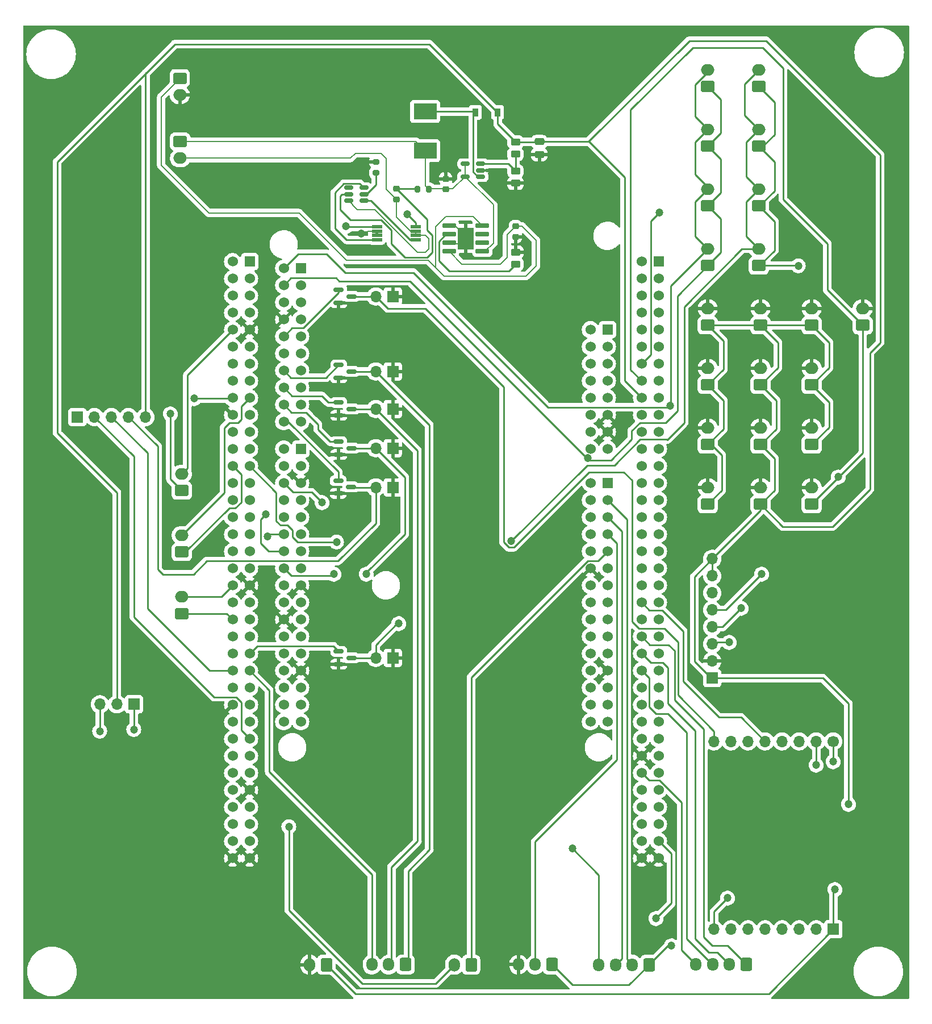
<source format=gbr>
%TF.GenerationSoftware,KiCad,Pcbnew,(6.0.6)*%
%TF.CreationDate,2023-03-10T11:55:37+01:00*%
%TF.ProjectId,Shield_Nucleo144,53686965-6c64-45f4-9e75-636c656f3134,rev?*%
%TF.SameCoordinates,Original*%
%TF.FileFunction,Copper,L1,Top*%
%TF.FilePolarity,Positive*%
%FSLAX46Y46*%
G04 Gerber Fmt 4.6, Leading zero omitted, Abs format (unit mm)*
G04 Created by KiCad (PCBNEW (6.0.6)) date 2023-03-10 11:55:37*
%MOMM*%
%LPD*%
G01*
G04 APERTURE LIST*
G04 Aperture macros list*
%AMRoundRect*
0 Rectangle with rounded corners*
0 $1 Rounding radius*
0 $2 $3 $4 $5 $6 $7 $8 $9 X,Y pos of 4 corners*
0 Add a 4 corners polygon primitive as box body*
4,1,4,$2,$3,$4,$5,$6,$7,$8,$9,$2,$3,0*
0 Add four circle primitives for the rounded corners*
1,1,$1+$1,$2,$3*
1,1,$1+$1,$4,$5*
1,1,$1+$1,$6,$7*
1,1,$1+$1,$8,$9*
0 Add four rect primitives between the rounded corners*
20,1,$1+$1,$2,$3,$4,$5,0*
20,1,$1+$1,$4,$5,$6,$7,0*
20,1,$1+$1,$6,$7,$8,$9,0*
20,1,$1+$1,$8,$9,$2,$3,0*%
G04 Aperture macros list end*
%TA.AperFunction,SMDPad,CuDef*%
%ADD10RoundRect,0.225000X-0.250000X0.225000X-0.250000X-0.225000X0.250000X-0.225000X0.250000X0.225000X0*%
%TD*%
%TA.AperFunction,SMDPad,CuDef*%
%ADD11RoundRect,0.200000X-0.275000X0.200000X-0.275000X-0.200000X0.275000X-0.200000X0.275000X0.200000X0*%
%TD*%
%TA.AperFunction,ComponentPad*%
%ADD12R,1.700000X1.700000*%
%TD*%
%TA.AperFunction,ComponentPad*%
%ADD13O,1.700000X1.700000*%
%TD*%
%TA.AperFunction,SMDPad,CuDef*%
%ADD14R,3.429000X2.413000*%
%TD*%
%TA.AperFunction,SMDPad,CuDef*%
%ADD15RoundRect,0.150000X0.512500X0.150000X-0.512500X0.150000X-0.512500X-0.150000X0.512500X-0.150000X0*%
%TD*%
%TA.AperFunction,SMDPad,CuDef*%
%ADD16RoundRect,0.150000X-0.587500X-0.150000X0.587500X-0.150000X0.587500X0.150000X-0.587500X0.150000X0*%
%TD*%
%TA.AperFunction,SMDPad,CuDef*%
%ADD17RoundRect,0.042000X-0.943000X-0.258000X0.943000X-0.258000X0.943000X0.258000X-0.943000X0.258000X0*%
%TD*%
%TA.AperFunction,SMDPad,CuDef*%
%ADD18R,2.413000X3.302000*%
%TD*%
%TA.AperFunction,SMDPad,CuDef*%
%ADD19RoundRect,0.020000X-0.760000X-0.180000X0.760000X-0.180000X0.760000X0.180000X-0.760000X0.180000X0*%
%TD*%
%TA.AperFunction,SMDPad,CuDef*%
%ADD20RoundRect,0.250000X-0.450000X0.262500X-0.450000X-0.262500X0.450000X-0.262500X0.450000X0.262500X0*%
%TD*%
%TA.AperFunction,SMDPad,CuDef*%
%ADD21R,0.900000X1.200000*%
%TD*%
%TA.AperFunction,SMDPad,CuDef*%
%ADD22RoundRect,0.250000X0.450000X-0.262500X0.450000X0.262500X-0.450000X0.262500X-0.450000X-0.262500X0*%
%TD*%
%TA.AperFunction,SMDPad,CuDef*%
%ADD23RoundRect,0.225000X0.250000X-0.225000X0.250000X0.225000X-0.250000X0.225000X-0.250000X-0.225000X0*%
%TD*%
%TA.AperFunction,SMDPad,CuDef*%
%ADD24RoundRect,0.250000X-0.475000X0.250000X-0.475000X-0.250000X0.475000X-0.250000X0.475000X0.250000X0*%
%TD*%
%TA.AperFunction,SMDPad,CuDef*%
%ADD25RoundRect,0.200000X0.200000X0.275000X-0.200000X0.275000X-0.200000X-0.275000X0.200000X-0.275000X0*%
%TD*%
%TA.AperFunction,ComponentPad*%
%ADD26RoundRect,0.250000X0.750000X-0.600000X0.750000X0.600000X-0.750000X0.600000X-0.750000X-0.600000X0*%
%TD*%
%TA.AperFunction,ComponentPad*%
%ADD27O,2.000000X1.700000*%
%TD*%
%TA.AperFunction,ComponentPad*%
%ADD28RoundRect,0.250000X0.600000X0.725000X-0.600000X0.725000X-0.600000X-0.725000X0.600000X-0.725000X0*%
%TD*%
%TA.AperFunction,ComponentPad*%
%ADD29O,1.700000X1.950000*%
%TD*%
%TA.AperFunction,ComponentPad*%
%ADD30R,1.530000X1.530000*%
%TD*%
%TA.AperFunction,ComponentPad*%
%ADD31C,1.530000*%
%TD*%
%TA.AperFunction,ComponentPad*%
%ADD32RoundRect,0.250000X0.600000X0.750000X-0.600000X0.750000X-0.600000X-0.750000X0.600000X-0.750000X0*%
%TD*%
%TA.AperFunction,ComponentPad*%
%ADD33O,1.700000X2.000000*%
%TD*%
%TA.AperFunction,ComponentPad*%
%ADD34RoundRect,0.250000X-0.750000X0.600000X-0.750000X-0.600000X0.750000X-0.600000X0.750000X0.600000X0*%
%TD*%
%TA.AperFunction,ComponentPad*%
%ADD35C,1.700000*%
%TD*%
%TA.AperFunction,ViaPad*%
%ADD36C,1.200000*%
%TD*%
%TA.AperFunction,Conductor*%
%ADD37C,0.200000*%
%TD*%
%TA.AperFunction,Conductor*%
%ADD38C,0.250000*%
%TD*%
G04 APERTURE END LIST*
D10*
%TO.P,C1,1*%
%TO.N,Net-(C1-Pad1)*%
X82175500Y-45214000D03*
%TO.P,C1,2*%
%TO.N,BATTERIE_-*%
X82175500Y-46764000D03*
%TD*%
D11*
%TO.P,R1,1*%
%TO.N,panneau_solaire_-*%
X79127500Y-41163000D03*
%TO.P,R1,2*%
%TO.N,Net-(IC1-Pad2)*%
X79127500Y-42813000D03*
%TD*%
D12*
%TO.P,J26,1,Pin_1*%
%TO.N,panneau_solaire_-*%
X81672500Y-72405000D03*
D13*
%TO.P,J26,2,Pin_2*%
%TO.N,GND_Pluviom\u00E8tre*%
X79132500Y-72405000D03*
%TD*%
D12*
%TO.P,J13,1,Pin_1*%
%TO.N,panneau_solaire_-*%
X81672500Y-115077000D03*
D13*
%TO.P,J13,2,Pin_2*%
%TO.N,GND_An\u00E9mom\u00E8tre*%
X79132500Y-115077000D03*
%TD*%
D14*
%TO.P,L1,1,1*%
%TO.N,Net-(U2-Pad1)*%
X86493500Y-33670000D03*
%TO.P,L1,2,2*%
%TO.N,BATTERIE_+*%
X86493500Y-39512000D03*
%TD*%
D15*
%TO.P,IC1,1,OD*%
%TO.N,Net-(IC1-Pad1)*%
X77349500Y-46939000D03*
%TO.P,IC1,2,CS*%
%TO.N,Net-(IC1-Pad2)*%
X77349500Y-45989000D03*
%TO.P,IC1,3,OC*%
%TO.N,Net-(IC1-Pad3)*%
X77349500Y-45039000D03*
%TO.P,IC1,4,TD*%
%TO.N,unconnected-(IC1-Pad4)*%
X75074500Y-45039000D03*
%TO.P,IC1,5,VCC*%
%TO.N,Net-(C1-Pad1)*%
X75074500Y-45989000D03*
%TO.P,IC1,6,GND*%
%TO.N,BATTERIE_-*%
X75074500Y-46939000D03*
%TD*%
D12*
%TO.P,J11,1,Pin_1*%
%TO.N,panneau_solaire_-*%
X81672500Y-61229000D03*
D13*
%TO.P,J11,2,Pin_2*%
%TO.N,GND_ESP*%
X79132500Y-61229000D03*
%TD*%
D10*
%TO.P,C2,1*%
%TO.N,panneau_solaire_+*%
X99955500Y-50802000D03*
%TO.P,C2,2*%
%TO.N,panneau_solaire_-*%
X99955500Y-52352000D03*
%TD*%
D16*
%TO.P,Q3,1,G*%
%TO.N,Alimentation_DHT*%
X73618000Y-82885000D03*
%TO.P,Q3,2,S*%
%TO.N,panneau_solaire_-*%
X73618000Y-84785000D03*
%TO.P,Q3,3,D*%
%TO.N,GND_DHT*%
X75493000Y-83835000D03*
%TD*%
%TO.P,Q2,1,G*%
%TO.N,Alimentation_ESP*%
X73618000Y-60279000D03*
%TO.P,Q2,2,S*%
%TO.N,panneau_solaire_-*%
X73618000Y-62179000D03*
%TO.P,Q2,3,D*%
%TO.N,GND_ESP*%
X75493000Y-61229000D03*
%TD*%
%TO.P,Q9,1,G*%
%TO.N,Alimentation_Sky_Temperature*%
X73618000Y-77043000D03*
%TO.P,Q9,2,S*%
%TO.N,panneau_solaire_-*%
X73618000Y-78943000D03*
%TO.P,Q9,3,D*%
%TO.N,GND_Sky_Temperature*%
X75493000Y-77993000D03*
%TD*%
D17*
%TO.P,U1,1,TEMP*%
%TO.N,panneau_solaire_-*%
X90061500Y-50688000D03*
%TO.P,U1,2,PROG*%
%TO.N,Net-(RPROG1-Pad2)*%
X90061500Y-51958000D03*
%TO.P,U1,3,GND*%
%TO.N,panneau_solaire_-*%
X90061500Y-53228000D03*
%TO.P,U1,4,VCC*%
%TO.N,panneau_solaire_+*%
X90061500Y-54498000D03*
%TO.P,U1,5,BAT*%
%TO.N,BATTERIE_+*%
X95011500Y-54498000D03*
%TO.P,U1,6,~{STDBY}*%
%TO.N,unconnected-(U1-Pad6)*%
X95011500Y-53228000D03*
%TO.P,U1,7,~{CHRG}*%
%TO.N,unconnected-(U1-Pad7)*%
X95011500Y-51958000D03*
%TO.P,U1,8,CE*%
%TO.N,panneau_solaire_+*%
X95011500Y-50688000D03*
D18*
%TO.P,U1,9,EP*%
%TO.N,panneau_solaire_-*%
X92536500Y-52593000D03*
%TD*%
D19*
%TO.P,Q5,1*%
%TO.N,unconnected-(Q5-Pad1)*%
X79295500Y-50856000D03*
%TO.P,Q5,2*%
%TO.N,panneau_solaire_-*%
X79295500Y-51506000D03*
%TO.P,Q5,3*%
X79295500Y-52156000D03*
%TO.P,Q5,4*%
%TO.N,Net-(IC1-Pad3)*%
X79295500Y-52806000D03*
%TO.P,Q5,5*%
%TO.N,Net-(IC1-Pad1)*%
X85055500Y-52806000D03*
%TO.P,Q5,6*%
%TO.N,BATTERIE_-*%
X85055500Y-52156000D03*
%TO.P,Q5,7*%
X85055500Y-51506000D03*
%TO.P,Q5,8*%
%TO.N,unconnected-(Q5-Pad1)*%
X85055500Y-50856000D03*
%TD*%
D12*
%TO.P,J27,1,Pin_1*%
%TO.N,panneau_solaire_-*%
X81672500Y-77993000D03*
D13*
%TO.P,J27,2,Pin_2*%
%TO.N,GND_Sky_Temperature*%
X79132500Y-77993000D03*
%TD*%
D20*
%TO.P,RPROG1,1*%
%TO.N,panneau_solaire_-*%
X99955500Y-54625000D03*
%TO.P,RPROG1,2*%
%TO.N,Net-(RPROG1-Pad2)*%
X99955500Y-56450000D03*
%TD*%
D16*
%TO.P,Q4,1,G*%
%TO.N,Alimentation_An\u00E9mom\u00E8tre*%
X73618000Y-114127000D03*
%TO.P,Q4,2,S*%
%TO.N,panneau_solaire_-*%
X73618000Y-116027000D03*
%TO.P,Q4,3,D*%
%TO.N,GND_An\u00E9mom\u00E8tre*%
X75493000Y-115077000D03*
%TD*%
D21*
%TO.P,D1,1,K*%
%TO.N,VOUT_+*%
X97287500Y-33797000D03*
%TO.P,D1,2,A*%
%TO.N,Net-(U2-Pad1)*%
X93987500Y-33797000D03*
%TD*%
D22*
%TO.P,R4,1*%
%TO.N,panneau_solaire_-*%
X99955500Y-44361500D03*
%TO.P,R4,2*%
%TO.N,Net-(R3-Pad1)*%
X99955500Y-42536500D03*
%TD*%
D16*
%TO.P,Q8,1,G*%
%TO.N,Alimentation_Pluviom\u00E8tre*%
X73618000Y-71455000D03*
%TO.P,Q8,2,S*%
%TO.N,panneau_solaire_-*%
X73618000Y-73355000D03*
%TO.P,Q8,3,D*%
%TO.N,GND_Pluviom\u00E8tre*%
X75493000Y-72405000D03*
%TD*%
D12*
%TO.P,J37,1,Pin_1*%
%TO.N,panneau_solaire_-*%
X81672500Y-89677000D03*
D13*
%TO.P,J37,2,Pin_2*%
%TO.N,GND_GPS*%
X79132500Y-89677000D03*
%TD*%
D23*
%TO.P,C3,1*%
%TO.N,BATTERIE_+*%
X89541500Y-45253000D03*
%TO.P,C3,2*%
%TO.N,panneau_solaire_-*%
X89541500Y-43703000D03*
%TD*%
D12*
%TO.P,J12,1,Pin_1*%
%TO.N,panneau_solaire_-*%
X81667500Y-83835000D03*
D13*
%TO.P,J12,2,Pin_2*%
%TO.N,GND_DHT*%
X79127500Y-83835000D03*
%TD*%
D24*
%TO.P,C4,1*%
%TO.N,VOUT_+*%
X103511500Y-38181000D03*
%TO.P,C4,2*%
%TO.N,panneau_solaire_-*%
X103511500Y-40081000D03*
%TD*%
D16*
%TO.P,Q12,1,G*%
%TO.N,Alimentation_GPS*%
X73539500Y-88661000D03*
%TO.P,Q12,2,S*%
%TO.N,panneau_solaire_-*%
X73539500Y-90561000D03*
%TO.P,Q12,3,D*%
%TO.N,GND_GPS*%
X75414500Y-89611000D03*
%TD*%
D25*
%TO.P,R2,1*%
%TO.N,BATTERIE_+*%
X87001500Y-45227000D03*
%TO.P,R2,2*%
%TO.N,Net-(C1-Pad1)*%
X85351500Y-45227000D03*
%TD*%
D22*
%TO.P,R3,1*%
%TO.N,Net-(R3-Pad1)*%
X99955500Y-40043500D03*
%TO.P,R3,2*%
%TO.N,VOUT_+*%
X99955500Y-38218500D03*
%TD*%
D15*
%TO.P,U2,1,SW*%
%TO.N,Net-(U2-Pad1)*%
X94743000Y-43383000D03*
%TO.P,U2,2,GND*%
%TO.N,panneau_solaire_-*%
X94743000Y-42433000D03*
%TO.P,U2,3,FB*%
%TO.N,Net-(R3-Pad1)*%
X94743000Y-41483000D03*
%TO.P,U2,4,EN*%
%TO.N,BATTERIE_+*%
X92468000Y-41483000D03*
%TO.P,U2,5,VIN*%
X92468000Y-43383000D03*
%TD*%
D26*
%TO.P,J2,1,Pin_1*%
%TO.N,+3.3V*%
X144105500Y-92197000D03*
D27*
%TO.P,J2,2,Pin_2*%
%TO.N,panneau_solaire_-*%
X144105500Y-89697000D03*
%TD*%
D26*
%TO.P,J3,1,Pin_1*%
%TO.N,I2C1_SDA*%
X128611500Y-56637000D03*
D27*
%TO.P,J3,2,Pin_2*%
%TO.N,I2C1_SCL*%
X128611500Y-54137000D03*
%TD*%
D26*
%TO.P,J40,1,Pin_1*%
%TO.N,I2C2_SDA*%
X136231500Y-47747000D03*
D27*
%TO.P,J40,2,Pin_2*%
%TO.N,I2C2_SCL*%
X136231500Y-45247000D03*
%TD*%
D26*
%TO.P,J45,1,Pin_1*%
%TO.N,VOUT_+*%
X144105500Y-74417000D03*
D27*
%TO.P,J45,2,Pin_2*%
%TO.N,panneau_solaire_-*%
X144105500Y-71917000D03*
%TD*%
D26*
%TO.P,J23,1,Pin_1*%
%TO.N,VOUT_+*%
X128611500Y-65527000D03*
D27*
%TO.P,J23,2,Pin_2*%
%TO.N,panneau_solaire_-*%
X128611500Y-63027000D03*
%TD*%
D26*
%TO.P,J1,1,Pin_1*%
%TO.N,VOUT_+*%
X136485500Y-83307000D03*
D27*
%TO.P,J1,2,Pin_2*%
%TO.N,panneau_solaire_-*%
X136485500Y-80807000D03*
%TD*%
D28*
%TO.P,J10,1,Pin_1*%
%TO.N,GND_Pluviom\u00E8tre*%
X83566000Y-160782000D03*
D29*
%TO.P,J10,2,Pin_2*%
%TO.N,GND_Sky_Temperature*%
X81066000Y-160782000D03*
%TO.P,J10,3,Pin_3*%
%TO.N,Ack_UV*%
X78566000Y-160782000D03*
%TD*%
D12*
%TO.P,DHT1,1,DAT*%
%TO.N,Custom_DHT*%
X43089500Y-121995000D03*
D13*
%TO.P,DHT1,2,VCC*%
%TO.N,VOUT_+*%
X40549500Y-121995000D03*
%TO.P,DHT1,3,GND*%
%TO.N,GND_DHT*%
X38009500Y-121995000D03*
%TD*%
D26*
%TO.P,J6,1,Pin_1*%
%TO.N,UART7_RX*%
X50171500Y-108473000D03*
D27*
%TO.P,J6,2,Pin_2*%
%TO.N,UART7_TX*%
X50171500Y-105973000D03*
%TD*%
D26*
%TO.P,J24,1,Pin_1*%
%TO.N,I2C2_SDA*%
X136231500Y-38857000D03*
D27*
%TO.P,J24,2,Pin_2*%
%TO.N,I2C2_SCL*%
X136231500Y-36357000D03*
%TD*%
D30*
%TO.P,A1,CN7_1,D16/I2S_A_MCK*%
%TO.N,unconnected-(A1-PadCN7_1)*%
X67951500Y-57033000D03*
D31*
%TO.P,A1,CN7_2,D15/I2C_A_SCL*%
%TO.N,I2C1_SCL*%
X65411500Y-57033000D03*
%TO.P,A1,CN7_3,D17/I2S_A_SD*%
%TO.N,unconnected-(A1-PadCN7_3)*%
X67951500Y-59573000D03*
%TO.P,A1,CN7_4,D14/I2C_A_SDA*%
%TO.N,I2C1_SDA*%
X65411500Y-59573000D03*
%TO.P,A1,CN7_5,D18/I2S_A_CK*%
%TO.N,unconnected-(A1-PadCN7_5)*%
X67951500Y-62113000D03*
%TO.P,A1,CN7_6,AREF*%
%TO.N,unconnected-(A1-PadCN7_6)*%
X65411500Y-62113000D03*
%TO.P,A1,CN7_7,D19/I2S_A_WS*%
%TO.N,unconnected-(A1-PadCN7_7)*%
X67951500Y-64653000D03*
%TO.P,A1,CN7_8,GND_CN7*%
%TO.N,panneau_solaire_-*%
X65411500Y-64653000D03*
%TO.P,A1,CN7_9,D20/I2S_B_WS*%
%TO.N,unconnected-(A1-PadCN7_9)*%
X67951500Y-67193000D03*
%TO.P,A1,CN7_10,D13/SPI_A_SCK*%
%TO.N,Alimentation_ESP*%
X65411500Y-67193000D03*
%TO.P,A1,CN7_11,D21/I2S_B_MCK*%
%TO.N,unconnected-(A1-PadCN7_11)*%
X67951500Y-69733000D03*
%TO.P,A1,CN7_12,D12/SPI_A_MISO*%
%TO.N,unconnected-(A1-PadCN7_12)*%
X65411500Y-69733000D03*
%TO.P,A1,CN7_13,D22/I2S_B_SD/SPI_B_MOSI*%
%TO.N,unconnected-(A1-PadCN7_13)*%
X67951500Y-72273000D03*
%TO.P,A1,CN7_14,D11/SPI_A_MOSI/TIM_E_PWM1*%
%TO.N,Alimentation_Pluviom\u00E8tre*%
X65411500Y-72273000D03*
%TO.P,A1,CN7_15,D23/I2S_B_CK/SPI_B_SCK*%
%TO.N,unconnected-(A1-PadCN7_15)*%
X67951500Y-74813000D03*
%TO.P,A1,CN7_16,D10/SPI_A_CS/TIM_B_PWM3*%
%TO.N,Alimentation_Sky_Temperature*%
X65411500Y-74813000D03*
%TO.P,A1,CN7_17,D24/SPI_B_NSS*%
%TO.N,unconnected-(A1-PadCN7_17)*%
X67951500Y-77353000D03*
%TO.P,A1,CN7_18,D9/TIMER_B_PWM2*%
%TO.N,Alimentation_DHT*%
X65411500Y-77353000D03*
%TO.P,A1,CN7_19,D25/SPI_B_MISO*%
%TO.N,unconnected-(A1-PadCN7_19)*%
X67951500Y-79893000D03*
%TO.P,A1,CN7_20,D8/IO*%
%TO.N,Alimentation_GPS*%
X65411500Y-79893000D03*
D30*
%TO.P,A1,CN8_1*%
%TO.N,N/C*%
X113671500Y-66177000D03*
D31*
%TO.P,A1,CN8_2,D43/SDMMC_D0*%
%TO.N,unconnected-(A1-PadCN8_2)*%
X111131500Y-66177000D03*
%TO.P,A1,CN8_3,IOREF*%
%TO.N,unconnected-(A1-PadCN8_3)*%
X113671500Y-68717000D03*
%TO.P,A1,CN8_4,D44/SDMMC_D1/I2S_A_CKIN*%
%TO.N,unconnected-(A1-PadCN8_4)*%
X111131500Y-68717000D03*
%TO.P,A1,CN8_5,RESET*%
%TO.N,unconnected-(A1-PadCN8_5)*%
X113671500Y-71257000D03*
%TO.P,A1,CN8_6,D45/SDMMC_D2*%
%TO.N,unconnected-(A1-PadCN8_6)*%
X111131500Y-71257000D03*
%TO.P,A1,CN8_7,+3V3*%
%TO.N,unconnected-(A1-PadCN8_7)*%
X113671500Y-73797000D03*
%TO.P,A1,CN8_8,D46/SDMMC_D3*%
%TO.N,unconnected-(A1-PadCN8_8)*%
X111131500Y-73797000D03*
%TO.P,A1,CN8_9,+5V*%
%TO.N,unconnected-(A1-PadCN8_9)*%
X113671500Y-76337000D03*
%TO.P,A1,CN8_10,D47/SDMMC_CK*%
%TO.N,unconnected-(A1-PadCN8_10)*%
X111131500Y-76337000D03*
%TO.P,A1,CN8_11,GND_CN8*%
%TO.N,panneau_solaire_-*%
X113671500Y-78877000D03*
%TO.P,A1,CN8_12,D48/SDMMC_CMD*%
%TO.N,unconnected-(A1-PadCN8_12)*%
X111131500Y-78877000D03*
%TO.P,A1,CN8_13,GND_CN8*%
%TO.N,panneau_solaire_-*%
X113671500Y-81417000D03*
%TO.P,A1,CN8_14,D49/IO*%
%TO.N,unconnected-(A1-PadCN8_14)*%
X111131500Y-81417000D03*
%TO.P,A1,CN8_15,VIN*%
%TO.N,unconnected-(A1-PadCN8_15)*%
X113671500Y-83957000D03*
%TO.P,A1,CN8_16,D50/IO*%
%TO.N,unconnected-(A1-PadCN8_16)*%
X111131500Y-83957000D03*
D30*
%TO.P,A1,CN9_1,A0/ADC123_IN3*%
%TO.N,unconnected-(A1-PadCN9_1)*%
X113671500Y-89037000D03*
D31*
%TO.P,A1,CN9_2,D51/USART_B_SCLK*%
%TO.N,unconnected-(A1-PadCN9_2)*%
X111131500Y-89037000D03*
%TO.P,A1,CN9_3,A1/ADC123_IN10*%
%TO.N,An\u00E9mom\u00E8tre_Phase_1*%
X113671500Y-91577000D03*
%TO.P,A1,CN9_4,D52/USART_B_RX*%
%TO.N,unconnected-(A1-PadCN9_4)*%
X111131500Y-91577000D03*
%TO.P,A1,CN9_5,A2/ADC123_IN13*%
%TO.N,An\u00E9mom\u00E8tre_Phase_2*%
X113671500Y-94117000D03*
%TO.P,A1,CN9_6,D53/USART_B_TX*%
%TO.N,unconnected-(A1-PadCN9_6)*%
X111131500Y-94117000D03*
%TO.P,A1,CN9_7,A3/ADC3_IN9*%
%TO.N,Signal_Foudre*%
X113671500Y-96657000D03*
%TO.P,A1,CN9_8,D54/USART_B_RTS*%
%TO.N,unconnected-(A1-PadCN9_8)*%
X111131500Y-96657000D03*
%TO.P,A1,CN9_9,A4/ADC3_IN15/I2C1_SDA*%
%TO.N,Pluviom\u00E8tre_Mesure*%
X113671500Y-99197000D03*
%TO.P,A1,CN9_10,D55/USART_B_CTS*%
%TO.N,unconnected-(A1-PadCN9_10)*%
X111131500Y-99197000D03*
%TO.P,A1,CN9_11,A5/ADC3_IN8/I2C1_SCL*%
%TO.N,unconnected-(A1-PadCN9_11)*%
X113671500Y-101737000D03*
%TO.P,A1,CN9_12,GND_CN9*%
%TO.N,panneau_solaire_-*%
X111131500Y-101737000D03*
%TO.P,A1,CN9_13,D72/NC*%
%TO.N,unconnected-(A1-PadCN9_13)*%
X113671500Y-104277000D03*
%TO.P,A1,CN9_14,D56/SAI_A_MCLK*%
%TO.N,unconnected-(A1-PadCN9_14)*%
X111131500Y-104277000D03*
%TO.P,A1,CN9_15,D71/IO*%
%TO.N,unconnected-(A1-PadCN9_15)*%
X113671500Y-106817000D03*
%TO.P,A1,CN9_16,D57/SAI_A_FS*%
%TO.N,unconnected-(A1-PadCN9_16)*%
X111131500Y-106817000D03*
%TO.P,A1,CN9_17,D70/I2C_B_SMBA*%
%TO.N,unconnected-(A1-PadCN9_17)*%
X113671500Y-109357000D03*
%TO.P,A1,CN9_18,D58/SAI_A_SCK*%
%TO.N,unconnected-(A1-PadCN9_18)*%
X111131500Y-109357000D03*
%TO.P,A1,CN9_19,D69/I2C_B_SCL*%
%TO.N,unconnected-(A1-PadCN9_19)*%
X113671500Y-111897000D03*
%TO.P,A1,CN9_20,D59/SAI_A_SD*%
%TO.N,unconnected-(A1-PadCN9_20)*%
X111131500Y-111897000D03*
%TO.P,A1,CN9_21,D68/I2C_B_SDA*%
%TO.N,unconnected-(A1-PadCN9_21)*%
X113671500Y-114437000D03*
%TO.P,A1,CN9_22,D60/SAI_B_SD*%
%TO.N,unconnected-(A1-PadCN9_22)*%
X111131500Y-114437000D03*
%TO.P,A1,CN9_23,GND_CN9*%
%TO.N,panneau_solaire_-*%
X113671500Y-116977000D03*
%TO.P,A1,CN9_24,D61/SAI_B_SCK*%
%TO.N,unconnected-(A1-PadCN9_24)*%
X111131500Y-116977000D03*
%TO.P,A1,CN9_25,D67/CAN_RX*%
%TO.N,unconnected-(A1-PadCN9_25)*%
X113671500Y-119517000D03*
%TO.P,A1,CN9_26,D62/SAI_B_MCLK*%
%TO.N,unconnected-(A1-PadCN9_26)*%
X111131500Y-119517000D03*
%TO.P,A1,CN9_27,D66/CAN_TX*%
%TO.N,unconnected-(A1-PadCN9_27)*%
X113671500Y-122057000D03*
%TO.P,A1,CN9_28,D63/SAI_B_FS*%
%TO.N,unconnected-(A1-PadCN9_28)*%
X111131500Y-122057000D03*
%TO.P,A1,CN9_29,D65/IO*%
%TO.N,unconnected-(A1-PadCN9_29)*%
X113671500Y-124597000D03*
%TO.P,A1,CN9_30,D64/IO*%
%TO.N,unconnected-(A1-PadCN9_30)*%
X111131500Y-124597000D03*
D30*
%TO.P,A1,CN10_1,AVDD_CN10*%
%TO.N,unconnected-(A1-PadCN10_1)*%
X67951500Y-83957000D03*
D31*
%TO.P,A1,CN10_2,D7/IO*%
%TO.N,unconnected-(A1-PadCN10_2)*%
X65411500Y-83957000D03*
%TO.P,A1,CN10_3,AGND_CN10*%
%TO.N,unconnected-(A1-PadCN10_3)*%
X67951500Y-86497000D03*
%TO.P,A1,CN10_4,D6/TIMER_A_PWM1*%
%TO.N,unconnected-(A1-PadCN10_4)*%
X65411500Y-86497000D03*
%TO.P,A1,CN10_5,GND_CN10*%
%TO.N,panneau_solaire_-*%
X67951500Y-89037000D03*
%TO.P,A1,CN10_6,D5/TIMER_A_PWM2*%
%TO.N,Wake_css*%
X65411500Y-89037000D03*
%TO.P,A1,CN10_7,A6/ADC_A_IN*%
%TO.N,unconnected-(A1-PadCN10_7)*%
X67951500Y-91577000D03*
%TO.P,A1,CN10_8,D4/IO*%
%TO.N,unconnected-(A1-PadCN10_8)*%
X65411500Y-91577000D03*
%TO.P,A1,CN10_9,A7/ADC_B_IN*%
%TO.N,unconnected-(A1-PadCN10_9)*%
X67951500Y-94117000D03*
%TO.P,A1,CN10_10,D3/TIMER_A_PWM3*%
%TO.N,Custom_DHT*%
X65411500Y-94117000D03*
%TO.P,A1,CN10_11,A8/ADC_C_IN*%
%TO.N,unconnected-(A1-PadCN10_11)*%
X67951500Y-96657000D03*
%TO.P,A1,CN10_12,D2/IO*%
%TO.N,Pluviom\u00E8tre_Trigger*%
X65411500Y-96657000D03*
%TO.P,A1,CN10_13,D26/QSPI_CS*%
%TO.N,unconnected-(A1-PadCN10_13)*%
X67951500Y-99197000D03*
%TO.P,A1,CN10_14,D1/USART_A_TX*%
%TO.N,UART_STM_TX_ESP_RX*%
X65411500Y-99197000D03*
%TO.P,A1,CN10_15,D27/QSPI_CLK*%
%TO.N,unconnected-(A1-PadCN10_15)*%
X67951500Y-101737000D03*
%TO.P,A1,CN10_16,D0/USART_A_RX*%
%TO.N,UART_STM_RX_ESP_TX*%
X65411500Y-101737000D03*
%TO.P,A1,CN10_17,GND_CN10*%
%TO.N,panneau_solaire_-*%
X67951500Y-104277000D03*
%TO.P,A1,CN10_18,D42/TIMER_A_PWM1N*%
%TO.N,unconnected-(A1-PadCN10_18)*%
X65411500Y-104277000D03*
%TO.P,A1,CN10_19,D28/QSPI_BK1_IO3*%
%TO.N,unconnected-(A1-PadCN10_19)*%
X67951500Y-106817000D03*
%TO.P,A1,CN10_20,D41/TIMER_A_ETR*%
%TO.N,unconnected-(A1-PadCN10_20)*%
X65411500Y-106817000D03*
%TO.P,A1,CN10_21,D29/QSPI_BK1_IO1*%
%TO.N,unconnected-(A1-PadCN10_21)*%
X67951500Y-109357000D03*
%TO.P,A1,CN10_22,GND_CN10*%
%TO.N,panneau_solaire_-*%
X65411500Y-109357000D03*
%TO.P,A1,CN10_23,D30/QSPI_BK1_IO0*%
%TO.N,unconnected-(A1-PadCN10_23)*%
X67951500Y-111897000D03*
%TO.P,A1,CN10_24,D40/TIMER_A_PWM2N*%
%TO.N,unconnected-(A1-PadCN10_24)*%
X65411500Y-111897000D03*
%TO.P,A1,CN10_25,D31/QSPI_BK1_IO2*%
%TO.N,unconnected-(A1-PadCN10_25)*%
X67951500Y-114437000D03*
%TO.P,A1,CN10_26,D39/TIMER_A_PWM3N*%
%TO.N,unconnected-(A1-PadCN10_26)*%
X65411500Y-114437000D03*
%TO.P,A1,CN10_27,GND_CN10*%
%TO.N,panneau_solaire_-*%
X67951500Y-116977000D03*
%TO.P,A1,CN10_28,D38/IO*%
%TO.N,unconnected-(A1-PadCN10_28)*%
X65411500Y-116977000D03*
%TO.P,A1,CN10_29,D32/TIMER_C_PWM1*%
%TO.N,unconnected-(A1-PadCN10_29)*%
X67951500Y-119517000D03*
%TO.P,A1,CN10_30,D37/TIMER_A_BKIN1*%
%TO.N,unconnected-(A1-PadCN10_30)*%
X65411500Y-119517000D03*
%TO.P,A1,CN10_31,D33/TIMER_D_PWM1*%
%TO.N,unconnected-(A1-PadCN10_31)*%
X67951500Y-122057000D03*
%TO.P,A1,CN10_32,D36/TIMER_C_PWM2*%
%TO.N,unconnected-(A1-PadCN10_32)*%
X65411500Y-122057000D03*
%TO.P,A1,CN10_33,D34/TIMER_B_ETR*%
%TO.N,unconnected-(A1-PadCN10_33)*%
X67951500Y-124597000D03*
%TO.P,A1,CN10_34,D35/TIMER_C_PWM3*%
%TO.N,unconnected-(A1-PadCN10_34)*%
X65411500Y-124597000D03*
D30*
%TO.P,A1,CN11_1,PC10*%
%TO.N,unconnected-(A1-PadCN11_1)*%
X121291500Y-56017000D03*
D31*
%TO.P,A1,CN11_2,PC11*%
%TO.N,unconnected-(A1-PadCN11_2)*%
X118751500Y-56017000D03*
%TO.P,A1,CN11_3,PC12*%
%TO.N,unconnected-(A1-PadCN11_3)*%
X121291500Y-58557000D03*
%TO.P,A1,CN11_4,PD2*%
%TO.N,unconnected-(A1-PadCN11_4)*%
X118751500Y-58557000D03*
%TO.P,A1,CN11_5,VDD*%
%TO.N,unconnected-(A1-PadCN11_5)*%
X121291500Y-61097000D03*
%TO.P,A1,CN11_6,E5V*%
%TO.N,unconnected-(A1-PadCN11_6)*%
X118751500Y-61097000D03*
%TO.P,A1,CN11_7,BOOT0*%
%TO.N,unconnected-(A1-PadCN11_7)*%
X121291500Y-63637000D03*
%TO.P,A1,CN11_8,GND_CN11*%
%TO.N,panneau_solaire_-*%
X118751500Y-63637000D03*
%TO.P,A1,CN11_9,PF6*%
%TO.N,unconnected-(A1-PadCN11_9)*%
X121291500Y-66177000D03*
%TO.P,A1,CN11_10*%
%TO.N,N/C*%
X118751500Y-66177000D03*
%TO.P,A1,CN11_11,PF7*%
%TO.N,unconnected-(A1-PadCN11_11)*%
X121291500Y-68717000D03*
%TO.P,A1,CN11_12,IOREF*%
%TO.N,unconnected-(A1-PadCN11_12)*%
X118751500Y-68717000D03*
%TO.P,A1,CN11_13,PA13*%
%TO.N,unconnected-(A1-PadCN11_13)*%
X121291500Y-71257000D03*
%TO.P,A1,CN11_14,RESET*%
%TO.N,Hard_Reset_In*%
X118751500Y-71257000D03*
%TO.P,A1,CN11_15,PA14*%
%TO.N,unconnected-(A1-PadCN11_15)*%
X121291500Y-73797000D03*
%TO.P,A1,CN11_16,+3V3*%
%TO.N,+3.3V*%
X118751500Y-73797000D03*
%TO.P,A1,CN11_17,PA15*%
%TO.N,unconnected-(A1-PadCN11_17)*%
X121291500Y-76337000D03*
%TO.P,A1,CN11_18,+5V*%
%TO.N,VOUT_+*%
X118751500Y-76337000D03*
%TO.P,A1,CN11_19,GND_CN11*%
%TO.N,panneau_solaire_-*%
X121291500Y-78877000D03*
%TO.P,A1,CN11_20,GND_CN11*%
X118751500Y-78877000D03*
%TO.P,A1,CN11_21,PB7*%
%TO.N,unconnected-(A1-PadCN11_21)*%
X121291500Y-81417000D03*
%TO.P,A1,CN11_22,GND_CN11*%
%TO.N,panneau_solaire_-*%
X118751500Y-81417000D03*
%TO.P,A1,CN11_23,PC13*%
%TO.N,unconnected-(A1-PadCN11_23)*%
X121291500Y-83957000D03*
%TO.P,A1,CN11_24,VIN*%
%TO.N,unconnected-(A1-PadCN11_24)*%
X118751500Y-83957000D03*
%TO.P,A1,CN11_25,PC14*%
%TO.N,unconnected-(A1-PadCN11_25)*%
X121291500Y-86497000D03*
%TO.P,A1,CN11_26*%
%TO.N,N/C*%
X118751500Y-86497000D03*
%TO.P,A1,CN11_27,PC15*%
%TO.N,unconnected-(A1-PadCN11_27)*%
X121291500Y-89037000D03*
%TO.P,A1,CN11_28,PA0*%
%TO.N,unconnected-(A1-PadCN11_28)*%
X118751500Y-89037000D03*
%TO.P,A1,CN11_29,PH0*%
%TO.N,unconnected-(A1-PadCN11_29)*%
X121291500Y-91577000D03*
%TO.P,A1,CN11_30,PA1*%
%TO.N,unconnected-(A1-PadCN11_30)*%
X118751500Y-91577000D03*
%TO.P,A1,CN11_31,PH1*%
%TO.N,unconnected-(A1-PadCN11_31)*%
X121291500Y-94117000D03*
%TO.P,A1,CN11_32,PA4*%
%TO.N,unconnected-(A1-PadCN11_32)*%
X118751500Y-94117000D03*
%TO.P,A1,CN11_33,VBAT*%
%TO.N,unconnected-(A1-PadCN11_33)*%
X121291500Y-96657000D03*
%TO.P,A1,CN11_34,PB0*%
%TO.N,unconnected-(A1-PadCN11_34)*%
X118751500Y-96657000D03*
%TO.P,A1,CN11_35,PC2*%
%TO.N,unconnected-(A1-PadCN11_35)*%
X121291500Y-99197000D03*
%TO.P,A1,CN11_36,PC1*%
%TO.N,unconnected-(A1-PadCN11_36)*%
X118751500Y-99197000D03*
%TO.P,A1,CN11_37,PC3*%
%TO.N,unconnected-(A1-PadCN11_37)*%
X121291500Y-101737000D03*
%TO.P,A1,CN11_38,PC0*%
%TO.N,unconnected-(A1-PadCN11_38)*%
X118751500Y-101737000D03*
%TO.P,A1,CN11_39,PD4*%
%TO.N,unconnected-(A1-PadCN11_39)*%
X121291500Y-104277000D03*
%TO.P,A1,CN11_40,PD3*%
%TO.N,unconnected-(A1-PadCN11_40)*%
X118751500Y-104277000D03*
%TO.P,A1,CN11_41,PD5*%
%TO.N,unconnected-(A1-PadCN11_41)*%
X121291500Y-106817000D03*
%TO.P,A1,CN11_42,PG2*%
%TO.N,Reprogrammation*%
X118751500Y-106817000D03*
%TO.P,A1,CN11_43,PD6*%
%TO.N,unconnected-(A1-PadCN11_43)*%
X121291500Y-109357000D03*
%TO.P,A1,CN11_44,PG3*%
%TO.N,unconnected-(A1-PadCN11_44)*%
X118751500Y-109357000D03*
%TO.P,A1,CN11_45,PD7*%
%TO.N,unconnected-(A1-PadCN11_45)*%
X121291500Y-111897000D03*
%TO.P,A1,CN11_46,PE2*%
%TO.N,SPI4_SCK*%
X118751500Y-111897000D03*
%TO.P,A1,CN11_47,PE3*%
%TO.N,unconnected-(A1-PadCN11_47)*%
X121291500Y-114437000D03*
%TO.P,A1,CN11_48,PE4*%
%TO.N,SPI4_CS*%
X118751500Y-114437000D03*
%TO.P,A1,CN11_49,GND_CN11*%
%TO.N,panneau_solaire_-*%
X121291500Y-116977000D03*
%TO.P,A1,CN11_50,PE5*%
%TO.N,SPI4_MISO*%
X118751500Y-116977000D03*
%TO.P,A1,CN11_51,PF1*%
%TO.N,unconnected-(A1-PadCN11_51)*%
X121291500Y-119517000D03*
%TO.P,A1,CN11_52,PF2*%
%TO.N,unconnected-(A1-PadCN11_52)*%
X118751500Y-119517000D03*
%TO.P,A1,CN11_53,PF0*%
%TO.N,unconnected-(A1-PadCN11_53)*%
X121291500Y-122057000D03*
%TO.P,A1,CN11_54,PF8*%
%TO.N,unconnected-(A1-PadCN11_54)*%
X118751500Y-122057000D03*
%TO.P,A1,CN11_55,PD1*%
%TO.N,unconnected-(A1-PadCN11_55)*%
X121291500Y-124597000D03*
%TO.P,A1,CN11_56,PF9*%
%TO.N,unconnected-(A1-PadCN11_56)*%
X118751500Y-124597000D03*
%TO.P,A1,CN11_57,PD0*%
%TO.N,unconnected-(A1-PadCN11_57)*%
X121291500Y-127137000D03*
%TO.P,A1,CN11_58,PG1*%
%TO.N,unconnected-(A1-PadCN11_58)*%
X118751500Y-127137000D03*
%TO.P,A1,CN11_59,PG0*%
%TO.N,unconnected-(A1-PadCN11_59)*%
X121291500Y-129677000D03*
%TO.P,A1,CN11_60,GND_CN11*%
%TO.N,panneau_solaire_-*%
X118751500Y-129677000D03*
%TO.P,A1,CN11_61,PE1*%
%TO.N,unconnected-(A1-PadCN11_61)*%
X121291500Y-132217000D03*
%TO.P,A1,CN11_62,PE6*%
%TO.N,SPI4_MOSI*%
X118751500Y-132217000D03*
%TO.P,A1,CN11_63,PG9*%
%TO.N,unconnected-(A1-PadCN11_63)*%
X121291500Y-134757000D03*
%TO.P,A1,CN11_64,PG15*%
%TO.N,unconnected-(A1-PadCN11_64)*%
X118751500Y-134757000D03*
%TO.P,A1,CN11_65,PG12*%
%TO.N,unconnected-(A1-PadCN11_65)*%
X121291500Y-137297000D03*
%TO.P,A1,CN11_66,PG10*%
%TO.N,unconnected-(A1-PadCN11_66)*%
X118751500Y-137297000D03*
%TO.P,A1,CN11_67*%
%TO.N,N/C*%
X121291500Y-139837000D03*
%TO.P,A1,CN11_68,PG13*%
%TO.N,unconnected-(A1-PadCN11_68)*%
X118751500Y-139837000D03*
%TO.P,A1,CN11_69,PD9*%
%TO.N,UART3_RX*%
X121291500Y-142377000D03*
%TO.P,A1,CN11_70,PG11*%
%TO.N,unconnected-(A1-PadCN11_70)*%
X118751500Y-142377000D03*
%TO.P,A1,CN11_71,GND_CN11*%
%TO.N,panneau_solaire_-*%
X121291500Y-144917000D03*
%TO.P,A1,CN11_72,GND_CN11*%
X118751500Y-144917000D03*
D30*
%TO.P,A1,CN12_1,PC9*%
%TO.N,unconnected-(A1-PadCN12_1)*%
X60331500Y-56037000D03*
D31*
%TO.P,A1,CN12_2,PC8*%
%TO.N,unconnected-(A1-PadCN12_2)*%
X57791500Y-56037000D03*
%TO.P,A1,CN12_3,PB8*%
%TO.N,unconnected-(A1-PadCN12_3)*%
X60331500Y-58577000D03*
%TO.P,A1,CN12_4,PC6*%
%TO.N,unconnected-(A1-PadCN12_4)*%
X57791500Y-58577000D03*
%TO.P,A1,CN12_5,PB9*%
%TO.N,unconnected-(A1-PadCN12_5)*%
X60331500Y-61117000D03*
%TO.P,A1,CN12_6,PC5*%
%TO.N,unconnected-(A1-PadCN12_6)*%
X57791500Y-61117000D03*
%TO.P,A1,CN12_7,AVDD_CN12*%
%TO.N,unconnected-(A1-PadCN12_7)*%
X60331500Y-63657000D03*
%TO.P,A1,CN12_8,U5V*%
%TO.N,unconnected-(A1-PadCN12_8)*%
X57791500Y-63657000D03*
%TO.P,A1,CN12_9,GND_CN12*%
%TO.N,panneau_solaire_-*%
X60331500Y-66197000D03*
%TO.P,A1,CN12_10,PD8*%
%TO.N,UART3_TX*%
X57791500Y-66197000D03*
%TO.P,A1,CN12_11,PA5*%
%TO.N,unconnected-(A1-PadCN12_11)*%
X60331500Y-68737000D03*
%TO.P,A1,CN12_12,PA12*%
%TO.N,unconnected-(A1-PadCN12_12)*%
X57791500Y-68737000D03*
%TO.P,A1,CN12_13,PA6*%
%TO.N,unconnected-(A1-PadCN12_13)*%
X60331500Y-71277000D03*
%TO.P,A1,CN12_14,PA11*%
%TO.N,unconnected-(A1-PadCN12_14)*%
X57791500Y-71277000D03*
%TO.P,A1,CN12_15,PA7*%
%TO.N,unconnected-(A1-PadCN12_15)*%
X60331500Y-73817000D03*
%TO.P,A1,CN12_16,PB12*%
%TO.N,unconnected-(A1-PadCN12_16)*%
X57791500Y-73817000D03*
%TO.P,A1,CN12_17,PB6*%
%TO.N,UART1_TX*%
X60331500Y-76357000D03*
%TO.P,A1,CN12_18,PB11*%
%TO.N,I2C2_SDA*%
X57791500Y-76357000D03*
%TO.P,A1,CN12_19,PC7*%
%TO.N,unconnected-(A1-PadCN12_19)*%
X60331500Y-78897000D03*
%TO.P,A1,CN12_20,GND_CN12*%
%TO.N,panneau_solaire_-*%
X57791500Y-78897000D03*
%TO.P,A1,CN12_21,PA9*%
%TO.N,unconnected-(A1-PadCN12_21)*%
X60331500Y-81437000D03*
%TO.P,A1,CN12_22,PB2*%
%TO.N,unconnected-(A1-PadCN12_22)*%
X57791500Y-81437000D03*
%TO.P,A1,CN12_23,PA8*%
%TO.N,unconnected-(A1-PadCN12_23)*%
X60331500Y-83977000D03*
%TO.P,A1,CN12_24,PB1*%
%TO.N,unconnected-(A1-PadCN12_24)*%
X57791500Y-83977000D03*
%TO.P,A1,CN12_25,PB10*%
%TO.N,I2C2_SCL*%
X60331500Y-86517000D03*
%TO.P,A1,CN12_26,PB15*%
%TO.N,UART1_RX*%
X57791500Y-86517000D03*
%TO.P,A1,CN12_27,PB4*%
%TO.N,unconnected-(A1-PadCN12_27)*%
X60331500Y-89057000D03*
%TO.P,A1,CN12_28,PB14*%
%TO.N,unconnected-(A1-PadCN12_28)*%
X57791500Y-89057000D03*
%TO.P,A1,CN12_29,PB5*%
%TO.N,unconnected-(A1-PadCN12_29)*%
X60331500Y-91597000D03*
%TO.P,A1,CN12_30,PB13*%
%TO.N,unconnected-(A1-PadCN12_30)*%
X57791500Y-91597000D03*
%TO.P,A1,CN12_31,PB3*%
%TO.N,unconnected-(A1-PadCN12_31)*%
X60331500Y-94137000D03*
%TO.P,A1,CN12_32,AGND_CN12*%
%TO.N,unconnected-(A1-PadCN12_32)*%
X57791500Y-94137000D03*
%TO.P,A1,CN12_33,PA10*%
%TO.N,unconnected-(A1-PadCN12_33)*%
X60331500Y-96677000D03*
%TO.P,A1,CN12_34,PC4*%
%TO.N,unconnected-(A1-PadCN12_34)*%
X57791500Y-96677000D03*
%TO.P,A1,CN12_35,PA2*%
%TO.N,unconnected-(A1-PadCN12_35)*%
X60331500Y-99217000D03*
%TO.P,A1,CN12_36,PF5*%
%TO.N,unconnected-(A1-PadCN12_36)*%
X57791500Y-99217000D03*
%TO.P,A1,CN12_37,PA3*%
%TO.N,unconnected-(A1-PadCN12_37)*%
X60331500Y-101757000D03*
%TO.P,A1,CN12_38,PF4*%
%TO.N,unconnected-(A1-PadCN12_38)*%
X57791500Y-101757000D03*
%TO.P,A1,CN12_39,GND_CN12*%
%TO.N,panneau_solaire_-*%
X60331500Y-104297000D03*
%TO.P,A1,CN12_40,PE8*%
%TO.N,UART7_TX*%
X57791500Y-104297000D03*
%TO.P,A1,CN12_41,PD13*%
%TO.N,unconnected-(A1-PadCN12_41)*%
X60331500Y-106837000D03*
%TO.P,A1,CN12_42,PF10*%
%TO.N,unconnected-(A1-PadCN12_42)*%
X57791500Y-106837000D03*
%TO.P,A1,CN12_43,PD12*%
%TO.N,unconnected-(A1-PadCN12_43)*%
X60331500Y-109377000D03*
%TO.P,A1,CN12_44,PE7*%
%TO.N,UART7_RX*%
X57791500Y-109377000D03*
%TO.P,A1,CN12_45,PD11*%
%TO.N,unconnected-(A1-PadCN12_45)*%
X60331500Y-111917000D03*
%TO.P,A1,CN12_46,PD14*%
%TO.N,unconnected-(A1-PadCN12_46)*%
X57791500Y-111917000D03*
%TO.P,A1,CN12_47,PE10*%
%TO.N,Alimentation_An\u00E9mom\u00E8tre*%
X60331500Y-114457000D03*
%TO.P,A1,CN12_48,PD15*%
%TO.N,unconnected-(A1-PadCN12_48)*%
X57791500Y-114457000D03*
%TO.P,A1,CN12_49,PE12*%
%TO.N,Ack_UV*%
X60331500Y-116997000D03*
%TO.P,A1,CN12_50,PF14*%
%TO.N,UART_STM_RX_GPS_TX*%
X57791500Y-116997000D03*
%TO.P,A1,CN12_51,PE14*%
%TO.N,unconnected-(A1-PadCN12_51)*%
X60331500Y-119537000D03*
%TO.P,A1,CN12_52,PE9*%
%TO.N,unconnected-(A1-PadCN12_52)*%
X57791500Y-119537000D03*
%TO.P,A1,CN12_53,PE15*%
%TO.N,unconnected-(A1-PadCN12_53)*%
X60331500Y-122077000D03*
%TO.P,A1,CN12_54,GND_CN12*%
%TO.N,panneau_solaire_-*%
X57791500Y-122077000D03*
%TO.P,A1,CN12_55,PE13*%
%TO.N,unconnected-(A1-PadCN12_55)*%
X60331500Y-124617000D03*
%TO.P,A1,CN12_56,PE11*%
%TO.N,unconnected-(A1-PadCN12_56)*%
X57791500Y-124617000D03*
%TO.P,A1,CN12_57,PF13*%
%TO.N,UART_STM_TX_GPS_RX*%
X60331500Y-127157000D03*
%TO.P,A1,CN12_58,PF3*%
%TO.N,unconnected-(A1-PadCN12_58)*%
X57791500Y-127157000D03*
%TO.P,A1,CN12_59,PF12*%
%TO.N,unconnected-(A1-PadCN12_59)*%
X60331500Y-129697000D03*
%TO.P,A1,CN12_60,PF15*%
%TO.N,unconnected-(A1-PadCN12_60)*%
X57791500Y-129697000D03*
%TO.P,A1,CN12_61,PG14*%
%TO.N,unconnected-(A1-PadCN12_61)*%
X60331500Y-132237000D03*
%TO.P,A1,CN12_62,PF11*%
%TO.N,unconnected-(A1-PadCN12_62)*%
X57791500Y-132237000D03*
%TO.P,A1,CN12_63,GND_CN12*%
%TO.N,panneau_solaire_-*%
X60331500Y-134777000D03*
%TO.P,A1,CN12_64,PE0*%
%TO.N,unconnected-(A1-PadCN12_64)*%
X57791500Y-134777000D03*
%TO.P,A1,CN12_65,PD10*%
%TO.N,unconnected-(A1-PadCN12_65)*%
X60331500Y-137317000D03*
%TO.P,A1,CN12_66,PG8*%
%TO.N,unconnected-(A1-PadCN12_66)*%
X57791500Y-137317000D03*
%TO.P,A1,CN12_67,PG7*%
%TO.N,unconnected-(A1-PadCN12_67)*%
X60331500Y-139857000D03*
%TO.P,A1,CN12_68,PG5*%
%TO.N,unconnected-(A1-PadCN12_68)*%
X57791500Y-139857000D03*
%TO.P,A1,CN12_69,PG4*%
%TO.N,unconnected-(A1-PadCN12_69)*%
X60331500Y-142397000D03*
%TO.P,A1,CN12_70,PG6*%
%TO.N,unconnected-(A1-PadCN12_70)*%
X57791500Y-142397000D03*
%TO.P,A1,CN12_71,GND_CN12*%
%TO.N,panneau_solaire_-*%
X60331500Y-144937000D03*
%TO.P,A1,CN12_72,GND_CN12*%
X57791500Y-144937000D03*
%TD*%
D28*
%TO.P,J30,1,Pin_1*%
%TO.N,VOUT_+*%
X105410000Y-160782000D03*
D29*
%TO.P,J30,2,Pin_2*%
%TO.N,Signal_Foudre*%
X102910000Y-160782000D03*
%TO.P,J30,3,Pin_3*%
%TO.N,panneau_solaire_-*%
X100410000Y-160782000D03*
%TD*%
D26*
%TO.P,J15,1,Pin_1*%
%TO.N,I2C1_SDA*%
X128611500Y-47747000D03*
D27*
%TO.P,J15,2,Pin_2*%
%TO.N,I2C1_SCL*%
X128611500Y-45247000D03*
%TD*%
D26*
%TO.P,J29,1,Pin_1*%
%TO.N,I2C2_SDA*%
X136231500Y-29967000D03*
D27*
%TO.P,J29,2,Pin_2*%
%TO.N,I2C2_SCL*%
X136231500Y-27467000D03*
%TD*%
D32*
%TO.P,J33,1,Pin_1*%
%TO.N,Pluviom\u00E8tre_Mesure*%
X93351500Y-160797000D03*
D33*
%TO.P,J33,2,Pin_2*%
%TO.N,Pluviom\u00E8tre_Trigger*%
X90851500Y-160797000D03*
%TD*%
D32*
%TO.P,J16,1,Pin_1*%
%TO.N,Hard_Reset_In*%
X71761500Y-160797000D03*
D33*
%TO.P,J16,2,Pin_2*%
%TO.N,panneau_solaire_-*%
X69261500Y-160797000D03*
%TD*%
D26*
%TO.P,J28,1,Pin_1*%
%TO.N,VOUT_+*%
X136485500Y-74417000D03*
D27*
%TO.P,J28,2,Pin_2*%
%TO.N,panneau_solaire_-*%
X136485500Y-71917000D03*
%TD*%
D26*
%TO.P,J8,1,Pin_1*%
%TO.N,I2C1_SDA*%
X128611500Y-38857000D03*
D27*
%TO.P,J8,2,Pin_2*%
%TO.N,I2C1_SCL*%
X128611500Y-36357000D03*
%TD*%
D26*
%TO.P,J32,1,Pin_1*%
%TO.N,I2C2_SDA*%
X136231500Y-56637000D03*
D27*
%TO.P,J32,2,Pin_2*%
%TO.N,I2C2_SCL*%
X136231500Y-54137000D03*
%TD*%
D26*
%TO.P,J20,1,Pin_1*%
%TO.N,I2C1_SDA*%
X128611500Y-29967000D03*
D27*
%TO.P,J20,2,Pin_2*%
%TO.N,I2C1_SCL*%
X128611500Y-27467000D03*
%TD*%
D26*
%TO.P,J9,1,Pin_1*%
%TO.N,+3.3V*%
X151725500Y-65527000D03*
D27*
%TO.P,J9,2,Pin_2*%
%TO.N,panneau_solaire_-*%
X151725500Y-63027000D03*
%TD*%
D34*
%TO.P,J18,1,Pin_1*%
%TO.N,panneau_solaire_+*%
X49917500Y-28717000D03*
D27*
%TO.P,J18,2,Pin_2*%
%TO.N,panneau_solaire_-*%
X49917500Y-31217000D03*
%TD*%
D26*
%TO.P,J5,1,Pin_1*%
%TO.N,UART3_RX*%
X50217500Y-90165000D03*
D27*
%TO.P,J5,2,Pin_2*%
%TO.N,UART3_TX*%
X50217500Y-87665000D03*
%TD*%
D12*
%TO.P,Capt1,1,VCC*%
%TO.N,VOUT_+*%
X129286000Y-118110000D03*
D13*
%TO.P,Capt1,2,GND*%
%TO.N,panneau_solaire_-*%
X129286000Y-115570000D03*
%TO.P,Capt1,3,SDA*%
%TO.N,I2C1_SDA*%
X129286000Y-113030000D03*
%TO.P,Capt1,4,SCL*%
%TO.N,I2C1_SCL*%
X129286000Y-110490000D03*
%TO.P,Capt1,5,WAK*%
%TO.N,Wake_css*%
X129286000Y-107950000D03*
%TO.P,Capt1,6,INT*%
%TO.N,unconnected-(Capt1-Pad6)*%
X129286000Y-105410000D03*
%TO.P,Capt1,7,RST*%
%TO.N,VOUT_+*%
X129286000Y-102870000D03*
%TO.P,Capt1,8,ADD*%
X129286000Y-100330000D03*
%TD*%
D28*
%TO.P,J21,1,Pin_1*%
%TO.N,VOUT_+*%
X119888000Y-160797000D03*
D29*
%TO.P,J21,2,Pin_2*%
%TO.N,An\u00E9mom\u00E8tre_Phase_1*%
X117388000Y-160797000D03*
%TO.P,J21,3,Pin_3*%
%TO.N,An\u00E9mom\u00E8tre_Phase_2*%
X114888000Y-160797000D03*
%TO.P,J21,4,Pin_4*%
%TO.N,GND_An\u00E9mom\u00E8tre*%
X112388000Y-160797000D03*
%TD*%
D26*
%TO.P,J4,1,Pin_1*%
%TO.N,UART1_RX*%
X50217500Y-99309000D03*
D27*
%TO.P,J4,2,Pin_2*%
%TO.N,UART1_TX*%
X50217500Y-96809000D03*
%TD*%
D26*
%TO.P,J43,1,Pin_1*%
%TO.N,VOUT_+*%
X136485500Y-65527000D03*
D27*
%TO.P,J43,2,Pin_2*%
%TO.N,panneau_solaire_-*%
X136485500Y-63027000D03*
%TD*%
D26*
%TO.P,J7,1,Pin_1*%
%TO.N,VOUT_+*%
X144105500Y-83307000D03*
D27*
%TO.P,J7,2,Pin_2*%
%TO.N,panneau_solaire_-*%
X144105500Y-80807000D03*
%TD*%
D26*
%TO.P,J39,1,Pin_1*%
%TO.N,VOUT_+*%
X136485500Y-92197000D03*
D27*
%TO.P,J39,2,Pin_2*%
%TO.N,panneau_solaire_-*%
X136485500Y-89697000D03*
%TD*%
D26*
%TO.P,J31,1,Pin_1*%
%TO.N,VOUT_+*%
X128611500Y-74417000D03*
D27*
%TO.P,J31,2,Pin_2*%
%TO.N,panneau_solaire_-*%
X128611500Y-71917000D03*
%TD*%
D12*
%TO.P,GPS1,1,PPS*%
%TO.N,unconnected-(GPS1-Pad1)*%
X34647500Y-79203000D03*
D13*
%TO.P,GPS1,2,RXD*%
%TO.N,UART_STM_TX_GPS_RX*%
X37187500Y-79203000D03*
%TO.P,GPS1,3,TXD*%
%TO.N,UART_STM_RX_GPS_TX*%
X39727500Y-79203000D03*
%TO.P,GPS1,4,GND*%
%TO.N,GND_GPS*%
X42267500Y-79203000D03*
%TO.P,GPS1,5,VDD*%
%TO.N,VOUT_+*%
X44807500Y-79203000D03*
%TD*%
D12*
%TO.P,U3,1,RESET*%
%TO.N,Hard_Reset_In*%
X147356500Y-155523000D03*
D13*
%TO.P,U3,2,ADC*%
%TO.N,unconnected-(U3-Pad2)*%
X144816500Y-155523000D03*
%TO.P,U3,3,EN*%
%TO.N,unconnected-(U3-Pad3)*%
X142276500Y-155523000D03*
%TO.P,U3,4,IO16*%
%TO.N,unconnected-(U3-Pad4)*%
X139736500Y-155523000D03*
%TO.P,U3,5,IO14*%
%TO.N,unconnected-(U3-Pad5)*%
X137196500Y-155523000D03*
%TO.P,U3,6,IO12*%
%TO.N,unconnected-(U3-Pad6)*%
X134656500Y-155523000D03*
%TO.P,U3,7,IO13*%
%TO.N,unconnected-(U3-Pad7)*%
X132116500Y-155523000D03*
%TO.P,U3,8,VCC*%
%TO.N,+3.3V*%
X129576500Y-155523000D03*
%TO.P,U3,15,GND*%
%TO.N,GND_ESP*%
X129546500Y-127523000D03*
%TO.P,U3,16,IO15*%
%TO.N,unconnected-(U3-Pad16)*%
X132086500Y-127523000D03*
%TO.P,U3,17,IO2*%
%TO.N,unconnected-(U3-Pad17)*%
X134626500Y-127523000D03*
%TO.P,U3,18,IO0*%
%TO.N,Reprogrammation*%
X137166500Y-127523000D03*
%TO.P,U3,19,IO4*%
%TO.N,unconnected-(U3-Pad19)*%
X139706500Y-127523000D03*
%TO.P,U3,20,IO5*%
%TO.N,unconnected-(U3-Pad20)*%
X142246500Y-127523000D03*
%TO.P,U3,21,RXD*%
%TO.N,UART_STM_TX_ESP_RX*%
X144786500Y-127523000D03*
D35*
%TO.P,U3,22,TXD*%
%TO.N,UART_STM_RX_ESP_TX*%
X147326500Y-127523000D03*
%TD*%
D34*
%TO.P,J17,1,Pin_1*%
%TO.N,BATTERIE_+*%
X49963500Y-38135000D03*
D27*
%TO.P,J17,2,Pin_2*%
%TO.N,BATTERIE_-*%
X49963500Y-40635000D03*
%TD*%
D28*
%TO.P,J22,1,Pin_1*%
%TO.N,SPI4_SCK*%
X134366000Y-160782000D03*
D29*
%TO.P,J22,2,Pin_2*%
%TO.N,SPI4_CS*%
X131866000Y-160782000D03*
%TO.P,J22,3,Pin_3*%
%TO.N,SPI4_MISO*%
X129366000Y-160782000D03*
%TO.P,J22,4,Pin_4*%
%TO.N,SPI4_MOSI*%
X126866000Y-160782000D03*
%TD*%
D26*
%TO.P,J14,1,Pin_1*%
%TO.N,VOUT_+*%
X128611500Y-83307000D03*
D27*
%TO.P,J14,2,Pin_2*%
%TO.N,panneau_solaire_-*%
X128611500Y-80807000D03*
%TD*%
D26*
%TO.P,J41,1,Pin_1*%
%TO.N,VOUT_+*%
X144105500Y-65527000D03*
D27*
%TO.P,J41,2,Pin_2*%
%TO.N,panneau_solaire_-*%
X144105500Y-63027000D03*
%TD*%
D26*
%TO.P,J19,1,Pin_1*%
%TO.N,VOUT_+*%
X128611500Y-92197000D03*
D27*
%TO.P,J19,2,Pin_2*%
%TO.N,panneau_solaire_-*%
X128611500Y-89697000D03*
%TD*%
D36*
%TO.N,panneau_solaire_-*%
X103124000Y-27432000D03*
X76962000Y-75184000D03*
X76962000Y-51881500D03*
X88646000Y-149098000D03*
X108845500Y-45989000D03*
X147828000Y-43434000D03*
X66548000Y-30480000D03*
X101733500Y-53355000D03*
X79756000Y-138176000D03*
X97790000Y-146558000D03*
X49530000Y-59944000D03*
X124968000Y-99822000D03*
%TO.N,Hard_Reset_In*%
X147574000Y-149606000D03*
X121412000Y-48768000D03*
%TO.N,+3.3V*%
X148082000Y-88138000D03*
X131572000Y-150876000D03*
%TO.N,VOUT_+*%
X123190000Y-157988000D03*
X149606000Y-136906000D03*
%TO.N,UART3_RX*%
X48514000Y-78740000D03*
X120904000Y-153924000D03*
%TO.N,I2C1_SCL*%
X123010250Y-77544250D03*
X133604000Y-107696000D03*
%TO.N,Wake_css*%
X136652000Y-102616000D03*
X71120000Y-91948000D03*
%TO.N,Custom_DHT*%
X43059500Y-125745000D03*
%TO.N,Pluviom\u00E8tre_Trigger*%
X62992000Y-97028000D03*
X66173500Y-140223000D03*
%TO.N,UART_STM_TX_ESP_RX*%
X62738000Y-93726000D03*
X144780000Y-131064000D03*
%TO.N,UART_STM_RX_ESP_TX*%
X147320000Y-130556000D03*
X72898000Y-102616000D03*
%TO.N,I2C1_SDA*%
X110744000Y-85344000D03*
X131826000Y-112776000D03*
%TO.N,I2C2_SDA*%
X52070000Y-76454000D03*
X142119500Y-56657000D03*
%TO.N,I2C2_SCL*%
X99320500Y-97678000D03*
X73285500Y-97805000D03*
%TO.N,GND_An\u00E9mom\u00E8tre*%
X82550000Y-109982000D03*
X108458000Y-143510000D03*
%TO.N,GND_DHT*%
X37979500Y-125999000D03*
X77724000Y-102616000D03*
%TO.N,unconnected-(Q5-Pad1)*%
X83820000Y-49022000D03*
X74676000Y-50800000D03*
%TD*%
D37*
%TO.N,panneau_solaire_-*%
X92536500Y-52286000D02*
X92536500Y-52593000D01*
X79295500Y-51506000D02*
X77928500Y-51506000D01*
X90938500Y-50688000D02*
X92536500Y-52286000D01*
X90188500Y-53355000D02*
X91774500Y-53355000D01*
X90061500Y-53228000D02*
X90188500Y-53355000D01*
X90061500Y-50688000D02*
X90938500Y-50688000D01*
X95091896Y-42433000D02*
X94743000Y-42433000D01*
X77928500Y-51506000D02*
X77857500Y-51577000D01*
X91774500Y-53355000D02*
X92536500Y-52593000D01*
D38*
%TO.N,Hard_Reset_In*%
X120142000Y-69866500D02*
X120142000Y-50038000D01*
X147356500Y-149823500D02*
X147356500Y-155523000D01*
X118751500Y-71257000D02*
X120142000Y-69866500D01*
X71761500Y-160797000D02*
X76079500Y-165115000D01*
X76079500Y-165115000D02*
X137764500Y-165115000D01*
X120142000Y-50038000D02*
X121412000Y-48768000D01*
X137764500Y-165115000D02*
X147356500Y-155523000D01*
X147574000Y-149606000D02*
X147356500Y-149823500D01*
%TO.N,+3.3V*%
X126371500Y-24145000D02*
X117096772Y-33419728D01*
X139833500Y-46751000D02*
X139833500Y-27193000D01*
X151725500Y-84577000D02*
X151725500Y-65527000D01*
X148164500Y-88138000D02*
X151725500Y-84577000D01*
X146437500Y-60239000D02*
X146437500Y-53355000D01*
X139833500Y-27193000D02*
X136785500Y-24145000D01*
X148082000Y-88220500D02*
X144105500Y-92197000D01*
X129576500Y-152871500D02*
X131572000Y-150876000D01*
X148082000Y-88138000D02*
X148164500Y-88138000D01*
X117096772Y-72142272D02*
X118751500Y-73797000D01*
X148082000Y-88138000D02*
X148082000Y-88220500D01*
X117096772Y-33419728D02*
X117096772Y-72142272D01*
X151725500Y-65527000D02*
X146437500Y-60239000D01*
X136785500Y-24145000D02*
X126371500Y-24145000D01*
X146437500Y-53355000D02*
X139833500Y-46751000D01*
X129576500Y-155523000D02*
X129576500Y-152871500D01*
%TO.N,VOUT_+*%
X139807500Y-95519000D02*
X147199500Y-95519000D01*
X128611500Y-65527000D02*
X136485500Y-65527000D01*
X136485500Y-65527000D02*
X139071500Y-68113000D01*
X130689500Y-90119000D02*
X128611500Y-92197000D01*
X128611500Y-83307000D02*
X129145500Y-83307000D01*
X125863500Y-23129000D02*
X110811500Y-38181000D01*
X130943500Y-72085000D02*
X128611500Y-74417000D01*
X119888000Y-160782000D02*
X119888000Y-160797000D01*
X144105500Y-74417000D02*
X146691500Y-77003000D01*
X130943500Y-67833000D02*
X130943500Y-72085000D01*
X40549500Y-90469000D02*
X31629500Y-81549000D01*
X126625500Y-115585000D02*
X126625500Y-102990500D01*
X46107500Y-26685000D02*
X49155500Y-23637000D01*
X49155500Y-23637000D02*
X87127500Y-23637000D01*
X144131500Y-65527000D02*
X146691500Y-68087000D01*
X149606000Y-131079000D02*
X149606000Y-131064000D01*
X154311500Y-68087000D02*
X154311500Y-40147000D01*
X87127500Y-23637000D02*
X97287500Y-33797000D01*
X103511500Y-38181000D02*
X109795500Y-38181000D01*
X103474000Y-38218500D02*
X103511500Y-38181000D01*
X108458000Y-163830000D02*
X116855000Y-163830000D01*
X146691500Y-80721000D02*
X144105500Y-83307000D01*
X116855000Y-163830000D02*
X119888000Y-160797000D01*
X122682000Y-157988000D02*
X119888000Y-160782000D01*
X128611500Y-65527000D02*
X128637500Y-65527000D01*
X137293500Y-23129000D02*
X125863500Y-23129000D01*
X40549500Y-121995000D02*
X40549500Y-90469000D01*
X31629500Y-81549000D02*
X31629500Y-41163000D01*
X154311500Y-40147000D02*
X137293500Y-23129000D01*
X145796000Y-118110000D02*
X129286000Y-118110000D01*
X146691500Y-71831000D02*
X144105500Y-74417000D01*
X99955500Y-38218500D02*
X103474000Y-38218500D01*
X97287500Y-35550500D02*
X99955500Y-38218500D01*
X31629500Y-41163000D02*
X46107500Y-26685000D01*
X136485500Y-83307000D02*
X138563500Y-85385000D01*
X138817500Y-76749000D02*
X138817500Y-80975000D01*
X110811500Y-38181000D02*
X109795500Y-38181000D01*
X116211500Y-73797000D02*
X118751500Y-76337000D01*
X136485500Y-92197000D02*
X139807500Y-95519000D01*
X136485500Y-93130500D02*
X136485500Y-92197000D01*
X123190000Y-157988000D02*
X122682000Y-157988000D01*
X130943500Y-80975000D02*
X128611500Y-83307000D01*
X129145500Y-83307000D02*
X130689500Y-84851000D01*
X147199500Y-95519000D02*
X152787500Y-89931000D01*
X152787500Y-89931000D02*
X152787500Y-69611000D01*
X44807500Y-79203000D02*
X44807500Y-27985000D01*
X128637500Y-65527000D02*
X130943500Y-67833000D01*
X149606000Y-131064000D02*
X149606000Y-121920000D01*
X146691500Y-77003000D02*
X146691500Y-80721000D01*
X116211500Y-43449000D02*
X116211500Y-73797000D01*
X136485500Y-65527000D02*
X144105500Y-65527000D01*
X129286000Y-102870000D02*
X129286000Y-100330000D01*
X129150500Y-118110000D02*
X126625500Y-115585000D01*
X136485500Y-74417000D02*
X138817500Y-76749000D01*
X152787500Y-69611000D02*
X154311500Y-68087000D01*
X44807500Y-27985000D02*
X46107500Y-26685000D01*
X130943500Y-76749000D02*
X130943500Y-80975000D01*
X129286000Y-100330000D02*
X136485500Y-93130500D01*
X138817500Y-80975000D02*
X136485500Y-83307000D01*
X130689500Y-84851000D02*
X130689500Y-90119000D01*
X105410000Y-160782000D02*
X108458000Y-163830000D01*
X110943500Y-38181000D02*
X116211500Y-43449000D01*
X139071500Y-68113000D02*
X139071500Y-71831000D01*
X109795500Y-38181000D02*
X110943500Y-38181000D01*
X146691500Y-68087000D02*
X146691500Y-71831000D01*
X139071500Y-71831000D02*
X136485500Y-74417000D01*
X126625500Y-102990500D02*
X129286000Y-100330000D01*
X129286000Y-118110000D02*
X129150500Y-118110000D01*
X149606000Y-121920000D02*
X145796000Y-118110000D01*
X97287500Y-33797000D02*
X97287500Y-35550500D01*
X149606000Y-136906000D02*
X149606000Y-131064000D01*
X128611500Y-74417000D02*
X130943500Y-76749000D01*
X138563500Y-85385000D02*
X138563500Y-90119000D01*
X144105500Y-83307000D02*
X144639500Y-83307000D01*
X144105500Y-65527000D02*
X144131500Y-65527000D01*
X138563500Y-90119000D02*
X136485500Y-92197000D01*
%TO.N,Reprogrammation*%
X133595500Y-123952000D02*
X130302000Y-123952000D01*
X124968000Y-118618000D02*
X124968000Y-111133500D01*
X121799500Y-107965000D02*
X119899500Y-107965000D01*
X130302000Y-123952000D02*
X124968000Y-118618000D01*
X124968000Y-111133500D02*
X121799500Y-107965000D01*
X137166500Y-127523000D02*
X133595500Y-123952000D01*
X119899500Y-107965000D02*
X118751500Y-106817000D01*
%TO.N,UART3_RX*%
X123190000Y-144275500D02*
X121291500Y-142377000D01*
X123190000Y-151638000D02*
X123190000Y-144275500D01*
X120904000Y-153924000D02*
X123190000Y-151638000D01*
X50217500Y-90165000D02*
X48514000Y-88461500D01*
X48514000Y-88461500D02*
X48514000Y-78740000D01*
%TO.N,An\u00E9mom\u00E8tre_Phase_1*%
X116586000Y-159995000D02*
X116586000Y-94491500D01*
X117388000Y-160797000D02*
X116586000Y-159995000D01*
X116586000Y-94491500D02*
X113671500Y-91577000D01*
%TO.N,An\u00E9mom\u00E8tre_Phase_2*%
X114888000Y-160797000D02*
X115824000Y-159861000D01*
X115824000Y-159861000D02*
X115824000Y-96269500D01*
X115824000Y-96269500D02*
X113671500Y-94117000D01*
%TO.N,Signal_Foudre*%
X115062000Y-98047500D02*
X113671500Y-96657000D01*
X115062000Y-130302000D02*
X115062000Y-98047500D01*
X102910000Y-160782000D02*
X102910000Y-142454000D01*
X102910000Y-142454000D02*
X115062000Y-130302000D01*
%TO.N,Pluviom\u00E8tre_Mesure*%
X110728007Y-100599000D02*
X112269500Y-100599000D01*
X112269500Y-100599000D02*
X113671500Y-99197000D01*
X93351500Y-160797000D02*
X93351500Y-117975507D01*
X93351500Y-117975507D02*
X110728007Y-100599000D01*
%TO.N,I2C1_SCL*%
X84715500Y-57673000D02*
X104781500Y-77739000D01*
X128611500Y-44927000D02*
X128611500Y-45247000D01*
X104781500Y-77739000D02*
X122815500Y-77739000D01*
X128611500Y-36291000D02*
X128611500Y-36357000D01*
X128611500Y-27467000D02*
X128611500Y-27803827D01*
X128611500Y-27803827D02*
X126746000Y-29669327D01*
X128611500Y-45247000D02*
X126746000Y-47112500D01*
X122815500Y-77739000D02*
X123010250Y-77544250D01*
X123010250Y-77544250D02*
X123069500Y-77485000D01*
X130810000Y-110490000D02*
X129286000Y-110490000D01*
X65411500Y-57033000D02*
X67565500Y-54879000D01*
X126746000Y-29669327D02*
X126746000Y-34425500D01*
X74555500Y-57673000D02*
X84715500Y-57673000D01*
X71761500Y-54879000D02*
X74555500Y-57673000D01*
X123069500Y-77485000D02*
X123069500Y-59679000D01*
X67565500Y-54879000D02*
X71761500Y-54879000D01*
X123069500Y-59679000D02*
X128611500Y-54137000D01*
X126746000Y-43061500D02*
X128611500Y-44927000D01*
X133604000Y-107696000D02*
X130810000Y-110490000D01*
X126746000Y-34425500D02*
X128611500Y-36291000D01*
X126746000Y-52271500D02*
X128611500Y-54137000D01*
X128611500Y-36357000D02*
X126746000Y-38222500D01*
X126746000Y-38222500D02*
X126746000Y-43061500D01*
X126746000Y-47112500D02*
X126746000Y-52271500D01*
%TO.N,Wake_css*%
X71120000Y-91948000D02*
X69596000Y-90424000D01*
X69596000Y-90424000D02*
X66798500Y-90424000D01*
X131318000Y-107950000D02*
X129286000Y-107950000D01*
X136652000Y-102616000D02*
X131318000Y-107950000D01*
X66798500Y-90424000D02*
X65411500Y-89037000D01*
%TO.N,Custom_DHT*%
X43089500Y-125715000D02*
X43059500Y-125745000D01*
X43089500Y-121995000D02*
X43089500Y-125715000D01*
%TO.N,Pluviom\u00E8tre_Trigger*%
X88057500Y-163591000D02*
X90851500Y-160797000D01*
X66173500Y-140223000D02*
X66173500Y-152669000D01*
X66173500Y-152669000D02*
X77095500Y-163591000D01*
X77095500Y-163591000D02*
X88057500Y-163591000D01*
X63363000Y-96657000D02*
X65411500Y-96657000D01*
X62992000Y-97028000D02*
X63363000Y-96657000D01*
%TO.N,UART_STM_TX_ESP_RX*%
X144786500Y-131057500D02*
X144786500Y-127523000D01*
X63129000Y-99197000D02*
X61976000Y-98044000D01*
X65411500Y-99197000D02*
X63129000Y-99197000D01*
X144780000Y-131064000D02*
X144786500Y-131057500D01*
X61976000Y-98044000D02*
X61976000Y-94488000D01*
X61976000Y-94488000D02*
X62738000Y-93726000D01*
%TO.N,UART_STM_RX_ESP_TX*%
X66544500Y-102870000D02*
X65411500Y-101737000D01*
X72644000Y-102870000D02*
X66544500Y-102870000D01*
X147326500Y-130041500D02*
X147326500Y-127523000D01*
X72898000Y-102616000D02*
X72644000Y-102870000D01*
X147320000Y-130048000D02*
X147326500Y-130041500D01*
X147320000Y-130556000D02*
X147320000Y-130048000D01*
X147326500Y-130295500D02*
X147326500Y-130041500D01*
%TO.N,I2C1_SDA*%
X122307500Y-80025000D02*
X124085500Y-78247000D01*
X130556000Y-49691500D02*
X128611500Y-47747000D01*
X66501500Y-58483000D02*
X73231251Y-58483000D01*
X124085500Y-61163000D02*
X128611500Y-56637000D01*
X130556000Y-40801500D02*
X128611500Y-38857000D01*
X117283636Y-82508864D02*
X117283636Y-81238864D01*
X110676250Y-85411750D02*
X110744000Y-85344000D01*
X65411500Y-59573000D02*
X66501500Y-58483000D01*
X84207500Y-58943000D02*
X110676250Y-85411750D01*
X117283636Y-81238864D02*
X118497500Y-80025000D01*
X128611500Y-38857000D02*
X130556000Y-36912500D01*
X110676250Y-85411750D02*
X110877500Y-85613000D01*
X124085500Y-78247000D02*
X124085500Y-61163000D01*
X130556000Y-36912500D02*
X130556000Y-31911500D01*
X129540000Y-112776000D02*
X129286000Y-113030000D01*
X118497500Y-80025000D02*
X122307500Y-80025000D01*
X114179500Y-85613000D02*
X117283636Y-82508864D01*
X130556000Y-54692500D02*
X130556000Y-49691500D01*
X128611500Y-47747000D02*
X130556000Y-45802500D01*
X128611500Y-56637000D02*
X130556000Y-54692500D01*
X130556000Y-31911500D02*
X128611500Y-29967000D01*
X73691251Y-58943000D02*
X84207500Y-58943000D01*
X131826000Y-112776000D02*
X129540000Y-112776000D01*
X110877500Y-85613000D02*
X114179500Y-85613000D01*
X130556000Y-45802500D02*
X130556000Y-40801500D01*
X73231251Y-58483000D02*
X73691251Y-58943000D01*
%TO.N,GND_ESP*%
X99703648Y-98603000D02*
X98937352Y-98603000D01*
X117348000Y-109728000D02*
X117348000Y-88646000D01*
X116093000Y-87391000D02*
X110915648Y-87391000D01*
X118364000Y-110744000D02*
X117348000Y-109728000D01*
X124206000Y-120650000D02*
X124206000Y-112776000D01*
X117348000Y-88646000D02*
X116093000Y-87391000D01*
X86493500Y-63007000D02*
X80910500Y-63007000D01*
X98937352Y-98603000D02*
X98177500Y-97843148D01*
X129546500Y-127523000D02*
X129546500Y-125990500D01*
X98177500Y-97843148D02*
X98177500Y-74691000D01*
X124206000Y-112776000D02*
X122174000Y-110744000D01*
X75493000Y-61229000D02*
X79132500Y-61229000D01*
X129546500Y-125990500D02*
X124206000Y-120650000D01*
X110915648Y-87391000D02*
X99703648Y-98603000D01*
X80910500Y-63007000D02*
X79132500Y-61229000D01*
X122174000Y-110744000D02*
X118364000Y-110744000D01*
X98177500Y-74691000D02*
X86493500Y-63007000D01*
%TO.N,Alimentation_Pluviom\u00E8tre*%
X65411500Y-72273000D02*
X66501500Y-73363000D01*
X71710000Y-73363000D02*
X73618000Y-71455000D01*
X66501500Y-73363000D02*
X71710000Y-73363000D01*
%TO.N,Alimentation_Sky_Temperature*%
X65411500Y-74813000D02*
X66671636Y-76073136D01*
X72081500Y-77043000D02*
X73618000Y-77043000D01*
X71111636Y-76073136D02*
X72081500Y-77043000D01*
X66671636Y-76073136D02*
X71111636Y-76073136D01*
%TO.N,Alimentation_DHT*%
X72335500Y-82885000D02*
X73618000Y-82885000D01*
X66559500Y-78501000D02*
X68713500Y-78501000D01*
X70491500Y-81041000D02*
X72335500Y-82885000D01*
X65411500Y-77353000D02*
X66559500Y-78501000D01*
X68713500Y-78501000D02*
X70491500Y-80279000D01*
X70491500Y-80279000D02*
X70491500Y-81041000D01*
%TO.N,Alimentation_GPS*%
X66067500Y-79893000D02*
X65411500Y-79893000D01*
X73539500Y-88661000D02*
X73539500Y-87365000D01*
X73539500Y-87365000D02*
X66067500Y-79893000D01*
%TO.N,UART3_TX*%
X50217500Y-87665000D02*
X51054000Y-86828500D01*
X51054000Y-72934500D02*
X57791500Y-66197000D01*
X51054000Y-86828500D02*
X51054000Y-72934500D01*
%TO.N,UART1_TX*%
X58553500Y-80025000D02*
X59061500Y-79517000D01*
X59061500Y-77627000D02*
X60331500Y-76357000D01*
X59061500Y-79517000D02*
X59061500Y-77627000D01*
X50217500Y-96809000D02*
X56521500Y-90505000D01*
X57283500Y-80025000D02*
X58553500Y-80025000D01*
X56521500Y-90505000D02*
X56521500Y-80787000D01*
X56521500Y-80787000D02*
X57283500Y-80025000D01*
%TO.N,I2C2_SDA*%
X57694500Y-76454000D02*
X57791500Y-76357000D01*
X138563500Y-54371000D02*
X138563500Y-50079000D01*
X138563500Y-37099000D02*
X138563500Y-32299000D01*
X142099500Y-56637000D02*
X142119500Y-56657000D01*
X136231500Y-56637000D02*
X142099500Y-56637000D01*
X138563500Y-50079000D02*
X136231500Y-47747000D01*
X136231500Y-47747000D02*
X136297500Y-47747000D01*
X52070000Y-76454000D02*
X57694500Y-76454000D01*
X136297500Y-56637000D02*
X138563500Y-54371000D01*
X136805500Y-38857000D02*
X138563500Y-37099000D01*
X138563500Y-32299000D02*
X136231500Y-29967000D01*
X138563500Y-45481000D02*
X138563500Y-41189000D01*
X136231500Y-56637000D02*
X136297500Y-56637000D01*
X136231500Y-38857000D02*
X136805500Y-38857000D01*
X136297500Y-47747000D02*
X138563500Y-45481000D01*
X138563500Y-41189000D02*
X136231500Y-38857000D01*
%TO.N,I2C2_SCL*%
X134366000Y-38222500D02*
X134366000Y-43381500D01*
X65919500Y-95265000D02*
X66681500Y-96027000D01*
X134366000Y-52271500D02*
X136231500Y-54137000D01*
X66681500Y-96027000D02*
X66681500Y-97043000D01*
X67443500Y-97805000D02*
X73285500Y-97805000D01*
X134366000Y-47112500D02*
X134366000Y-52271500D01*
X64301500Y-90487000D02*
X64301500Y-94663000D01*
X118555500Y-82507000D02*
X122503500Y-82507000D01*
X125101500Y-80025000D02*
X125101500Y-62753000D01*
X134366000Y-43381500D02*
X136231500Y-45247000D01*
X66681500Y-97043000D02*
X67443500Y-97805000D01*
X122561500Y-82565000D02*
X125101500Y-80025000D01*
X60331500Y-86517000D02*
X64301500Y-90487000D01*
X134112000Y-34237500D02*
X136231500Y-36357000D01*
X133717500Y-54137000D02*
X136231500Y-54137000D01*
X136231500Y-45247000D02*
X134366000Y-47112500D01*
X64903500Y-95265000D02*
X65919500Y-95265000D01*
X125101500Y-62753000D02*
X133717500Y-54137000D01*
X99193500Y-97805000D02*
X99320500Y-97678000D01*
X122503500Y-82507000D02*
X122561500Y-82565000D01*
X114687500Y-86375000D02*
X118555500Y-82507000D01*
X99320500Y-97678000D02*
X110623500Y-86375000D01*
X136231500Y-27467000D02*
X134112000Y-29586500D01*
X134112000Y-29586500D02*
X134112000Y-34237500D01*
X110623500Y-86375000D02*
X114687500Y-86375000D01*
X64301500Y-94663000D02*
X64903500Y-95265000D01*
X136231500Y-36357000D02*
X134366000Y-38222500D01*
%TO.N,UART1_RX*%
X50217500Y-99309000D02*
X50699500Y-99309000D01*
X57283500Y-92725000D02*
X58204993Y-92725000D01*
X50699500Y-99309000D02*
X57283500Y-92725000D01*
X58204993Y-92725000D02*
X59061500Y-91868493D01*
X59061500Y-91868493D02*
X59061500Y-87787000D01*
X59061500Y-87787000D02*
X57791500Y-86517000D01*
%TO.N,UART7_TX*%
X56115500Y-105973000D02*
X57791500Y-104297000D01*
X50171500Y-105973000D02*
X56115500Y-105973000D01*
%TO.N,UART7_RX*%
X50171500Y-108473000D02*
X56887500Y-108473000D01*
X56887500Y-108473000D02*
X57791500Y-109377000D01*
%TO.N,GND_An\u00E9mom\u00E8tre*%
X112388000Y-147440000D02*
X108458000Y-143510000D01*
X82550000Y-109982000D02*
X82296000Y-109982000D01*
X75493000Y-115077000D02*
X79132500Y-115077000D01*
X79132500Y-113145500D02*
X79132500Y-115077000D01*
X82296000Y-109982000D02*
X79132500Y-113145500D01*
X112388000Y-160797000D02*
X112388000Y-147440000D01*
%TO.N,UART_STM_RX_GPS_TX*%
X45091500Y-84567000D02*
X45091500Y-107711000D01*
X39727500Y-79203000D02*
X45091500Y-84567000D01*
X45091500Y-107711000D02*
X54377500Y-116997000D01*
X54377500Y-116997000D02*
X57791500Y-116997000D01*
%TO.N,UART_STM_TX_GPS_RX*%
X43059500Y-85075000D02*
X43059500Y-108981000D01*
X58299500Y-120919000D02*
X59061500Y-121681000D01*
X37187500Y-79203000D02*
X43059500Y-85075000D01*
X59061500Y-125887000D02*
X60331500Y-127157000D01*
X54997500Y-120919000D02*
X58299500Y-120919000D01*
X43059500Y-108981000D02*
X54997500Y-120919000D01*
X59061500Y-121681000D02*
X59061500Y-125887000D01*
%TO.N,Net-(C1-Pad1)*%
X83445500Y-55387000D02*
X86747500Y-55387000D01*
X82175500Y-45214000D02*
X85338500Y-45214000D01*
X73793500Y-46243000D02*
X73793500Y-48275000D01*
X86747500Y-51323000D02*
X86747500Y-49786000D01*
X85338500Y-45214000D02*
X85351500Y-45227000D01*
X81413500Y-51323000D02*
X81413500Y-53355000D01*
X74047500Y-45989000D02*
X73793500Y-46243000D01*
X87509500Y-52085000D02*
X86747500Y-51323000D01*
X73793500Y-48275000D02*
X75317500Y-49799000D01*
X81413500Y-53355000D02*
X83445500Y-55387000D01*
X75317500Y-49799000D02*
X79889500Y-49799000D01*
X87509500Y-54625000D02*
X87509500Y-52085000D01*
X86747500Y-49786000D02*
X82175500Y-45214000D01*
X86747500Y-55387000D02*
X87509500Y-54625000D01*
X75074500Y-45989000D02*
X74047500Y-45989000D01*
X79889500Y-49799000D02*
X81413500Y-51323000D01*
D37*
%TO.N,BATTERIE_-*%
X86564500Y-52156000D02*
X85055500Y-52156000D01*
X82175500Y-46764000D02*
X80651500Y-45240000D01*
X76079500Y-39893000D02*
X75337500Y-40635000D01*
X82175500Y-49368548D02*
X84312952Y-51506000D01*
X76333500Y-48275000D02*
X78966540Y-48275000D01*
X79889500Y-39893000D02*
X76079500Y-39893000D01*
X75337500Y-40635000D02*
X49963500Y-40635000D01*
X82175500Y-46764000D02*
X82175500Y-49368548D01*
X84312952Y-51506000D02*
X85055500Y-51506000D01*
X87001500Y-54117000D02*
X87001500Y-52593000D01*
X80651500Y-40655000D02*
X79889500Y-39893000D01*
X85316540Y-54625000D02*
X86493500Y-54625000D01*
X75674500Y-47616000D02*
X76333500Y-48275000D01*
X75674500Y-47539000D02*
X75674500Y-47616000D01*
X75074500Y-46939000D02*
X75674500Y-47539000D01*
X87001500Y-52593000D02*
X86564500Y-52156000D01*
X85055500Y-51506000D02*
X85055500Y-52156000D01*
X80651500Y-45240000D02*
X80651500Y-40655000D01*
X86493500Y-54625000D02*
X87001500Y-54117000D01*
X78966540Y-48275000D02*
X85316540Y-54625000D01*
%TO.N,panneau_solaire_+*%
X95011500Y-50688000D02*
X93614500Y-49291000D01*
X89287500Y-58181000D02*
X101537186Y-58181000D01*
X88144500Y-57038000D02*
X89287500Y-58181000D01*
X86918500Y-55812000D02*
X88144500Y-57038000D01*
X97669500Y-56403000D02*
X98685500Y-55387000D01*
X100958500Y-50802000D02*
X99955500Y-50802000D01*
X67697500Y-48783000D02*
X74726500Y-55812000D01*
X47123500Y-41671000D02*
X54235500Y-48783000D01*
X88017500Y-56911000D02*
X88144500Y-57038000D01*
X98685500Y-52072000D02*
X99955500Y-50802000D01*
X98685500Y-55387000D02*
X98685500Y-52072000D01*
X90061500Y-54498000D02*
X91966500Y-56403000D01*
X74726500Y-55812000D02*
X86918500Y-55812000D01*
X54235500Y-48783000D02*
X67697500Y-48783000D01*
X89541500Y-49291000D02*
X88017500Y-50815000D01*
X49917500Y-28717000D02*
X47123500Y-31511000D01*
X93614500Y-49291000D02*
X89541500Y-49291000D01*
X47123500Y-31511000D02*
X47123500Y-41671000D01*
X88017500Y-50815000D02*
X88017500Y-56911000D01*
X103003500Y-52847000D02*
X100958500Y-50802000D01*
X103003500Y-56714686D02*
X103003500Y-52847000D01*
X91966500Y-56403000D02*
X97669500Y-56403000D01*
X101537186Y-58181000D02*
X103003500Y-56714686D01*
%TO.N,BATTERIE_+*%
X86493500Y-39512000D02*
X85116500Y-38135000D01*
X86493500Y-44719000D02*
X86493500Y-39512000D01*
X95011500Y-54498000D02*
X95426161Y-54498000D01*
X95426161Y-54498000D02*
X96653500Y-53270661D01*
X92468000Y-41483000D02*
X92468000Y-43383000D01*
X90303500Y-45214000D02*
X90637000Y-45214000D01*
X96653500Y-47568500D02*
X92468000Y-43383000D01*
X85116500Y-38135000D02*
X49963500Y-38135000D01*
X96653500Y-53270661D02*
X96653500Y-47568500D01*
X90303500Y-45214000D02*
X87014500Y-45214000D01*
X87001500Y-45227000D02*
X86493500Y-44719000D01*
X87014500Y-45214000D02*
X87001500Y-45227000D01*
X90637000Y-45214000D02*
X92468000Y-43383000D01*
D38*
%TO.N,GND_DHT*%
X77724000Y-102362000D02*
X83445500Y-96640500D01*
X77724000Y-102616000D02*
X77724000Y-102362000D01*
X38009500Y-125969000D02*
X38009500Y-121995000D01*
X83445500Y-96640500D02*
X83445500Y-88153000D01*
X83445500Y-88153000D02*
X79127500Y-83835000D01*
X75493000Y-83835000D02*
X79127500Y-83835000D01*
X37979500Y-125999000D02*
X38009500Y-125969000D01*
%TO.N,GND_GPS*%
X46615500Y-83551000D02*
X42267500Y-79203000D01*
X79132500Y-89677000D02*
X79132500Y-95006000D01*
X79132500Y-95006000D02*
X73491500Y-100647000D01*
X51949500Y-102631000D02*
X47377500Y-102631000D01*
X73491500Y-100647000D02*
X53933500Y-100647000D01*
X46615500Y-101869000D02*
X46615500Y-83551000D01*
X47377500Y-102631000D02*
X46615500Y-101869000D01*
X53933500Y-100647000D02*
X51949500Y-102631000D01*
X75414500Y-89611000D02*
X75480500Y-89677000D01*
X75480500Y-89677000D02*
X79132500Y-89677000D01*
%TO.N,Net-(IC1-Pad1)*%
X78410595Y-46939000D02*
X77349500Y-46939000D01*
X84277596Y-52806000D02*
X78410595Y-46939000D01*
X85055500Y-52806000D02*
X84277596Y-52806000D01*
%TO.N,Net-(IC1-Pad2)*%
X77349500Y-45989000D02*
X77733751Y-45989000D01*
X79127500Y-44595251D02*
X79127500Y-42813000D01*
X77733751Y-45989000D02*
X79127500Y-44595251D01*
%TO.N,Net-(IC1-Pad3)*%
X73031500Y-45747749D02*
X73031500Y-51069000D01*
X74365249Y-44414000D02*
X73031500Y-45747749D01*
X74768500Y-52806000D02*
X79295500Y-52806000D01*
X76724500Y-44414000D02*
X74365249Y-44414000D01*
X73031500Y-51069000D02*
X74768500Y-52806000D01*
X77349500Y-45039000D02*
X76724500Y-44414000D01*
%TO.N,GND_Pluviom\u00E8tre*%
X87122000Y-80394500D02*
X79132500Y-72405000D01*
X83953500Y-160797000D02*
X83953500Y-146827000D01*
X83953500Y-146827000D02*
X87122000Y-143658500D01*
X75493000Y-72405000D02*
X79132500Y-72405000D01*
X87122000Y-143658500D02*
X87122000Y-80394500D01*
%TO.N,GND_Sky_Temperature*%
X81453500Y-160797000D02*
X81453500Y-146279000D01*
X85344000Y-142388500D02*
X85344000Y-84204500D01*
X75493000Y-77993000D02*
X79132500Y-77993000D01*
X81453500Y-146279000D02*
X85344000Y-142388500D01*
X85344000Y-84204500D02*
X79132500Y-77993000D01*
%TO.N,Alimentation_ESP*%
X65411500Y-67193000D02*
X66671636Y-65932864D01*
X68327636Y-65932864D02*
X73618000Y-60642500D01*
X73618000Y-60642500D02*
X73618000Y-60279000D01*
X66671636Y-65932864D02*
X68327636Y-65932864D01*
%TO.N,Alimentation_An\u00E9mom\u00E8tre*%
X60331500Y-114457000D02*
X61441500Y-113347000D01*
X72838000Y-113347000D02*
X73618000Y-114127000D01*
X61441500Y-113347000D02*
X72838000Y-113347000D01*
%TO.N,unconnected-(Q5-Pad1)*%
X74676000Y-50800000D02*
X74732000Y-50856000D01*
X83820000Y-49022000D02*
X85055500Y-50257500D01*
X74732000Y-50856000D02*
X79295500Y-50856000D01*
X85055500Y-50257500D02*
X85055500Y-50856000D01*
%TO.N,Net-(R3-Pad1)*%
X98902000Y-41483000D02*
X99955500Y-42536500D01*
X94743000Y-41483000D02*
X98902000Y-41483000D01*
X99955500Y-42536500D02*
X99955500Y-40043500D01*
%TO.N,Net-(RPROG1-Pad2)*%
X89611484Y-51958000D02*
X88525500Y-53043984D01*
X88525500Y-53043984D02*
X88525500Y-55895000D01*
X88525500Y-55895000D02*
X90049500Y-57419000D01*
X90061500Y-51958000D02*
X89611484Y-51958000D01*
X98986500Y-57419000D02*
X99955500Y-56450000D01*
X90049500Y-57419000D02*
X98986500Y-57419000D01*
%TO.N,Net-(U2-Pad1)*%
X93860500Y-33670000D02*
X93987500Y-33797000D01*
X86493500Y-33670000D02*
X93860500Y-33670000D01*
X93605500Y-42629751D02*
X93605500Y-34179000D01*
X94358749Y-43383000D02*
X93605500Y-42629751D01*
X94743000Y-43383000D02*
X94358749Y-43383000D01*
X93605500Y-34179000D02*
X93987500Y-33797000D01*
%TO.N,Ack_UV*%
X63246000Y-132080000D02*
X78566000Y-147400000D01*
X78566000Y-147400000D02*
X78566000Y-160782000D01*
X60331500Y-116997000D02*
X63246000Y-119911500D01*
X63246000Y-119911500D02*
X63246000Y-132080000D01*
%TO.N,SPI4_MOSI*%
X119884500Y-133350000D02*
X118751500Y-132217000D01*
X121425993Y-133350000D02*
X119884500Y-133350000D01*
X126866000Y-160782000D02*
X124714000Y-158630000D01*
X124714000Y-158630000D02*
X124714000Y-136638007D01*
X124714000Y-136638007D02*
X121425993Y-133350000D01*
%TO.N,SPI4_MISO*%
X119888000Y-122428000D02*
X119888000Y-118113500D01*
X125476000Y-126221771D02*
X122698229Y-123444000D01*
X129286000Y-160782000D02*
X125476000Y-156972000D01*
X120904000Y-123444000D02*
X119888000Y-122428000D01*
X125476000Y-156972000D02*
X125476000Y-126221771D01*
X129366000Y-160782000D02*
X129286000Y-160782000D01*
X119888000Y-118113500D02*
X118751500Y-116977000D01*
X122698229Y-123444000D02*
X120904000Y-123444000D01*
%TO.N,SPI4_CS*%
X121920000Y-115824000D02*
X120138500Y-115824000D01*
X126746000Y-125984000D02*
X122682000Y-121920000D01*
X126746000Y-156972000D02*
X126746000Y-125984000D01*
X122682000Y-116586000D02*
X121920000Y-115824000D01*
X120138500Y-115824000D02*
X118751500Y-114437000D01*
X122682000Y-121920000D02*
X122682000Y-116586000D01*
X128778000Y-159004000D02*
X126746000Y-156972000D01*
X131866000Y-160782000D02*
X130088000Y-159004000D01*
X130088000Y-159004000D02*
X128778000Y-159004000D01*
%TO.N,SPI4_SCK*%
X123698000Y-121412000D02*
X128016000Y-125730000D01*
X122809136Y-113157136D02*
X123698000Y-114046000D01*
X118751500Y-111897000D02*
X120011636Y-113157136D01*
X123698000Y-114046000D02*
X123698000Y-121412000D01*
X128016000Y-125730000D02*
X128016000Y-156718000D01*
X131572000Y-157988000D02*
X134366000Y-160782000D01*
X128016000Y-156718000D02*
X129286000Y-157988000D01*
X120011636Y-113157136D02*
X122809136Y-113157136D01*
X129286000Y-157988000D02*
X131572000Y-157988000D01*
%TD*%
%TA.AperFunction,Conductor*%
%TO.N,panneau_solaire_-*%
G36*
X158571121Y-20863502D02*
G01*
X158617614Y-20917158D01*
X158629000Y-20969500D01*
X158629000Y-165750500D01*
X158608998Y-165818621D01*
X158555342Y-165865114D01*
X158503000Y-165876500D01*
X138181949Y-165876500D01*
X138113828Y-165856498D01*
X138067335Y-165802842D01*
X138057231Y-165732568D01*
X138086725Y-165667988D01*
X138117809Y-165642047D01*
X138149034Y-165623580D01*
X138155862Y-165619542D01*
X138170183Y-165605221D01*
X138185217Y-165592380D01*
X138186932Y-165591134D01*
X138201607Y-165580472D01*
X138229798Y-165546395D01*
X138237788Y-165537616D01*
X141977404Y-161798000D01*
X150347214Y-161798000D01*
X150367462Y-162184356D01*
X150367975Y-162187596D01*
X150367976Y-162187604D01*
X150387156Y-162308698D01*
X150427984Y-162566478D01*
X150528118Y-162940181D01*
X150666765Y-163301370D01*
X150668263Y-163304310D01*
X150791064Y-163545319D01*
X150842408Y-163646088D01*
X151053121Y-163970558D01*
X151296596Y-164271224D01*
X151570166Y-164544794D01*
X151870832Y-164788269D01*
X152195302Y-164998982D01*
X152198236Y-165000477D01*
X152198243Y-165000481D01*
X152537080Y-165173127D01*
X152540020Y-165174625D01*
X152901209Y-165313272D01*
X153274912Y-165413406D01*
X153478005Y-165445573D01*
X153653786Y-165473414D01*
X153653794Y-165473415D01*
X153657034Y-165473928D01*
X154043390Y-165494176D01*
X154429746Y-165473928D01*
X154432986Y-165473415D01*
X154432994Y-165473414D01*
X154608775Y-165445573D01*
X154811868Y-165413406D01*
X155185571Y-165313272D01*
X155546760Y-165174625D01*
X155549700Y-165173127D01*
X155888537Y-165000481D01*
X155888544Y-165000477D01*
X155891478Y-164998982D01*
X156215948Y-164788269D01*
X156516614Y-164544794D01*
X156790184Y-164271224D01*
X157033659Y-163970558D01*
X157244372Y-163646088D01*
X157295717Y-163545319D01*
X157418517Y-163304310D01*
X157420015Y-163301370D01*
X157558662Y-162940181D01*
X157658796Y-162566478D01*
X157699624Y-162308698D01*
X157718804Y-162187604D01*
X157718805Y-162187596D01*
X157719318Y-162184356D01*
X157739566Y-161798000D01*
X157719318Y-161411644D01*
X157718199Y-161404575D01*
X157679483Y-161160135D01*
X157658796Y-161029522D01*
X157558662Y-160655819D01*
X157525463Y-160569331D01*
X157467105Y-160417305D01*
X157420015Y-160294630D01*
X157332012Y-160121915D01*
X157245871Y-159952853D01*
X157245867Y-159952846D01*
X157244372Y-159949912D01*
X157232252Y-159931248D01*
X157043178Y-159640100D01*
X157033659Y-159625442D01*
X156790184Y-159324776D01*
X156516614Y-159051206D01*
X156215948Y-158807731D01*
X155967877Y-158646632D01*
X155894247Y-158598816D01*
X155894244Y-158598814D01*
X155891478Y-158597018D01*
X155888544Y-158595523D01*
X155888537Y-158595519D01*
X155549700Y-158422873D01*
X155546760Y-158421375D01*
X155185571Y-158282728D01*
X154811868Y-158182594D01*
X154608775Y-158150427D01*
X154432994Y-158122586D01*
X154432986Y-158122585D01*
X154429746Y-158122072D01*
X154043390Y-158101824D01*
X153657034Y-158122072D01*
X153653794Y-158122585D01*
X153653786Y-158122586D01*
X153478005Y-158150427D01*
X153274912Y-158182594D01*
X152901209Y-158282728D01*
X152540020Y-158421375D01*
X152537080Y-158422873D01*
X152198243Y-158595519D01*
X152198236Y-158595523D01*
X152195302Y-158597018D01*
X152192536Y-158598814D01*
X152192533Y-158598816D01*
X152118903Y-158646632D01*
X151870832Y-158807731D01*
X151570166Y-159051206D01*
X151296596Y-159324776D01*
X151053121Y-159625442D01*
X151043602Y-159640100D01*
X150854529Y-159931248D01*
X150842408Y-159949912D01*
X150840913Y-159952846D01*
X150840909Y-159952853D01*
X150754768Y-160121915D01*
X150666765Y-160294630D01*
X150619675Y-160417305D01*
X150561318Y-160569331D01*
X150528118Y-160655819D01*
X150427984Y-161029522D01*
X150407297Y-161160135D01*
X150368582Y-161404575D01*
X150367462Y-161411644D01*
X150354707Y-161655022D01*
X150348935Y-161765178D01*
X150348682Y-161769997D01*
X150347214Y-161798000D01*
X141977404Y-161798000D01*
X146856999Y-156918405D01*
X146919311Y-156884379D01*
X146946094Y-156881500D01*
X148254634Y-156881500D01*
X148316816Y-156874745D01*
X148453205Y-156823615D01*
X148569761Y-156736261D01*
X148657115Y-156619705D01*
X148708245Y-156483316D01*
X148715000Y-156421134D01*
X148715000Y-154624866D01*
X148708245Y-154562684D01*
X148657115Y-154426295D01*
X148569761Y-154309739D01*
X148453205Y-154222385D01*
X148316816Y-154171255D01*
X148254634Y-154164500D01*
X148116000Y-154164500D01*
X148047879Y-154144498D01*
X148001386Y-154090842D01*
X147990000Y-154038500D01*
X147990000Y-150717462D01*
X148010002Y-150649341D01*
X148054433Y-150607528D01*
X148199508Y-150526282D01*
X148204551Y-150523458D01*
X148361186Y-150393186D01*
X148491458Y-150236551D01*
X148591004Y-150058799D01*
X148592860Y-150053332D01*
X148592862Y-150053327D01*
X148654634Y-149871352D01*
X148654635Y-149871347D01*
X148656490Y-149865883D01*
X148685723Y-149664263D01*
X148687249Y-149606000D01*
X148668608Y-149403126D01*
X148613307Y-149207047D01*
X148602680Y-149185496D01*
X148525756Y-149029510D01*
X148523201Y-149024329D01*
X148504796Y-148999681D01*
X148404758Y-148865715D01*
X148404758Y-148865714D01*
X148401305Y-148861091D01*
X148251703Y-148722800D01*
X148205675Y-148693759D01*
X148084288Y-148617169D01*
X148084283Y-148617167D01*
X148079404Y-148614088D01*
X147890180Y-148538595D01*
X147690366Y-148498849D01*
X147684592Y-148498773D01*
X147684588Y-148498773D01*
X147581452Y-148497424D01*
X147486655Y-148496183D01*
X147480958Y-148497162D01*
X147480957Y-148497162D01*
X147291567Y-148529705D01*
X147285870Y-148530684D01*
X147094734Y-148601198D01*
X146919649Y-148705363D01*
X146766478Y-148839690D01*
X146762911Y-148844215D01*
X146762906Y-148844220D01*
X146676331Y-148954040D01*
X146640351Y-148999681D01*
X146545492Y-149179978D01*
X146485078Y-149374543D01*
X146461132Y-149576859D01*
X146474457Y-149780151D01*
X146524605Y-149977610D01*
X146609898Y-150162624D01*
X146699898Y-150289970D01*
X146723000Y-150362689D01*
X146723000Y-154038500D01*
X146702998Y-154106621D01*
X146649342Y-154153114D01*
X146597000Y-154164500D01*
X146458366Y-154164500D01*
X146396184Y-154171255D01*
X146259795Y-154222385D01*
X146143239Y-154309739D01*
X146055885Y-154426295D01*
X146052733Y-154434703D01*
X146011419Y-154544907D01*
X145968777Y-154601671D01*
X145902216Y-154626371D01*
X145832867Y-154611163D01*
X145800243Y-154585476D01*
X145749651Y-154529875D01*
X145749642Y-154529866D01*
X145746170Y-154526051D01*
X145742119Y-154522852D01*
X145742115Y-154522848D01*
X145574914Y-154390800D01*
X145574910Y-154390798D01*
X145570859Y-154387598D01*
X145566331Y-154385098D01*
X145450488Y-154321150D01*
X145375289Y-154279638D01*
X145370420Y-154277914D01*
X145370416Y-154277912D01*
X145169587Y-154206795D01*
X145169583Y-154206794D01*
X145164712Y-154205069D01*
X145159619Y-154204162D01*
X145159616Y-154204161D01*
X144949873Y-154166800D01*
X144949867Y-154166799D01*
X144944784Y-154165894D01*
X144870952Y-154164992D01*
X144726581Y-154163228D01*
X144726579Y-154163228D01*
X144721411Y-154163165D01*
X144500591Y-154196955D01*
X144288256Y-154266357D01*
X144257943Y-154282137D01*
X144114475Y-154356822D01*
X144090107Y-154369507D01*
X144085974Y-154372610D01*
X144085971Y-154372612D01*
X143915600Y-154500530D01*
X143911465Y-154503635D01*
X143862107Y-154555285D01*
X143817780Y-154601671D01*
X143757129Y-154665138D01*
X143649701Y-154822621D01*
X143594793Y-154867621D01*
X143524268Y-154875792D01*
X143460521Y-154844538D01*
X143439824Y-154820054D01*
X143359322Y-154695617D01*
X143359320Y-154695614D01*
X143356514Y-154691277D01*
X143206170Y-154526051D01*
X143202119Y-154522852D01*
X143202115Y-154522848D01*
X143034914Y-154390800D01*
X143034910Y-154390798D01*
X143030859Y-154387598D01*
X143026331Y-154385098D01*
X142910488Y-154321150D01*
X142835289Y-154279638D01*
X142830420Y-154277914D01*
X142830416Y-154277912D01*
X142629587Y-154206795D01*
X142629583Y-154206794D01*
X142624712Y-154205069D01*
X142619619Y-154204162D01*
X142619616Y-154204161D01*
X142409873Y-154166800D01*
X142409867Y-154166799D01*
X142404784Y-154165894D01*
X142330952Y-154164992D01*
X142186581Y-154163228D01*
X142186579Y-154163228D01*
X142181411Y-154163165D01*
X141960591Y-154196955D01*
X141748256Y-154266357D01*
X141717943Y-154282137D01*
X141574475Y-154356822D01*
X141550107Y-154369507D01*
X141545974Y-154372610D01*
X141545971Y-154372612D01*
X141375600Y-154500530D01*
X141371465Y-154503635D01*
X141322107Y-154555285D01*
X141277780Y-154601671D01*
X141217129Y-154665138D01*
X141109701Y-154822621D01*
X141054793Y-154867621D01*
X140984268Y-154875792D01*
X140920521Y-154844538D01*
X140899824Y-154820054D01*
X140819322Y-154695617D01*
X140819320Y-154695614D01*
X140816514Y-154691277D01*
X140666170Y-154526051D01*
X140662119Y-154522852D01*
X140662115Y-154522848D01*
X140494914Y-154390800D01*
X140494910Y-154390798D01*
X140490859Y-154387598D01*
X140486331Y-154385098D01*
X140370488Y-154321150D01*
X140295289Y-154279638D01*
X140290420Y-154277914D01*
X140290416Y-154277912D01*
X140089587Y-154206795D01*
X140089583Y-154206794D01*
X140084712Y-154205069D01*
X140079619Y-154204162D01*
X140079616Y-154204161D01*
X139869873Y-154166800D01*
X139869867Y-154166799D01*
X139864784Y-154165894D01*
X139790952Y-154164992D01*
X139646581Y-154163228D01*
X139646579Y-154163228D01*
X139641411Y-154163165D01*
X139420591Y-154196955D01*
X139208256Y-154266357D01*
X139177943Y-154282137D01*
X139034475Y-154356822D01*
X139010107Y-154369507D01*
X139005974Y-154372610D01*
X139005971Y-154372612D01*
X138835600Y-154500530D01*
X138831465Y-154503635D01*
X138782107Y-154555285D01*
X138737780Y-154601671D01*
X138677129Y-154665138D01*
X138569701Y-154822621D01*
X138514793Y-154867621D01*
X138444268Y-154875792D01*
X138380521Y-154844538D01*
X138359824Y-154820054D01*
X138279322Y-154695617D01*
X138279320Y-154695614D01*
X138276514Y-154691277D01*
X138126170Y-154526051D01*
X138122119Y-154522852D01*
X138122115Y-154522848D01*
X137954914Y-154390800D01*
X137954910Y-154390798D01*
X137950859Y-154387598D01*
X137946331Y-154385098D01*
X137830488Y-154321150D01*
X137755289Y-154279638D01*
X137750420Y-154277914D01*
X137750416Y-154277912D01*
X137549587Y-154206795D01*
X137549583Y-154206794D01*
X137544712Y-154205069D01*
X137539619Y-154204162D01*
X137539616Y-154204161D01*
X137329873Y-154166800D01*
X137329867Y-154166799D01*
X137324784Y-154165894D01*
X137250952Y-154164992D01*
X137106581Y-154163228D01*
X137106579Y-154163228D01*
X137101411Y-154163165D01*
X136880591Y-154196955D01*
X136668256Y-154266357D01*
X136637943Y-154282137D01*
X136494475Y-154356822D01*
X136470107Y-154369507D01*
X136465974Y-154372610D01*
X136465971Y-154372612D01*
X136295600Y-154500530D01*
X136291465Y-154503635D01*
X136242107Y-154555285D01*
X136197780Y-154601671D01*
X136137129Y-154665138D01*
X136029701Y-154822621D01*
X135974793Y-154867621D01*
X135904268Y-154875792D01*
X135840521Y-154844538D01*
X135819824Y-154820054D01*
X135739322Y-154695617D01*
X135739320Y-154695614D01*
X135736514Y-154691277D01*
X135586170Y-154526051D01*
X135582119Y-154522852D01*
X135582115Y-154522848D01*
X135414914Y-154390800D01*
X135414910Y-154390798D01*
X135410859Y-154387598D01*
X135406331Y-154385098D01*
X135290488Y-154321150D01*
X135215289Y-154279638D01*
X135210420Y-154277914D01*
X135210416Y-154277912D01*
X135009587Y-154206795D01*
X135009583Y-154206794D01*
X135004712Y-154205069D01*
X134999619Y-154204162D01*
X134999616Y-154204161D01*
X134789873Y-154166800D01*
X134789867Y-154166799D01*
X134784784Y-154165894D01*
X134710952Y-154164992D01*
X134566581Y-154163228D01*
X134566579Y-154163228D01*
X134561411Y-154163165D01*
X134340591Y-154196955D01*
X134128256Y-154266357D01*
X134097943Y-154282137D01*
X133954475Y-154356822D01*
X133930107Y-154369507D01*
X133925974Y-154372610D01*
X133925971Y-154372612D01*
X133755600Y-154500530D01*
X133751465Y-154503635D01*
X133702107Y-154555285D01*
X133657780Y-154601671D01*
X133597129Y-154665138D01*
X133489701Y-154822621D01*
X133434793Y-154867621D01*
X133364268Y-154875792D01*
X133300521Y-154844538D01*
X133279824Y-154820054D01*
X133199322Y-154695617D01*
X133199320Y-154695614D01*
X133196514Y-154691277D01*
X133046170Y-154526051D01*
X133042119Y-154522852D01*
X133042115Y-154522848D01*
X132874914Y-154390800D01*
X132874910Y-154390798D01*
X132870859Y-154387598D01*
X132866331Y-154385098D01*
X132750488Y-154321150D01*
X132675289Y-154279638D01*
X132670420Y-154277914D01*
X132670416Y-154277912D01*
X132469587Y-154206795D01*
X132469583Y-154206794D01*
X132464712Y-154205069D01*
X132459619Y-154204162D01*
X132459616Y-154204161D01*
X132249873Y-154166800D01*
X132249867Y-154166799D01*
X132244784Y-154165894D01*
X132170952Y-154164992D01*
X132026581Y-154163228D01*
X132026579Y-154163228D01*
X132021411Y-154163165D01*
X131800591Y-154196955D01*
X131588256Y-154266357D01*
X131557943Y-154282137D01*
X131414475Y-154356822D01*
X131390107Y-154369507D01*
X131385974Y-154372610D01*
X131385971Y-154372612D01*
X131215600Y-154500530D01*
X131211465Y-154503635D01*
X131162107Y-154555285D01*
X131117780Y-154601671D01*
X131057129Y-154665138D01*
X130949701Y-154822621D01*
X130894793Y-154867621D01*
X130824268Y-154875792D01*
X130760521Y-154844538D01*
X130739824Y-154820054D01*
X130659322Y-154695617D01*
X130659320Y-154695614D01*
X130656514Y-154691277D01*
X130506170Y-154526051D01*
X130502119Y-154522852D01*
X130502115Y-154522848D01*
X130334914Y-154390800D01*
X130334910Y-154390798D01*
X130330859Y-154387598D01*
X130326335Y-154385101D01*
X130326331Y-154385098D01*
X130275108Y-154356822D01*
X130225136Y-154306390D01*
X130210000Y-154246513D01*
X130210000Y-153186094D01*
X130230002Y-153117973D01*
X130246905Y-153096999D01*
X131327985Y-152015919D01*
X131390297Y-151981893D01*
X131426666Y-151980377D01*
X131426692Y-151979725D01*
X131630263Y-151987723D01*
X131831883Y-151958490D01*
X131837347Y-151956635D01*
X131837352Y-151956634D01*
X132019327Y-151894862D01*
X132019332Y-151894860D01*
X132024799Y-151893004D01*
X132048011Y-151880005D01*
X132112600Y-151843833D01*
X132202551Y-151793458D01*
X132359186Y-151663186D01*
X132489458Y-151506551D01*
X132589004Y-151328799D01*
X132590860Y-151323332D01*
X132590862Y-151323327D01*
X132652634Y-151141352D01*
X132652635Y-151141347D01*
X132654490Y-151135883D01*
X132683723Y-150934263D01*
X132685249Y-150876000D01*
X132666608Y-150673126D01*
X132625193Y-150526282D01*
X132612875Y-150482606D01*
X132612874Y-150482604D01*
X132611307Y-150477047D01*
X132600680Y-150455496D01*
X132523756Y-150299510D01*
X132521201Y-150294329D01*
X132502796Y-150269681D01*
X132402758Y-150135715D01*
X132402758Y-150135714D01*
X132399305Y-150131091D01*
X132249703Y-149992800D01*
X132203675Y-149963759D01*
X132082288Y-149887169D01*
X132082283Y-149887167D01*
X132077404Y-149884088D01*
X131888180Y-149808595D01*
X131688366Y-149768849D01*
X131682592Y-149768773D01*
X131682588Y-149768773D01*
X131579452Y-149767424D01*
X131484655Y-149766183D01*
X131478958Y-149767162D01*
X131478957Y-149767162D01*
X131289567Y-149799705D01*
X131283870Y-149800684D01*
X131092734Y-149871198D01*
X130917649Y-149975363D01*
X130764478Y-150109690D01*
X130760911Y-150114215D01*
X130760906Y-150114220D01*
X130722748Y-150162624D01*
X130638351Y-150269681D01*
X130543492Y-150449978D01*
X130483078Y-150644543D01*
X130459132Y-150846859D01*
X130459510Y-150852625D01*
X130470537Y-151020857D01*
X130455034Y-151090140D01*
X130433902Y-151118193D01*
X129184247Y-152367848D01*
X129175961Y-152375388D01*
X129169482Y-152379500D01*
X129164057Y-152385277D01*
X129122857Y-152429151D01*
X129120102Y-152431993D01*
X129100365Y-152451730D01*
X129097885Y-152454927D01*
X129090182Y-152463947D01*
X129059914Y-152496179D01*
X129056095Y-152503125D01*
X129056093Y-152503128D01*
X129050152Y-152513934D01*
X129039301Y-152530453D01*
X129026886Y-152546459D01*
X129023741Y-152553728D01*
X129023738Y-152553732D01*
X129009326Y-152587037D01*
X129004109Y-152597687D01*
X128982805Y-152636440D01*
X128980834Y-152644115D01*
X128980834Y-152644116D01*
X128977767Y-152656062D01*
X128971363Y-152674766D01*
X128963319Y-152693355D01*
X128962080Y-152701178D01*
X128962077Y-152701188D01*
X128956401Y-152737024D01*
X128953995Y-152748644D01*
X128946844Y-152776497D01*
X128943000Y-152791470D01*
X128943000Y-152811724D01*
X128941449Y-152831434D01*
X128938280Y-152851443D01*
X128939026Y-152859335D01*
X128942441Y-152895461D01*
X128943000Y-152907319D01*
X128943000Y-154244692D01*
X128922998Y-154312813D01*
X128875183Y-154356453D01*
X128850107Y-154369507D01*
X128845975Y-154372609D01*
X128842639Y-154374710D01*
X128774337Y-154394083D01*
X128706404Y-154373453D01*
X128660408Y-154319370D01*
X128649500Y-154268088D01*
X128649500Y-128791921D01*
X128669502Y-128723800D01*
X128723158Y-128677307D01*
X128793432Y-128667203D01*
X128839067Y-128683132D01*
X128957500Y-128752338D01*
X129166192Y-128832030D01*
X129171260Y-128833061D01*
X129171263Y-128833062D01*
X129261329Y-128851386D01*
X129385097Y-128876567D01*
X129390272Y-128876757D01*
X129390274Y-128876757D01*
X129603173Y-128884564D01*
X129603177Y-128884564D01*
X129608337Y-128884753D01*
X129613457Y-128884097D01*
X129613459Y-128884097D01*
X129824788Y-128857025D01*
X129824789Y-128857025D01*
X129829916Y-128856368D01*
X129877277Y-128842159D01*
X130038929Y-128793661D01*
X130038934Y-128793659D01*
X130043884Y-128792174D01*
X130244494Y-128693896D01*
X130426360Y-128564173D01*
X130433069Y-128557488D01*
X130565016Y-128426001D01*
X130584596Y-128406489D01*
X130666088Y-128293081D01*
X130714953Y-128225077D01*
X130716276Y-128226028D01*
X130763145Y-128182857D01*
X130833080Y-128170625D01*
X130898526Y-128198144D01*
X130926375Y-128229994D01*
X130986487Y-128328088D01*
X131132750Y-128496938D01*
X131276243Y-128616068D01*
X131291295Y-128628564D01*
X131304626Y-128639632D01*
X131497500Y-128752338D01*
X131706192Y-128832030D01*
X131711260Y-128833061D01*
X131711263Y-128833062D01*
X131801329Y-128851386D01*
X131925097Y-128876567D01*
X131930272Y-128876757D01*
X131930274Y-128876757D01*
X132143173Y-128884564D01*
X132143177Y-128884564D01*
X132148337Y-128884753D01*
X132153457Y-128884097D01*
X132153459Y-128884097D01*
X132364788Y-128857025D01*
X132364789Y-128857025D01*
X132369916Y-128856368D01*
X132417277Y-128842159D01*
X132578929Y-128793661D01*
X132578934Y-128793659D01*
X132583884Y-128792174D01*
X132784494Y-128693896D01*
X132966360Y-128564173D01*
X132973069Y-128557488D01*
X133105016Y-128426001D01*
X133124596Y-128406489D01*
X133206088Y-128293081D01*
X133254953Y-128225077D01*
X133256276Y-128226028D01*
X133303145Y-128182857D01*
X133373080Y-128170625D01*
X133438526Y-128198144D01*
X133466375Y-128229994D01*
X133526487Y-128328088D01*
X133672750Y-128496938D01*
X133816243Y-128616068D01*
X133831295Y-128628564D01*
X133844626Y-128639632D01*
X134037500Y-128752338D01*
X134246192Y-128832030D01*
X134251260Y-128833061D01*
X134251263Y-128833062D01*
X134341329Y-128851386D01*
X134465097Y-128876567D01*
X134470272Y-128876757D01*
X134470274Y-128876757D01*
X134683173Y-128884564D01*
X134683177Y-128884564D01*
X134688337Y-128884753D01*
X134693457Y-128884097D01*
X134693459Y-128884097D01*
X134904788Y-128857025D01*
X134904789Y-128857025D01*
X134909916Y-128856368D01*
X134957277Y-128842159D01*
X135118929Y-128793661D01*
X135118934Y-128793659D01*
X135123884Y-128792174D01*
X135324494Y-128693896D01*
X135506360Y-128564173D01*
X135513069Y-128557488D01*
X135645016Y-128426001D01*
X135664596Y-128406489D01*
X135746088Y-128293081D01*
X135794953Y-128225077D01*
X135796276Y-128226028D01*
X135843145Y-128182857D01*
X135913080Y-128170625D01*
X135978526Y-128198144D01*
X136006375Y-128229994D01*
X136066487Y-128328088D01*
X136212750Y-128496938D01*
X136356243Y-128616068D01*
X136371295Y-128628564D01*
X136384626Y-128639632D01*
X136577500Y-128752338D01*
X136786192Y-128832030D01*
X136791260Y-128833061D01*
X136791263Y-128833062D01*
X136881329Y-128851386D01*
X137005097Y-128876567D01*
X137010272Y-128876757D01*
X137010274Y-128876757D01*
X137223173Y-128884564D01*
X137223177Y-128884564D01*
X137228337Y-128884753D01*
X137233457Y-128884097D01*
X137233459Y-128884097D01*
X137444788Y-128857025D01*
X137444789Y-128857025D01*
X137449916Y-128856368D01*
X137497277Y-128842159D01*
X137658929Y-128793661D01*
X137658934Y-128793659D01*
X137663884Y-128792174D01*
X137864494Y-128693896D01*
X138046360Y-128564173D01*
X138053069Y-128557488D01*
X138185016Y-128426001D01*
X138204596Y-128406489D01*
X138286088Y-128293081D01*
X138334953Y-128225077D01*
X138336276Y-128226028D01*
X138383145Y-128182857D01*
X138453080Y-128170625D01*
X138518526Y-128198144D01*
X138546375Y-128229994D01*
X138606487Y-128328088D01*
X138752750Y-128496938D01*
X138896243Y-128616068D01*
X138911295Y-128628564D01*
X138924626Y-128639632D01*
X139117500Y-128752338D01*
X139326192Y-128832030D01*
X139331260Y-128833061D01*
X139331263Y-128833062D01*
X139421329Y-128851386D01*
X139545097Y-128876567D01*
X139550272Y-128876757D01*
X139550274Y-128876757D01*
X139763173Y-128884564D01*
X139763177Y-128884564D01*
X139768337Y-128884753D01*
X139773457Y-128884097D01*
X139773459Y-128884097D01*
X139984788Y-128857025D01*
X139984789Y-128857025D01*
X139989916Y-128856368D01*
X140037277Y-128842159D01*
X140198929Y-128793661D01*
X140198934Y-128793659D01*
X140203884Y-128792174D01*
X140404494Y-128693896D01*
X140586360Y-128564173D01*
X140593069Y-128557488D01*
X140725016Y-128426001D01*
X140744596Y-128406489D01*
X140826088Y-128293081D01*
X140874953Y-128225077D01*
X140876276Y-128226028D01*
X140923145Y-128182857D01*
X140993080Y-128170625D01*
X141058526Y-128198144D01*
X141086375Y-128229994D01*
X141146487Y-128328088D01*
X141292750Y-128496938D01*
X141436243Y-128616068D01*
X141451295Y-128628564D01*
X141464626Y-128639632D01*
X141657500Y-128752338D01*
X141866192Y-128832030D01*
X141871260Y-128833061D01*
X141871263Y-128833062D01*
X141961329Y-128851386D01*
X142085097Y-128876567D01*
X142090272Y-128876757D01*
X142090274Y-128876757D01*
X142303173Y-128884564D01*
X142303177Y-128884564D01*
X142308337Y-128884753D01*
X142313457Y-128884097D01*
X142313459Y-128884097D01*
X142524788Y-128857025D01*
X142524789Y-128857025D01*
X142529916Y-128856368D01*
X142577277Y-128842159D01*
X142738929Y-128793661D01*
X142738934Y-128793659D01*
X142743884Y-128792174D01*
X142944494Y-128693896D01*
X143126360Y-128564173D01*
X143133069Y-128557488D01*
X143265016Y-128426001D01*
X143284596Y-128406489D01*
X143366088Y-128293081D01*
X143414953Y-128225077D01*
X143416276Y-128226028D01*
X143463145Y-128182857D01*
X143533080Y-128170625D01*
X143598526Y-128198144D01*
X143626375Y-128229994D01*
X143686487Y-128328088D01*
X143832750Y-128496938D01*
X143976243Y-128616068D01*
X143991295Y-128628564D01*
X144004626Y-128639632D01*
X144009093Y-128642242D01*
X144090570Y-128689853D01*
X144139294Y-128741491D01*
X144153000Y-128798641D01*
X144153000Y-130082287D01*
X144132998Y-130150408D01*
X144110080Y-130177016D01*
X143972478Y-130297690D01*
X143968911Y-130302215D01*
X143968906Y-130302220D01*
X143918448Y-130366226D01*
X143846351Y-130457681D01*
X143843662Y-130462792D01*
X143843660Y-130462795D01*
X143816612Y-130514206D01*
X143751492Y-130637978D01*
X143691078Y-130832543D01*
X143667132Y-131034859D01*
X143680457Y-131238151D01*
X143730605Y-131435610D01*
X143815898Y-131620624D01*
X143933479Y-131786997D01*
X144079410Y-131929157D01*
X144084206Y-131932362D01*
X144084209Y-131932364D01*
X144152149Y-131977760D01*
X144248803Y-132042342D01*
X144254106Y-132044620D01*
X144254109Y-132044622D01*
X144419994Y-132115892D01*
X144435987Y-132122763D01*
X144508817Y-132139243D01*
X144629055Y-132166450D01*
X144629060Y-132166451D01*
X144634692Y-132167725D01*
X144640463Y-132167952D01*
X144640465Y-132167952D01*
X144703470Y-132170427D01*
X144838263Y-132175723D01*
X145039883Y-132146490D01*
X145045347Y-132144635D01*
X145045352Y-132144634D01*
X145227327Y-132082862D01*
X145227332Y-132082860D01*
X145232799Y-132081004D01*
X145410551Y-131981458D01*
X145567186Y-131851186D01*
X145697458Y-131694551D01*
X145785903Y-131536622D01*
X145794180Y-131521842D01*
X145794181Y-131521840D01*
X145797004Y-131516799D01*
X145798860Y-131511332D01*
X145798862Y-131511327D01*
X145860634Y-131329352D01*
X145860635Y-131329347D01*
X145862490Y-131323883D01*
X145891723Y-131122263D01*
X145893249Y-131064000D01*
X145880202Y-130922010D01*
X145875137Y-130866880D01*
X145875136Y-130866877D01*
X145874608Y-130861126D01*
X145861848Y-130815883D01*
X145820875Y-130670606D01*
X145820874Y-130670604D01*
X145819307Y-130665047D01*
X145816544Y-130659443D01*
X145731756Y-130487510D01*
X145729201Y-130482329D01*
X145710796Y-130457681D01*
X145610758Y-130323715D01*
X145610758Y-130323714D01*
X145607305Y-130319091D01*
X145460471Y-130183358D01*
X145424026Y-130122430D01*
X145420000Y-130090834D01*
X145420000Y-128803427D01*
X145440002Y-128735306D01*
X145481118Y-128695550D01*
X145484494Y-128693896D01*
X145666360Y-128564173D01*
X145673069Y-128557488D01*
X145805016Y-128426001D01*
X145824596Y-128406489D01*
X145906088Y-128293081D01*
X145954953Y-128225077D01*
X145956276Y-128226028D01*
X146003145Y-128182857D01*
X146073080Y-128170625D01*
X146138526Y-128198144D01*
X146166375Y-128229994D01*
X146226487Y-128328088D01*
X146372750Y-128496938D01*
X146516243Y-128616068D01*
X146531295Y-128628564D01*
X146544626Y-128639632D01*
X146549093Y-128642242D01*
X146630570Y-128689853D01*
X146679294Y-128741491D01*
X146693000Y-128798641D01*
X146693000Y-129574287D01*
X146672998Y-129642408D01*
X146650080Y-129669016D01*
X146512478Y-129789690D01*
X146508911Y-129794215D01*
X146508906Y-129794220D01*
X146477400Y-129834186D01*
X146386351Y-129949681D01*
X146291492Y-130129978D01*
X146231078Y-130324543D01*
X146207132Y-130526859D01*
X146220457Y-130730151D01*
X146270605Y-130927610D01*
X146355898Y-131112624D01*
X146473479Y-131278997D01*
X146619410Y-131421157D01*
X146624206Y-131424362D01*
X146624209Y-131424364D01*
X146692149Y-131469760D01*
X146788803Y-131534342D01*
X146794106Y-131536620D01*
X146794109Y-131536622D01*
X146948154Y-131602805D01*
X146975987Y-131614763D01*
X147022731Y-131625340D01*
X147169055Y-131658450D01*
X147169060Y-131658451D01*
X147174692Y-131659725D01*
X147180463Y-131659952D01*
X147180465Y-131659952D01*
X147243470Y-131662427D01*
X147378263Y-131667723D01*
X147579883Y-131638490D01*
X147585347Y-131636635D01*
X147585352Y-131636634D01*
X147767327Y-131574862D01*
X147767332Y-131574860D01*
X147772799Y-131573004D01*
X147950551Y-131473458D01*
X148107186Y-131343186D01*
X148237458Y-131186551D01*
X148322735Y-131034278D01*
X148334180Y-131013842D01*
X148334181Y-131013840D01*
X148337004Y-131008799D01*
X148338860Y-131003332D01*
X148338862Y-131003327D01*
X148400634Y-130821352D01*
X148400635Y-130821347D01*
X148402490Y-130815883D01*
X148431723Y-130614263D01*
X148433249Y-130556000D01*
X148414608Y-130353126D01*
X148413040Y-130347566D01*
X148360875Y-130162606D01*
X148360874Y-130162604D01*
X148359307Y-130157047D01*
X148356034Y-130150408D01*
X148271756Y-129979510D01*
X148269201Y-129974329D01*
X148250796Y-129949681D01*
X148150758Y-129815715D01*
X148150758Y-129815714D01*
X148147305Y-129811091D01*
X148000471Y-129675358D01*
X147964026Y-129614430D01*
X147960000Y-129582834D01*
X147960000Y-128803427D01*
X147980002Y-128735306D01*
X148021118Y-128695550D01*
X148024494Y-128693896D01*
X148206360Y-128564173D01*
X148213069Y-128557488D01*
X148345016Y-128426001D01*
X148364596Y-128406489D01*
X148446088Y-128293081D01*
X148491935Y-128229277D01*
X148494953Y-128225077D01*
X148515820Y-128182857D01*
X148591636Y-128029453D01*
X148591637Y-128029451D01*
X148593930Y-128024811D01*
X148658870Y-127811069D01*
X148688029Y-127589590D01*
X148688283Y-127579209D01*
X148689574Y-127526365D01*
X148689574Y-127526361D01*
X148689656Y-127523000D01*
X148671352Y-127300361D01*
X148616931Y-127083702D01*
X148527854Y-126878840D01*
X148480109Y-126805038D01*
X148409322Y-126695617D01*
X148409320Y-126695614D01*
X148406514Y-126691277D01*
X148256170Y-126526051D01*
X148252119Y-126522852D01*
X148252115Y-126522848D01*
X148084914Y-126390800D01*
X148084910Y-126390798D01*
X148080859Y-126387598D01*
X148076331Y-126385098D01*
X147986090Y-126335283D01*
X147885289Y-126279638D01*
X147880420Y-126277914D01*
X147880416Y-126277912D01*
X147679587Y-126206795D01*
X147679583Y-126206794D01*
X147674712Y-126205069D01*
X147669619Y-126204162D01*
X147669616Y-126204161D01*
X147459873Y-126166800D01*
X147459867Y-126166799D01*
X147454784Y-126165894D01*
X147380952Y-126164992D01*
X147236581Y-126163228D01*
X147236579Y-126163228D01*
X147231411Y-126163165D01*
X147010591Y-126196955D01*
X146798256Y-126266357D01*
X146768471Y-126281862D01*
X146608746Y-126365010D01*
X146600107Y-126369507D01*
X146595974Y-126372610D01*
X146595971Y-126372612D01*
X146425600Y-126500530D01*
X146421465Y-126503635D01*
X146376795Y-126550379D01*
X146316647Y-126613321D01*
X146267129Y-126665138D01*
X146159701Y-126822621D01*
X146104793Y-126867621D01*
X146034268Y-126875792D01*
X145970521Y-126844538D01*
X145949824Y-126820054D01*
X145869322Y-126695617D01*
X145869320Y-126695614D01*
X145866514Y-126691277D01*
X145716170Y-126526051D01*
X145712119Y-126522852D01*
X145712115Y-126522848D01*
X145544914Y-126390800D01*
X145544910Y-126390798D01*
X145540859Y-126387598D01*
X145536331Y-126385098D01*
X145446090Y-126335283D01*
X145345289Y-126279638D01*
X145340420Y-126277914D01*
X145340416Y-126277912D01*
X145139587Y-126206795D01*
X145139583Y-126206794D01*
X145134712Y-126205069D01*
X145129619Y-126204162D01*
X145129616Y-126204161D01*
X144919873Y-126166800D01*
X144919867Y-126166799D01*
X144914784Y-126165894D01*
X144840952Y-126164992D01*
X144696581Y-126163228D01*
X144696579Y-126163228D01*
X144691411Y-126163165D01*
X144470591Y-126196955D01*
X144258256Y-126266357D01*
X144228471Y-126281862D01*
X144068746Y-126365010D01*
X144060107Y-126369507D01*
X144055974Y-126372610D01*
X144055971Y-126372612D01*
X143885600Y-126500530D01*
X143881465Y-126503635D01*
X143836795Y-126550379D01*
X143776647Y-126613321D01*
X143727129Y-126665138D01*
X143619701Y-126822621D01*
X143564793Y-126867621D01*
X143494268Y-126875792D01*
X143430521Y-126844538D01*
X143409824Y-126820054D01*
X143329322Y-126695617D01*
X143329320Y-126695614D01*
X143326514Y-126691277D01*
X143176170Y-126526051D01*
X143172119Y-126522852D01*
X143172115Y-126522848D01*
X143004914Y-126390800D01*
X143004910Y-126390798D01*
X143000859Y-126387598D01*
X142996331Y-126385098D01*
X142906090Y-126335283D01*
X142805289Y-126279638D01*
X142800420Y-126277914D01*
X142800416Y-126277912D01*
X142599587Y-126206795D01*
X142599583Y-126206794D01*
X142594712Y-126205069D01*
X142589619Y-126204162D01*
X142589616Y-126204161D01*
X142379873Y-126166800D01*
X142379867Y-126166799D01*
X142374784Y-126165894D01*
X142300952Y-126164992D01*
X142156581Y-126163228D01*
X142156579Y-126163228D01*
X142151411Y-126163165D01*
X141930591Y-126196955D01*
X141718256Y-126266357D01*
X141688471Y-126281862D01*
X141528746Y-126365010D01*
X141520107Y-126369507D01*
X141515974Y-126372610D01*
X141515971Y-126372612D01*
X141345600Y-126500530D01*
X141341465Y-126503635D01*
X141296795Y-126550379D01*
X141236647Y-126613321D01*
X141187129Y-126665138D01*
X141079701Y-126822621D01*
X141024793Y-126867621D01*
X140954268Y-126875792D01*
X140890521Y-126844538D01*
X140869824Y-126820054D01*
X140789322Y-126695617D01*
X140789320Y-126695614D01*
X140786514Y-126691277D01*
X140636170Y-126526051D01*
X140632119Y-126522852D01*
X140632115Y-126522848D01*
X140464914Y-126390800D01*
X140464910Y-126390798D01*
X140460859Y-126387598D01*
X140456331Y-126385098D01*
X140366090Y-126335283D01*
X140265289Y-126279638D01*
X140260420Y-126277914D01*
X140260416Y-126277912D01*
X140059587Y-126206795D01*
X140059583Y-126206794D01*
X140054712Y-126205069D01*
X140049619Y-126204162D01*
X140049616Y-126204161D01*
X139839873Y-126166800D01*
X139839867Y-126166799D01*
X139834784Y-126165894D01*
X139760952Y-126164992D01*
X139616581Y-126163228D01*
X139616579Y-126163228D01*
X139611411Y-126163165D01*
X139390591Y-126196955D01*
X139178256Y-126266357D01*
X139148471Y-126281862D01*
X138988746Y-126365010D01*
X138980107Y-126369507D01*
X138975974Y-126372610D01*
X138975971Y-126372612D01*
X138805600Y-126500530D01*
X138801465Y-126503635D01*
X138756795Y-126550379D01*
X138696647Y-126613321D01*
X138647129Y-126665138D01*
X138539701Y-126822621D01*
X138484793Y-126867621D01*
X138414268Y-126875792D01*
X138350521Y-126844538D01*
X138329824Y-126820054D01*
X138249322Y-126695617D01*
X138249320Y-126695614D01*
X138246514Y-126691277D01*
X138096170Y-126526051D01*
X138092119Y-126522852D01*
X138092115Y-126522848D01*
X137924914Y-126390800D01*
X137924910Y-126390798D01*
X137920859Y-126387598D01*
X137916331Y-126385098D01*
X137826090Y-126335283D01*
X137725289Y-126279638D01*
X137720420Y-126277914D01*
X137720416Y-126277912D01*
X137519587Y-126206795D01*
X137519583Y-126206794D01*
X137514712Y-126205069D01*
X137509619Y-126204162D01*
X137509616Y-126204161D01*
X137299873Y-126166800D01*
X137299867Y-126166799D01*
X137294784Y-126165894D01*
X137220952Y-126164992D01*
X137076581Y-126163228D01*
X137076579Y-126163228D01*
X137071411Y-126163165D01*
X136850591Y-126196955D01*
X136838032Y-126201060D01*
X136767068Y-126203210D01*
X136709794Y-126170389D01*
X134099152Y-123559747D01*
X134091612Y-123551461D01*
X134087500Y-123544982D01*
X134037848Y-123498356D01*
X134035007Y-123495602D01*
X134015270Y-123475865D01*
X134012073Y-123473385D01*
X134003051Y-123465680D01*
X133976600Y-123440841D01*
X133970821Y-123435414D01*
X133963875Y-123431595D01*
X133963872Y-123431593D01*
X133953066Y-123425652D01*
X133936547Y-123414801D01*
X133932135Y-123411379D01*
X133920541Y-123402386D01*
X133913272Y-123399241D01*
X133913268Y-123399238D01*
X133879963Y-123384826D01*
X133869313Y-123379609D01*
X133830560Y-123358305D01*
X133821961Y-123356097D01*
X133810938Y-123353267D01*
X133792234Y-123346863D01*
X133780920Y-123341967D01*
X133780919Y-123341967D01*
X133773645Y-123338819D01*
X133765822Y-123337580D01*
X133765812Y-123337577D01*
X133729976Y-123331901D01*
X133718356Y-123329495D01*
X133683211Y-123320472D01*
X133683210Y-123320472D01*
X133675530Y-123318500D01*
X133655276Y-123318500D01*
X133635565Y-123316949D01*
X133623386Y-123315020D01*
X133615557Y-123313780D01*
X133592665Y-123315944D01*
X133571539Y-123317941D01*
X133559681Y-123318500D01*
X130616594Y-123318500D01*
X130548473Y-123298498D01*
X130527499Y-123281595D01*
X125638405Y-118392500D01*
X125604379Y-118330188D01*
X125601500Y-118303405D01*
X125601500Y-111212268D01*
X125602027Y-111201085D01*
X125603702Y-111193592D01*
X125601562Y-111125501D01*
X125601500Y-111121544D01*
X125601500Y-111093644D01*
X125600996Y-111089653D01*
X125600063Y-111077811D01*
X125600021Y-111076454D01*
X125598674Y-111033611D01*
X125593021Y-111014152D01*
X125589012Y-110994793D01*
X125588271Y-110988931D01*
X125586474Y-110974703D01*
X125583558Y-110967337D01*
X125583556Y-110967331D01*
X125570200Y-110933598D01*
X125566355Y-110922368D01*
X125556230Y-110887517D01*
X125556230Y-110887516D01*
X125554019Y-110879907D01*
X125543705Y-110862466D01*
X125535008Y-110844713D01*
X125530472Y-110833258D01*
X125527552Y-110825883D01*
X125501563Y-110790112D01*
X125495047Y-110780192D01*
X125488538Y-110769186D01*
X125472542Y-110742138D01*
X125458221Y-110727817D01*
X125445380Y-110712783D01*
X125438131Y-110702806D01*
X125433472Y-110696393D01*
X125399395Y-110668202D01*
X125390616Y-110660212D01*
X122386043Y-107655638D01*
X122352017Y-107593326D01*
X122357082Y-107522510D01*
X122371922Y-107494277D01*
X122398597Y-107456182D01*
X122400920Y-107451200D01*
X122400923Y-107451195D01*
X122490447Y-107259209D01*
X122490448Y-107259208D01*
X122492770Y-107254227D01*
X122550444Y-107038986D01*
X122569865Y-106817000D01*
X122550444Y-106595014D01*
X122499552Y-106405083D01*
X122494193Y-106385083D01*
X122494192Y-106385081D01*
X122492770Y-106379773D01*
X122483350Y-106359572D01*
X122400923Y-106182805D01*
X122400920Y-106182800D01*
X122398597Y-106177818D01*
X122294407Y-106029020D01*
X122273943Y-105999794D01*
X122273941Y-105999791D01*
X122270784Y-105995283D01*
X122113217Y-105837716D01*
X122091380Y-105822425D01*
X121963754Y-105733060D01*
X121930683Y-105709903D01*
X121925701Y-105707580D01*
X121925696Y-105707577D01*
X121826228Y-105661195D01*
X121772943Y-105614278D01*
X121753482Y-105546001D01*
X121774024Y-105478041D01*
X121826228Y-105432805D01*
X121925696Y-105386423D01*
X121925701Y-105386420D01*
X121930683Y-105384097D01*
X122080967Y-105278866D01*
X122108706Y-105259443D01*
X122108708Y-105259441D01*
X122113217Y-105256284D01*
X122270784Y-105098717D01*
X122288194Y-105073854D01*
X122347770Y-104988770D01*
X122398597Y-104916182D01*
X122400920Y-104911200D01*
X122400923Y-104911195D01*
X122490447Y-104719209D01*
X122490448Y-104719208D01*
X122492770Y-104714227D01*
X122501494Y-104681671D01*
X122546553Y-104513506D01*
X122550444Y-104498986D01*
X122569865Y-104277000D01*
X122550444Y-104055014D01*
X122492770Y-103839773D01*
X122489829Y-103833466D01*
X122400923Y-103642805D01*
X122400920Y-103642800D01*
X122398597Y-103637818D01*
X122304546Y-103503500D01*
X122273943Y-103459794D01*
X122273941Y-103459791D01*
X122270784Y-103455283D01*
X122113217Y-103297716D01*
X122091380Y-103282425D01*
X122008019Y-103224055D01*
X121930683Y-103169903D01*
X121925701Y-103167580D01*
X121925696Y-103167577D01*
X121826228Y-103121195D01*
X121772943Y-103074278D01*
X121753482Y-103006001D01*
X121774024Y-102938041D01*
X121826228Y-102892805D01*
X121925696Y-102846423D01*
X121925701Y-102846420D01*
X121930683Y-102844097D01*
X122080143Y-102739443D01*
X122108706Y-102719443D01*
X122108708Y-102719441D01*
X122113217Y-102716284D01*
X122270784Y-102558717D01*
X122276193Y-102550993D01*
X122358548Y-102433377D01*
X122398597Y-102376182D01*
X122400920Y-102371200D01*
X122400923Y-102371195D01*
X122490447Y-102179209D01*
X122490448Y-102179208D01*
X122492770Y-102174227D01*
X122494266Y-102168646D01*
X122528035Y-102042617D01*
X122550444Y-101958986D01*
X122569865Y-101737000D01*
X122550444Y-101515014D01*
X122492770Y-101299773D01*
X122490447Y-101294791D01*
X122400923Y-101102805D01*
X122400920Y-101102800D01*
X122398597Y-101097818D01*
X122270784Y-100915283D01*
X122113217Y-100757716D01*
X121930683Y-100629903D01*
X121925701Y-100627580D01*
X121925696Y-100627577D01*
X121826228Y-100581195D01*
X121772943Y-100534278D01*
X121753482Y-100466001D01*
X121774024Y-100398041D01*
X121826228Y-100352805D01*
X121925696Y-100306423D01*
X121925701Y-100306420D01*
X121930683Y-100304097D01*
X122050538Y-100220173D01*
X122108706Y-100179443D01*
X122108708Y-100179441D01*
X122113217Y-100176284D01*
X122270784Y-100018717D01*
X122274481Y-100013438D01*
X122336530Y-99924823D01*
X122398597Y-99836182D01*
X122400920Y-99831200D01*
X122400923Y-99831195D01*
X122490447Y-99639209D01*
X122490448Y-99639208D01*
X122492770Y-99634227D01*
X122504823Y-99589247D01*
X122549020Y-99424299D01*
X122550444Y-99418986D01*
X122569865Y-99197000D01*
X122550444Y-98975014D01*
X122492770Y-98759773D01*
X122490447Y-98754791D01*
X122400923Y-98562805D01*
X122400920Y-98562800D01*
X122398597Y-98557818D01*
X122318823Y-98443889D01*
X122273943Y-98379794D01*
X122273941Y-98379791D01*
X122270784Y-98375283D01*
X122113217Y-98217716D01*
X122105080Y-98212018D01*
X122007075Y-98143394D01*
X121930683Y-98089903D01*
X121925701Y-98087580D01*
X121925696Y-98087577D01*
X121826228Y-98041195D01*
X121772943Y-97994278D01*
X121753482Y-97926001D01*
X121774024Y-97858041D01*
X121826228Y-97812805D01*
X121925696Y-97766423D01*
X121925701Y-97766420D01*
X121930683Y-97764097D01*
X122061500Y-97672497D01*
X122108706Y-97639443D01*
X122108708Y-97639441D01*
X122113217Y-97636284D01*
X122270784Y-97478717D01*
X122398597Y-97296182D01*
X122400920Y-97291200D01*
X122400923Y-97291195D01*
X122490447Y-97099209D01*
X122490448Y-97099208D01*
X122492770Y-97094227D01*
X122496202Y-97081421D01*
X122526103Y-96969827D01*
X122550444Y-96878986D01*
X122569865Y-96657000D01*
X122550444Y-96435014D01*
X122498129Y-96239773D01*
X122494193Y-96225083D01*
X122494192Y-96225081D01*
X122492770Y-96219773D01*
X122487878Y-96209282D01*
X122400923Y-96022805D01*
X122400920Y-96022800D01*
X122398597Y-96017818D01*
X122284788Y-95855283D01*
X122273943Y-95839794D01*
X122273941Y-95839791D01*
X122270784Y-95835283D01*
X122113217Y-95677716D01*
X122105080Y-95672018D01*
X121975502Y-95581286D01*
X121930683Y-95549903D01*
X121925701Y-95547580D01*
X121925696Y-95547577D01*
X121826228Y-95501195D01*
X121772943Y-95454278D01*
X121753482Y-95386001D01*
X121774024Y-95318041D01*
X121826228Y-95272805D01*
X121925696Y-95226423D01*
X121925701Y-95226420D01*
X121930683Y-95224097D01*
X122083382Y-95117175D01*
X122108706Y-95099443D01*
X122108708Y-95099441D01*
X122113217Y-95096284D01*
X122270784Y-94938717D01*
X122274068Y-94934028D01*
X122341660Y-94837496D01*
X122398597Y-94756182D01*
X122400920Y-94751200D01*
X122400923Y-94751195D01*
X122490447Y-94559209D01*
X122490448Y-94559208D01*
X122492770Y-94554227D01*
X122550444Y-94338986D01*
X122569865Y-94117000D01*
X122550444Y-93895014D01*
X122492770Y-93679773D01*
X122487878Y-93669282D01*
X122400923Y-93482805D01*
X122400920Y-93482800D01*
X122398597Y-93477818D01*
X122284788Y-93315283D01*
X122273943Y-93299794D01*
X122273941Y-93299791D01*
X122270784Y-93295283D01*
X122113217Y-93137716D01*
X122098165Y-93127176D01*
X122033390Y-93081820D01*
X121930683Y-93009903D01*
X121925701Y-93007580D01*
X121925696Y-93007577D01*
X121826228Y-92961195D01*
X121772943Y-92914278D01*
X121753482Y-92846001D01*
X121774024Y-92778041D01*
X121826228Y-92732805D01*
X121925696Y-92686423D01*
X121925701Y-92686420D01*
X121930683Y-92684097D01*
X122061500Y-92592497D01*
X122108706Y-92559443D01*
X122108708Y-92559441D01*
X122113217Y-92556284D01*
X122270784Y-92398717D01*
X122398597Y-92216182D01*
X122400920Y-92211200D01*
X122400923Y-92211195D01*
X122490447Y-92019209D01*
X122490448Y-92019208D01*
X122492770Y-92014227D01*
X122550444Y-91798986D01*
X122569865Y-91577000D01*
X122550444Y-91355014D01*
X122492770Y-91139773D01*
X122479203Y-91110678D01*
X122400923Y-90942805D01*
X122400920Y-90942800D01*
X122398597Y-90937818D01*
X122315732Y-90819475D01*
X122273943Y-90759794D01*
X122273941Y-90759791D01*
X122270784Y-90755283D01*
X122113217Y-90597716D01*
X121930683Y-90469903D01*
X121925701Y-90467580D01*
X121925696Y-90467577D01*
X121826228Y-90421195D01*
X121772943Y-90374278D01*
X121753482Y-90306001D01*
X121774024Y-90238041D01*
X121826228Y-90192805D01*
X121925696Y-90146423D01*
X121925701Y-90146420D01*
X121930683Y-90144097D01*
X122056653Y-90055891D01*
X122108706Y-90019443D01*
X122108708Y-90019441D01*
X122113217Y-90016284D01*
X122270784Y-89858717D01*
X122274416Y-89853531D01*
X122352781Y-89741614D01*
X122398597Y-89676182D01*
X122400920Y-89671200D01*
X122400923Y-89671195D01*
X122490447Y-89479209D01*
X122490448Y-89479208D01*
X122492770Y-89474227D01*
X122495572Y-89463772D01*
X122505949Y-89425043D01*
X127127639Y-89425043D01*
X127129835Y-89439207D01*
X127143022Y-89443000D01*
X128339385Y-89443000D01*
X128354624Y-89438525D01*
X128355829Y-89437135D01*
X128357500Y-89429452D01*
X128357500Y-88361030D01*
X128353190Y-88346352D01*
X128341307Y-88344289D01*
X128237175Y-88353124D01*
X128226703Y-88354914D01*
X128013965Y-88410130D01*
X128003925Y-88413665D01*
X127803530Y-88503937D01*
X127794244Y-88509106D01*
X127611925Y-88631850D01*
X127603630Y-88638519D01*
X127444600Y-88790228D01*
X127437559Y-88798186D01*
X127306359Y-88974525D01*
X127300755Y-88983562D01*
X127201143Y-89179484D01*
X127197143Y-89189335D01*
X127131966Y-89399240D01*
X127129683Y-89409624D01*
X127127639Y-89425043D01*
X122505949Y-89425043D01*
X122520636Y-89370231D01*
X122550444Y-89258986D01*
X122569865Y-89037000D01*
X122550444Y-88815014D01*
X122500245Y-88627670D01*
X122494193Y-88605083D01*
X122494192Y-88605081D01*
X122492770Y-88599773D01*
X122490447Y-88594791D01*
X122400923Y-88402805D01*
X122400920Y-88402800D01*
X122398597Y-88397818D01*
X122293272Y-88247399D01*
X122273943Y-88219794D01*
X122273941Y-88219791D01*
X122270784Y-88215283D01*
X122113217Y-88057716D01*
X122091073Y-88042210D01*
X122022512Y-87994203D01*
X121930683Y-87929903D01*
X121925701Y-87927580D01*
X121925696Y-87927577D01*
X121826228Y-87881195D01*
X121772943Y-87834278D01*
X121753482Y-87766001D01*
X121774024Y-87698041D01*
X121826228Y-87652805D01*
X121925696Y-87606423D01*
X121925701Y-87606420D01*
X121930683Y-87604097D01*
X122113217Y-87476284D01*
X122270784Y-87318717D01*
X122277371Y-87309311D01*
X122344063Y-87214064D01*
X122398597Y-87136182D01*
X122400920Y-87131200D01*
X122400923Y-87131195D01*
X122490447Y-86939209D01*
X122490448Y-86939208D01*
X122492770Y-86934227D01*
X122497598Y-86916211D01*
X122528436Y-86801121D01*
X122550444Y-86718986D01*
X122569865Y-86497000D01*
X122550444Y-86275014D01*
X122492770Y-86059773D01*
X122490447Y-86054791D01*
X122400923Y-85862805D01*
X122400920Y-85862800D01*
X122398597Y-85857818D01*
X122302695Y-85720856D01*
X122273943Y-85679794D01*
X122273941Y-85679791D01*
X122270784Y-85675283D01*
X122113217Y-85517716D01*
X121930683Y-85389903D01*
X121925701Y-85387580D01*
X121925696Y-85387577D01*
X121826228Y-85341195D01*
X121772943Y-85294278D01*
X121753482Y-85226001D01*
X121774024Y-85158041D01*
X121826228Y-85112805D01*
X121925696Y-85066423D01*
X121925701Y-85066420D01*
X121930683Y-85064097D01*
X122039321Y-84988027D01*
X122108706Y-84939443D01*
X122108708Y-84939441D01*
X122113217Y-84936284D01*
X122270784Y-84778717D01*
X122274416Y-84773531D01*
X122352298Y-84662303D01*
X122398597Y-84596182D01*
X122400920Y-84591200D01*
X122400923Y-84591195D01*
X122490447Y-84399209D01*
X122490448Y-84399208D01*
X122492770Y-84394227D01*
X122550444Y-84178986D01*
X122569865Y-83957000D01*
X122550444Y-83735014D01*
X122500617Y-83549059D01*
X122494193Y-83525083D01*
X122494192Y-83525080D01*
X122492770Y-83519773D01*
X122490445Y-83514786D01*
X122428326Y-83381570D01*
X122417665Y-83311379D01*
X122446645Y-83246566D01*
X122506065Y-83207710D01*
X122540851Y-83203125D01*
X122541443Y-83203219D01*
X122549336Y-83202473D01*
X122549338Y-83202473D01*
X122597347Y-83197935D01*
X122605245Y-83197438D01*
X122640776Y-83196321D01*
X122661389Y-83195673D01*
X122669298Y-83193375D01*
X122692594Y-83188932D01*
X122692904Y-83188903D01*
X122692907Y-83188902D01*
X122700792Y-83188157D01*
X122753644Y-83169129D01*
X122761173Y-83166683D01*
X122807481Y-83153230D01*
X122807485Y-83153228D01*
X122815093Y-83151018D01*
X122821916Y-83146983D01*
X122821920Y-83146981D01*
X122822188Y-83146823D01*
X122843632Y-83136733D01*
X122843923Y-83136628D01*
X122843931Y-83136624D01*
X122851389Y-83133939D01*
X122897842Y-83102369D01*
X122904515Y-83098134D01*
X122952862Y-83069542D01*
X122958684Y-83063720D01*
X122976954Y-83048604D01*
X122983770Y-83043972D01*
X122996584Y-83029438D01*
X123020910Y-83001845D01*
X123026329Y-82996075D01*
X125487361Y-80535043D01*
X127127639Y-80535043D01*
X127129835Y-80549207D01*
X127143022Y-80553000D01*
X128339385Y-80553000D01*
X128354624Y-80548525D01*
X128355829Y-80547135D01*
X128357500Y-80539452D01*
X128357500Y-79471030D01*
X128353190Y-79456352D01*
X128341307Y-79454289D01*
X128237175Y-79463124D01*
X128226703Y-79464914D01*
X128013965Y-79520130D01*
X128003925Y-79523665D01*
X127803530Y-79613937D01*
X127794244Y-79619106D01*
X127611925Y-79741850D01*
X127603630Y-79748519D01*
X127444600Y-79900228D01*
X127437559Y-79908186D01*
X127306359Y-80084525D01*
X127300755Y-80093562D01*
X127201143Y-80289484D01*
X127197143Y-80299335D01*
X127131966Y-80509240D01*
X127129683Y-80519624D01*
X127127639Y-80535043D01*
X125487361Y-80535043D01*
X125493747Y-80528657D01*
X125502037Y-80521113D01*
X125508518Y-80517000D01*
X125555159Y-80467332D01*
X125557913Y-80464491D01*
X125577634Y-80444770D01*
X125580112Y-80441575D01*
X125587818Y-80432553D01*
X125612658Y-80406101D01*
X125618086Y-80400321D01*
X125624232Y-80389142D01*
X125627846Y-80382568D01*
X125638699Y-80366045D01*
X125639955Y-80364426D01*
X125651113Y-80350041D01*
X125668676Y-80309457D01*
X125673883Y-80298827D01*
X125695195Y-80260060D01*
X125697166Y-80252383D01*
X125697168Y-80252378D01*
X125700232Y-80240442D01*
X125706638Y-80221730D01*
X125711534Y-80210417D01*
X125714681Y-80203145D01*
X125716911Y-80189070D01*
X125721597Y-80159481D01*
X125724004Y-80147860D01*
X125733028Y-80112711D01*
X125733028Y-80112710D01*
X125735000Y-80105030D01*
X125735000Y-80084769D01*
X125736551Y-80065058D01*
X125738479Y-80052885D01*
X125739719Y-80045057D01*
X125735559Y-80001046D01*
X125735000Y-79989189D01*
X125735000Y-71645043D01*
X127127639Y-71645043D01*
X127129835Y-71659207D01*
X127143022Y-71663000D01*
X128339385Y-71663000D01*
X128354624Y-71658525D01*
X128355829Y-71657135D01*
X128357500Y-71649452D01*
X128357500Y-70581030D01*
X128353190Y-70566352D01*
X128341307Y-70564289D01*
X128237175Y-70573124D01*
X128226703Y-70574914D01*
X128013965Y-70630130D01*
X128003925Y-70633665D01*
X127803530Y-70723937D01*
X127794244Y-70729106D01*
X127611925Y-70851850D01*
X127603630Y-70858519D01*
X127444600Y-71010228D01*
X127437559Y-71018186D01*
X127306359Y-71194525D01*
X127300755Y-71203562D01*
X127201143Y-71399484D01*
X127197143Y-71409335D01*
X127131966Y-71619240D01*
X127129683Y-71629624D01*
X127127639Y-71645043D01*
X125735000Y-71645043D01*
X125735000Y-63067594D01*
X125755002Y-62999473D01*
X125771905Y-62978499D01*
X125995361Y-62755043D01*
X127127639Y-62755043D01*
X127129835Y-62769207D01*
X127143022Y-62773000D01*
X128339385Y-62773000D01*
X128354624Y-62768525D01*
X128355829Y-62767135D01*
X128357500Y-62759452D01*
X128357500Y-62754885D01*
X128865500Y-62754885D01*
X128869975Y-62770124D01*
X128871365Y-62771329D01*
X128879048Y-62773000D01*
X130077692Y-62773000D01*
X130091223Y-62769027D01*
X130092748Y-62758420D01*
X130092039Y-62755043D01*
X135001639Y-62755043D01*
X135003835Y-62769207D01*
X135017022Y-62773000D01*
X136213385Y-62773000D01*
X136228624Y-62768525D01*
X136229829Y-62767135D01*
X136231500Y-62759452D01*
X136231500Y-62754885D01*
X136739500Y-62754885D01*
X136743975Y-62770124D01*
X136745365Y-62771329D01*
X136753048Y-62773000D01*
X137951692Y-62773000D01*
X137965223Y-62769027D01*
X137966748Y-62758420D01*
X137966039Y-62755043D01*
X142621639Y-62755043D01*
X142623835Y-62769207D01*
X142637022Y-62773000D01*
X143833385Y-62773000D01*
X143848624Y-62768525D01*
X143849829Y-62767135D01*
X143851500Y-62759452D01*
X143851500Y-62754885D01*
X144359500Y-62754885D01*
X144363975Y-62770124D01*
X144365365Y-62771329D01*
X144373048Y-62773000D01*
X145571692Y-62773000D01*
X145585223Y-62769027D01*
X145586748Y-62758420D01*
X145562023Y-62640579D01*
X145558963Y-62630383D01*
X145478237Y-62425971D01*
X145473506Y-62416439D01*
X145359484Y-62228538D01*
X145353220Y-62219948D01*
X145209173Y-62053948D01*
X145201542Y-62046528D01*
X145031589Y-61907174D01*
X145022822Y-61901150D01*
X144831818Y-61792424D01*
X144822154Y-61787959D01*
X144615559Y-61712969D01*
X144605292Y-61710198D01*
X144387845Y-61670877D01*
X144379616Y-61669944D01*
X144375124Y-61669732D01*
X144362376Y-61673475D01*
X144361171Y-61674865D01*
X144359500Y-61682548D01*
X144359500Y-62754885D01*
X143851500Y-62754885D01*
X143851500Y-61691030D01*
X143847190Y-61676352D01*
X143835307Y-61674289D01*
X143731175Y-61683124D01*
X143720703Y-61684914D01*
X143507965Y-61740130D01*
X143497925Y-61743665D01*
X143297530Y-61833937D01*
X143288244Y-61839106D01*
X143105925Y-61961850D01*
X143097630Y-61968519D01*
X142938600Y-62120228D01*
X142931559Y-62128186D01*
X142800359Y-62304525D01*
X142794755Y-62313562D01*
X142695143Y-62509484D01*
X142691143Y-62519335D01*
X142625966Y-62729240D01*
X142623683Y-62739624D01*
X142621639Y-62755043D01*
X137966039Y-62755043D01*
X137942023Y-62640579D01*
X137938963Y-62630383D01*
X137858237Y-62425971D01*
X137853506Y-62416439D01*
X137739484Y-62228538D01*
X137733220Y-62219948D01*
X137589173Y-62053948D01*
X137581542Y-62046528D01*
X137411589Y-61907174D01*
X137402822Y-61901150D01*
X137211818Y-61792424D01*
X137202154Y-61787959D01*
X136995559Y-61712969D01*
X136985292Y-61710198D01*
X136767845Y-61670877D01*
X136759616Y-61669944D01*
X136755124Y-61669732D01*
X136742376Y-61673475D01*
X136741171Y-61674865D01*
X136739500Y-61682548D01*
X136739500Y-62754885D01*
X136231500Y-62754885D01*
X136231500Y-61691030D01*
X136227190Y-61676352D01*
X136215307Y-61674289D01*
X136111175Y-61683124D01*
X136100703Y-61684914D01*
X135887965Y-61740130D01*
X135877925Y-61743665D01*
X135677530Y-61833937D01*
X135668244Y-61839106D01*
X135485925Y-61961850D01*
X135477630Y-61968519D01*
X135318600Y-62120228D01*
X135311559Y-62128186D01*
X135180359Y-62304525D01*
X135174755Y-62313562D01*
X135075143Y-62509484D01*
X135071143Y-62519335D01*
X135005966Y-62729240D01*
X135003683Y-62739624D01*
X135001639Y-62755043D01*
X130092039Y-62755043D01*
X130068023Y-62640579D01*
X130064963Y-62630383D01*
X129984237Y-62425971D01*
X129979506Y-62416439D01*
X129865484Y-62228538D01*
X129859220Y-62219948D01*
X129715173Y-62053948D01*
X129707542Y-62046528D01*
X129537589Y-61907174D01*
X129528822Y-61901150D01*
X129337818Y-61792424D01*
X129328154Y-61787959D01*
X129121559Y-61712969D01*
X129111292Y-61710198D01*
X128893845Y-61670877D01*
X128885616Y-61669944D01*
X128881124Y-61669732D01*
X128868376Y-61673475D01*
X128867171Y-61674865D01*
X128865500Y-61682548D01*
X128865500Y-62754885D01*
X128357500Y-62754885D01*
X128357500Y-61691030D01*
X128353190Y-61676352D01*
X128341307Y-61674289D01*
X128237175Y-61683124D01*
X128226703Y-61684914D01*
X128013965Y-61740130D01*
X128003925Y-61743665D01*
X127803530Y-61833937D01*
X127794244Y-61839106D01*
X127611925Y-61961850D01*
X127603630Y-61968519D01*
X127444600Y-62120228D01*
X127437559Y-62128186D01*
X127306359Y-62304525D01*
X127300755Y-62313562D01*
X127201143Y-62509484D01*
X127197143Y-62519335D01*
X127131966Y-62729240D01*
X127129683Y-62739624D01*
X127127639Y-62755043D01*
X125995361Y-62755043D01*
X133943000Y-54807405D01*
X134005312Y-54773379D01*
X134032095Y-54770500D01*
X134805904Y-54770500D01*
X134874025Y-54790502D01*
X134913622Y-54831133D01*
X134979877Y-54940317D01*
X134983374Y-54944347D01*
X135126380Y-55109147D01*
X135130977Y-55114445D01*
X135166620Y-55143670D01*
X135206614Y-55202329D01*
X135208546Y-55273299D01*
X135171802Y-55334048D01*
X135153032Y-55348248D01*
X135025965Y-55426880D01*
X135007152Y-55438522D01*
X134882195Y-55563697D01*
X134878355Y-55569927D01*
X134878354Y-55569928D01*
X134821016Y-55662948D01*
X134789385Y-55714262D01*
X134769637Y-55773800D01*
X134759666Y-55803864D01*
X134733703Y-55882139D01*
X134733003Y-55888975D01*
X134733002Y-55888978D01*
X134728815Y-55929842D01*
X134723000Y-55986600D01*
X134723000Y-57287400D01*
X134723337Y-57290646D01*
X134723337Y-57290650D01*
X134732987Y-57383651D01*
X134733974Y-57393166D01*
X134736155Y-57399702D01*
X134736155Y-57399704D01*
X134764364Y-57484255D01*
X134789950Y-57560946D01*
X134883022Y-57711348D01*
X135008197Y-57836305D01*
X135014427Y-57840145D01*
X135014428Y-57840146D01*
X135151590Y-57924694D01*
X135158762Y-57929115D01*
X135209069Y-57945801D01*
X135320111Y-57982632D01*
X135320113Y-57982632D01*
X135326639Y-57984797D01*
X135333475Y-57985497D01*
X135333478Y-57985498D01*
X135376531Y-57989909D01*
X135431100Y-57995500D01*
X137031900Y-57995500D01*
X137035146Y-57995163D01*
X137035150Y-57995163D01*
X137130808Y-57985238D01*
X137130812Y-57985237D01*
X137137666Y-57984526D01*
X137144202Y-57982345D01*
X137144204Y-57982345D01*
X137276396Y-57938242D01*
X137305446Y-57928550D01*
X137455848Y-57835478D01*
X137580805Y-57710303D01*
X137584646Y-57704072D01*
X137669775Y-57565968D01*
X137669776Y-57565966D01*
X137673615Y-57559738D01*
X137708998Y-57453060D01*
X137727132Y-57398389D01*
X137727132Y-57398387D01*
X137729297Y-57391861D01*
X137729998Y-57385020D01*
X137729999Y-57385015D01*
X137730139Y-57383651D01*
X137730460Y-57382864D01*
X137731441Y-57378290D01*
X137732257Y-57378465D01*
X137756983Y-57317925D01*
X137815100Y-57277146D01*
X137855482Y-57270500D01*
X141130352Y-57270500D01*
X141198473Y-57290502D01*
X141233248Y-57323779D01*
X141272979Y-57379997D01*
X141285158Y-57391861D01*
X141394977Y-57498842D01*
X141418910Y-57522157D01*
X141423706Y-57525362D01*
X141423709Y-57525364D01*
X141507892Y-57581613D01*
X141588303Y-57635342D01*
X141593606Y-57637620D01*
X141593609Y-57637622D01*
X141765211Y-57711348D01*
X141775487Y-57715763D01*
X141844531Y-57731386D01*
X141968555Y-57759450D01*
X141968560Y-57759451D01*
X141974192Y-57760725D01*
X141979963Y-57760952D01*
X141979965Y-57760952D01*
X142042329Y-57763402D01*
X142177763Y-57768723D01*
X142379383Y-57739490D01*
X142384847Y-57737635D01*
X142384852Y-57737634D01*
X142566827Y-57675862D01*
X142566832Y-57675860D01*
X142572299Y-57674004D01*
X142584458Y-57667195D01*
X142703503Y-57600526D01*
X142750051Y-57574458D01*
X142906686Y-57444186D01*
X143036958Y-57287551D01*
X143113631Y-57150642D01*
X143133680Y-57114842D01*
X143133681Y-57114840D01*
X143136504Y-57109799D01*
X143138360Y-57104332D01*
X143138362Y-57104327D01*
X143200134Y-56922352D01*
X143200135Y-56922347D01*
X143201990Y-56916883D01*
X143231223Y-56715263D01*
X143232749Y-56657000D01*
X143214108Y-56454126D01*
X143189299Y-56366160D01*
X143160375Y-56263606D01*
X143160374Y-56263604D01*
X143158807Y-56258047D01*
X143141664Y-56223283D01*
X143071256Y-56080510D01*
X143068701Y-56075329D01*
X143040970Y-56038192D01*
X142950258Y-55916715D01*
X142950258Y-55916714D01*
X142946805Y-55912091D01*
X142840943Y-55814233D01*
X142801443Y-55777719D01*
X142801440Y-55777717D01*
X142797203Y-55773800D01*
X142710952Y-55719380D01*
X142629788Y-55668169D01*
X142629783Y-55668167D01*
X142624904Y-55665088D01*
X142435680Y-55589595D01*
X142235866Y-55549849D01*
X142230092Y-55549773D01*
X142230088Y-55549773D01*
X142126952Y-55548424D01*
X142032155Y-55547183D01*
X142026458Y-55548162D01*
X142026457Y-55548162D01*
X141838813Y-55580405D01*
X141831370Y-55581684D01*
X141640234Y-55652198D01*
X141635273Y-55655150D01*
X141635272Y-55655150D01*
X141527312Y-55719380D01*
X141465149Y-55756363D01*
X141311978Y-55890690D01*
X141308406Y-55895221D01*
X141260881Y-55955506D01*
X141203000Y-55996619D01*
X141161931Y-56003500D01*
X138131094Y-56003500D01*
X138062973Y-55983498D01*
X138016480Y-55929842D01*
X138006376Y-55859568D01*
X138035870Y-55794988D01*
X138041983Y-55788421D01*
X138955764Y-54874641D01*
X138964038Y-54867112D01*
X138970518Y-54863000D01*
X139017144Y-54813348D01*
X139019898Y-54810507D01*
X139039635Y-54790770D01*
X139042115Y-54787573D01*
X139049820Y-54778551D01*
X139054677Y-54773379D01*
X139080086Y-54746321D01*
X139083905Y-54739375D01*
X139083907Y-54739372D01*
X139089848Y-54728566D01*
X139100699Y-54712047D01*
X139103955Y-54707849D01*
X139113114Y-54696041D01*
X139116259Y-54688772D01*
X139116262Y-54688768D01*
X139130674Y-54655463D01*
X139135891Y-54644813D01*
X139157195Y-54606060D01*
X139162233Y-54586437D01*
X139168637Y-54567734D01*
X139173533Y-54556420D01*
X139173533Y-54556419D01*
X139176681Y-54549145D01*
X139177920Y-54541322D01*
X139177923Y-54541312D01*
X139183599Y-54505476D01*
X139186005Y-54493856D01*
X139195028Y-54458711D01*
X139195028Y-54458710D01*
X139197000Y-54451030D01*
X139197000Y-54430776D01*
X139198551Y-54411065D01*
X139200480Y-54398886D01*
X139201720Y-54391057D01*
X139197559Y-54347038D01*
X139197000Y-54335181D01*
X139197000Y-50157767D01*
X139197527Y-50146584D01*
X139199202Y-50139091D01*
X139197062Y-50071014D01*
X139197000Y-50067055D01*
X139197000Y-50039144D01*
X139196495Y-50035144D01*
X139195562Y-50023301D01*
X139194953Y-50003907D01*
X139194173Y-49979111D01*
X139188521Y-49959657D01*
X139184513Y-49940300D01*
X139182968Y-49928070D01*
X139182968Y-49928069D01*
X139181974Y-49920203D01*
X139178543Y-49911538D01*
X139165696Y-49879088D01*
X139161851Y-49867858D01*
X139151729Y-49833017D01*
X139151729Y-49833016D01*
X139149518Y-49825407D01*
X139145485Y-49818588D01*
X139145483Y-49818583D01*
X139139207Y-49807972D01*
X139130512Y-49790224D01*
X139123052Y-49771383D01*
X139110060Y-49753500D01*
X139097064Y-49735613D01*
X139090548Y-49725693D01*
X139072080Y-49694465D01*
X139072078Y-49694462D01*
X139068042Y-49687638D01*
X139053721Y-49673317D01*
X139040880Y-49658283D01*
X139039875Y-49656900D01*
X139028972Y-49641893D01*
X138994895Y-49613702D01*
X138986116Y-49605712D01*
X137776905Y-48396500D01*
X137742879Y-48334188D01*
X137740000Y-48307405D01*
X137740000Y-47252594D01*
X137760002Y-47184473D01*
X137776905Y-47163499D01*
X138360432Y-46579973D01*
X138955753Y-45984652D01*
X138964039Y-45977112D01*
X138970518Y-45973000D01*
X138982149Y-45960614D01*
X139043362Y-45924648D01*
X139114302Y-45927485D01*
X139172446Y-45968225D01*
X139199335Y-46033933D01*
X139200000Y-46046866D01*
X139200000Y-46672233D01*
X139199473Y-46683416D01*
X139197798Y-46690909D01*
X139198047Y-46698835D01*
X139198047Y-46698836D01*
X139199938Y-46758986D01*
X139200000Y-46762945D01*
X139200000Y-46790856D01*
X139200497Y-46794790D01*
X139200497Y-46794791D01*
X139200505Y-46794856D01*
X139201438Y-46806693D01*
X139202827Y-46850889D01*
X139208478Y-46870339D01*
X139212487Y-46889700D01*
X139215026Y-46909797D01*
X139217945Y-46917168D01*
X139217945Y-46917170D01*
X139231304Y-46950912D01*
X139235149Y-46962142D01*
X139247482Y-47004593D01*
X139251515Y-47011412D01*
X139251517Y-47011417D01*
X139257793Y-47022028D01*
X139266488Y-47039776D01*
X139273948Y-47058617D01*
X139278610Y-47065033D01*
X139278610Y-47065034D01*
X139299936Y-47094387D01*
X139306452Y-47104307D01*
X139324252Y-47134404D01*
X139328958Y-47142362D01*
X139343279Y-47156683D01*
X139356119Y-47171716D01*
X139368028Y-47188107D01*
X139388638Y-47205157D01*
X139402105Y-47216298D01*
X139410884Y-47224288D01*
X145767095Y-53580499D01*
X145801121Y-53642811D01*
X145804000Y-53669594D01*
X145804000Y-60160233D01*
X145803473Y-60171416D01*
X145801798Y-60178909D01*
X145802047Y-60186835D01*
X145802047Y-60186836D01*
X145803938Y-60246986D01*
X145804000Y-60250923D01*
X145804000Y-60278856D01*
X145804497Y-60282790D01*
X145804497Y-60282791D01*
X145804505Y-60282856D01*
X145805438Y-60294693D01*
X145806827Y-60338889D01*
X145809138Y-60346842D01*
X145812478Y-60358339D01*
X145816487Y-60377700D01*
X145819026Y-60397797D01*
X145821945Y-60405168D01*
X145821945Y-60405170D01*
X145835304Y-60438912D01*
X145839149Y-60450142D01*
X145848638Y-60482805D01*
X145851482Y-60492593D01*
X145855515Y-60499412D01*
X145855517Y-60499417D01*
X145861793Y-60510028D01*
X145870488Y-60527776D01*
X145877948Y-60546617D01*
X145882610Y-60553033D01*
X145882610Y-60553034D01*
X145903936Y-60582387D01*
X145910452Y-60592307D01*
X145932958Y-60630362D01*
X145947279Y-60644683D01*
X145960119Y-60659716D01*
X145972028Y-60676107D01*
X145982878Y-60685083D01*
X146006105Y-60704298D01*
X146014884Y-60712288D01*
X150180095Y-64877499D01*
X150214121Y-64939811D01*
X150217000Y-64966594D01*
X150217000Y-66177400D01*
X150217337Y-66180646D01*
X150217337Y-66180650D01*
X150223089Y-66236082D01*
X150227974Y-66283166D01*
X150230155Y-66289702D01*
X150230155Y-66289704D01*
X150258811Y-66375595D01*
X150283950Y-66450946D01*
X150377022Y-66601348D01*
X150502197Y-66726305D01*
X150508427Y-66730145D01*
X150508428Y-66730146D01*
X150645590Y-66814694D01*
X150652762Y-66819115D01*
X150704218Y-66836182D01*
X150814111Y-66872632D01*
X150814113Y-66872632D01*
X150820639Y-66874797D01*
X150827475Y-66875497D01*
X150827478Y-66875498D01*
X150870531Y-66879909D01*
X150925100Y-66885500D01*
X150966000Y-66885500D01*
X151034121Y-66905502D01*
X151080614Y-66959158D01*
X151092000Y-67011500D01*
X151092000Y-84262405D01*
X151071998Y-84330526D01*
X151055095Y-84351500D01*
X148393939Y-87012656D01*
X148331627Y-87046682D01*
X148280264Y-87047140D01*
X148198366Y-87030849D01*
X148192592Y-87030773D01*
X148192588Y-87030773D01*
X148089452Y-87029424D01*
X147994655Y-87028183D01*
X147988958Y-87029162D01*
X147988957Y-87029162D01*
X147884331Y-87047140D01*
X147793870Y-87062684D01*
X147602734Y-87133198D01*
X147597773Y-87136150D01*
X147597772Y-87136150D01*
X147446253Y-87226295D01*
X147427649Y-87237363D01*
X147274478Y-87371690D01*
X147270911Y-87376215D01*
X147270906Y-87376220D01*
X147189532Y-87479443D01*
X147148351Y-87531681D01*
X147145662Y-87536792D01*
X147145660Y-87536795D01*
X147099070Y-87625348D01*
X147053492Y-87711978D01*
X146993078Y-87906543D01*
X146969132Y-88108859D01*
X146982457Y-88312151D01*
X146983879Y-88317749D01*
X146983879Y-88317751D01*
X146984927Y-88321877D01*
X146986615Y-88328521D01*
X146987501Y-88332011D01*
X146984883Y-88402959D01*
X146954473Y-88452122D01*
X145819241Y-89587354D01*
X145756929Y-89621380D01*
X145686114Y-89616315D01*
X145629278Y-89573768D01*
X145606831Y-89524133D01*
X145562023Y-89310580D01*
X145558963Y-89300383D01*
X145478237Y-89095971D01*
X145473506Y-89086439D01*
X145359484Y-88898538D01*
X145353220Y-88889948D01*
X145209173Y-88723948D01*
X145201542Y-88716528D01*
X145031589Y-88577174D01*
X145022822Y-88571150D01*
X144831818Y-88462424D01*
X144822154Y-88457959D01*
X144615559Y-88382969D01*
X144605292Y-88380198D01*
X144387845Y-88340877D01*
X144379616Y-88339944D01*
X144375124Y-88339732D01*
X144362376Y-88343475D01*
X144361171Y-88344865D01*
X144359500Y-88352548D01*
X144359500Y-89825000D01*
X144339498Y-89893121D01*
X144285842Y-89939614D01*
X144233500Y-89951000D01*
X142639308Y-89951000D01*
X142625777Y-89954973D01*
X142624252Y-89965580D01*
X142648977Y-90083421D01*
X142652037Y-90093617D01*
X142732763Y-90298029D01*
X142737494Y-90307561D01*
X142851516Y-90495462D01*
X142857780Y-90504052D01*
X143001827Y-90670052D01*
X143009456Y-90677470D01*
X143041069Y-90703391D01*
X143081064Y-90762051D01*
X143082996Y-90833021D01*
X143046252Y-90893770D01*
X143027483Y-90907969D01*
X142881152Y-90998522D01*
X142756195Y-91123697D01*
X142752355Y-91129927D01*
X142752354Y-91129928D01*
X142681718Y-91244521D01*
X142663385Y-91274262D01*
X142607703Y-91442139D01*
X142607003Y-91448975D01*
X142607002Y-91448978D01*
X142603682Y-91481386D01*
X142597000Y-91546600D01*
X142597000Y-92847400D01*
X142597337Y-92850646D01*
X142597337Y-92850650D01*
X142606189Y-92935959D01*
X142607974Y-92953166D01*
X142610155Y-92959702D01*
X142610155Y-92959704D01*
X142633771Y-93030490D01*
X142663950Y-93120946D01*
X142757022Y-93271348D01*
X142882197Y-93396305D01*
X142888427Y-93400145D01*
X142888428Y-93400146D01*
X143025590Y-93484694D01*
X143032762Y-93489115D01*
X143092714Y-93509000D01*
X143194111Y-93542632D01*
X143194113Y-93542632D01*
X143200639Y-93544797D01*
X143207475Y-93545497D01*
X143207478Y-93545498D01*
X143250531Y-93549909D01*
X143305100Y-93555500D01*
X144905900Y-93555500D01*
X144909146Y-93555163D01*
X144909150Y-93555163D01*
X145004808Y-93545238D01*
X145004812Y-93545237D01*
X145011666Y-93544526D01*
X145018202Y-93542345D01*
X145018204Y-93542345D01*
X145150306Y-93498272D01*
X145179446Y-93488550D01*
X145329848Y-93395478D01*
X145454805Y-93270303D01*
X145526152Y-93154557D01*
X145543775Y-93125968D01*
X145543776Y-93125966D01*
X145547615Y-93119738D01*
X145582998Y-93013060D01*
X145601132Y-92958389D01*
X145601132Y-92958387D01*
X145603297Y-92951861D01*
X145604927Y-92935959D01*
X145612150Y-92865458D01*
X145614000Y-92847400D01*
X145614000Y-91636594D01*
X145634002Y-91568473D01*
X145650905Y-91547499D01*
X147916952Y-89281452D01*
X147979264Y-89247426D01*
X148010990Y-89244644D01*
X148140263Y-89249723D01*
X148341883Y-89220490D01*
X148347347Y-89218635D01*
X148347352Y-89218634D01*
X148529327Y-89156862D01*
X148529332Y-89156860D01*
X148534799Y-89155004D01*
X148712551Y-89055458D01*
X148869186Y-88925186D01*
X148999458Y-88768551D01*
X149065883Y-88649941D01*
X149096180Y-88595842D01*
X149096181Y-88595840D01*
X149099004Y-88590799D01*
X149100860Y-88585332D01*
X149100862Y-88585327D01*
X149162634Y-88403352D01*
X149162635Y-88403347D01*
X149164490Y-88397883D01*
X149193723Y-88196263D01*
X149195249Y-88138000D01*
X149189308Y-88073344D01*
X149202993Y-88003679D01*
X149225684Y-87972720D01*
X151938905Y-85259499D01*
X152001217Y-85225473D01*
X152072032Y-85230538D01*
X152128868Y-85273085D01*
X152153679Y-85339605D01*
X152154000Y-85348594D01*
X152154000Y-89616405D01*
X152133998Y-89684526D01*
X152117095Y-89705500D01*
X146974000Y-94848595D01*
X146911688Y-94882621D01*
X146884905Y-94885500D01*
X140122095Y-94885500D01*
X140053974Y-94865498D01*
X140033000Y-94848595D01*
X138030905Y-92846500D01*
X137996879Y-92784188D01*
X137994000Y-92757405D01*
X137994000Y-91636595D01*
X138014002Y-91568474D01*
X138030905Y-91547500D01*
X138955753Y-90622652D01*
X138964039Y-90615112D01*
X138970518Y-90611000D01*
X139017144Y-90561348D01*
X139019898Y-90558507D01*
X139039635Y-90538770D01*
X139042115Y-90535573D01*
X139049820Y-90526551D01*
X139074659Y-90500100D01*
X139080086Y-90494321D01*
X139083905Y-90487375D01*
X139083907Y-90487372D01*
X139089848Y-90476566D01*
X139100699Y-90460047D01*
X139108258Y-90450301D01*
X139113114Y-90444041D01*
X139116259Y-90436772D01*
X139116262Y-90436768D01*
X139130674Y-90403463D01*
X139135891Y-90392813D01*
X139157195Y-90354060D01*
X139162233Y-90334437D01*
X139168637Y-90315734D01*
X139173533Y-90304420D01*
X139173533Y-90304419D01*
X139176681Y-90297145D01*
X139177920Y-90289322D01*
X139177923Y-90289312D01*
X139183599Y-90253476D01*
X139186005Y-90241856D01*
X139195028Y-90206711D01*
X139195028Y-90206710D01*
X139197000Y-90199030D01*
X139197000Y-90178776D01*
X139198551Y-90159065D01*
X139200480Y-90146886D01*
X139201720Y-90139057D01*
X139197559Y-90095038D01*
X139197000Y-90083181D01*
X139197000Y-89425043D01*
X142621639Y-89425043D01*
X142623835Y-89439207D01*
X142637022Y-89443000D01*
X143833385Y-89443000D01*
X143848624Y-89438525D01*
X143849829Y-89437135D01*
X143851500Y-89429452D01*
X143851500Y-88361030D01*
X143847190Y-88346352D01*
X143835307Y-88344289D01*
X143731175Y-88353124D01*
X143720703Y-88354914D01*
X143507965Y-88410130D01*
X143497925Y-88413665D01*
X143297530Y-88503937D01*
X143288244Y-88509106D01*
X143105925Y-88631850D01*
X143097630Y-88638519D01*
X142938600Y-88790228D01*
X142931559Y-88798186D01*
X142800359Y-88974525D01*
X142794755Y-88983562D01*
X142695143Y-89179484D01*
X142691143Y-89189335D01*
X142625966Y-89399240D01*
X142623683Y-89409624D01*
X142621639Y-89425043D01*
X139197000Y-89425043D01*
X139197000Y-85463768D01*
X139197527Y-85452585D01*
X139199202Y-85445092D01*
X139197062Y-85377001D01*
X139197000Y-85373044D01*
X139197000Y-85345144D01*
X139196496Y-85341153D01*
X139195563Y-85329311D01*
X139195291Y-85320630D01*
X139194174Y-85285111D01*
X139191962Y-85277497D01*
X139191961Y-85277492D01*
X139188523Y-85265659D01*
X139184512Y-85246295D01*
X139183205Y-85235944D01*
X139181974Y-85226203D01*
X139179057Y-85218836D01*
X139179056Y-85218831D01*
X139165698Y-85185092D01*
X139161854Y-85173865D01*
X139156090Y-85154028D01*
X139149518Y-85131407D01*
X139139207Y-85113972D01*
X139130512Y-85096224D01*
X139123052Y-85077383D01*
X139116962Y-85069000D01*
X139097064Y-85041613D01*
X139090548Y-85031693D01*
X139072080Y-85000465D01*
X139072078Y-85000462D01*
X139068042Y-84993638D01*
X139053721Y-84979317D01*
X139040880Y-84964283D01*
X139037984Y-84960297D01*
X139028972Y-84947893D01*
X138994895Y-84919702D01*
X138986116Y-84911712D01*
X138030905Y-83956501D01*
X137996879Y-83894189D01*
X137994000Y-83867406D01*
X137994000Y-82746594D01*
X138014002Y-82678473D01*
X138030905Y-82657499D01*
X138607172Y-82081233D01*
X139209753Y-81478652D01*
X139218039Y-81471112D01*
X139224518Y-81467000D01*
X139271144Y-81417348D01*
X139273898Y-81414507D01*
X139293635Y-81394770D01*
X139296115Y-81391573D01*
X139303820Y-81382551D01*
X139334086Y-81350321D01*
X139337905Y-81343375D01*
X139337907Y-81343372D01*
X139343848Y-81332566D01*
X139354699Y-81316047D01*
X139362258Y-81306301D01*
X139367114Y-81300041D01*
X139370259Y-81292772D01*
X139370262Y-81292768D01*
X139384674Y-81259463D01*
X139389891Y-81248813D01*
X139411195Y-81210060D01*
X139416233Y-81190437D01*
X139422637Y-81171734D01*
X139427533Y-81160420D01*
X139427533Y-81160419D01*
X139430681Y-81153145D01*
X139431920Y-81145322D01*
X139431923Y-81145312D01*
X139437599Y-81109476D01*
X139440005Y-81097856D01*
X139449028Y-81062711D01*
X139449028Y-81062710D01*
X139451000Y-81055030D01*
X139451000Y-81034776D01*
X139452551Y-81015065D01*
X139454480Y-81002886D01*
X139455720Y-80995057D01*
X139451559Y-80951038D01*
X139451000Y-80939181D01*
X139451000Y-80535043D01*
X142621639Y-80535043D01*
X142623835Y-80549207D01*
X142637022Y-80553000D01*
X143833385Y-80553000D01*
X143848624Y-80548525D01*
X143849829Y-80547135D01*
X143851500Y-80539452D01*
X143851500Y-79471030D01*
X143847190Y-79456352D01*
X143835307Y-79454289D01*
X143731175Y-79463124D01*
X143720703Y-79464914D01*
X143507965Y-79520130D01*
X143497925Y-79523665D01*
X143297530Y-79613937D01*
X143288244Y-79619106D01*
X143105925Y-79741850D01*
X143097630Y-79748519D01*
X142938600Y-79900228D01*
X142931559Y-79908186D01*
X142800359Y-80084525D01*
X142794755Y-80093562D01*
X142695143Y-80289484D01*
X142691143Y-80299335D01*
X142625966Y-80509240D01*
X142623683Y-80519624D01*
X142621639Y-80535043D01*
X139451000Y-80535043D01*
X139451000Y-76827767D01*
X139451527Y-76816584D01*
X139453202Y-76809091D01*
X139452892Y-76799209D01*
X139451062Y-76741014D01*
X139451000Y-76737055D01*
X139451000Y-76709144D01*
X139450495Y-76705144D01*
X139449562Y-76693301D01*
X139448961Y-76674161D01*
X139448173Y-76649111D01*
X139442521Y-76629657D01*
X139438513Y-76610300D01*
X139436968Y-76598070D01*
X139436968Y-76598069D01*
X139435974Y-76590203D01*
X139425718Y-76564299D01*
X139419696Y-76549088D01*
X139415851Y-76537858D01*
X139405729Y-76503017D01*
X139405729Y-76503016D01*
X139403518Y-76495407D01*
X139399485Y-76488588D01*
X139399483Y-76488583D01*
X139393207Y-76477972D01*
X139384512Y-76460224D01*
X139377052Y-76441383D01*
X139351064Y-76405613D01*
X139344548Y-76395693D01*
X139326080Y-76364465D01*
X139326078Y-76364462D01*
X139322042Y-76357638D01*
X139307721Y-76343317D01*
X139294880Y-76328283D01*
X139287631Y-76318306D01*
X139282972Y-76311893D01*
X139248895Y-76283702D01*
X139240116Y-76275712D01*
X138030905Y-75066500D01*
X137996879Y-75004188D01*
X137994000Y-74977405D01*
X137994000Y-73856594D01*
X138014002Y-73788473D01*
X138030905Y-73767499D01*
X139463747Y-72334657D01*
X139472037Y-72327113D01*
X139478518Y-72323000D01*
X139525159Y-72273332D01*
X139527913Y-72270491D01*
X139547634Y-72250770D01*
X139550112Y-72247575D01*
X139557818Y-72238553D01*
X139563608Y-72232387D01*
X139588086Y-72206321D01*
X139597846Y-72188568D01*
X139608699Y-72172045D01*
X139616253Y-72162306D01*
X139621113Y-72156041D01*
X139638676Y-72115457D01*
X139643883Y-72104827D01*
X139665195Y-72066060D01*
X139667166Y-72058383D01*
X139667168Y-72058378D01*
X139670232Y-72046442D01*
X139676638Y-72027730D01*
X139681533Y-72016419D01*
X139684681Y-72009145D01*
X139685921Y-72001317D01*
X139685923Y-72001310D01*
X139691599Y-71965476D01*
X139694005Y-71953856D01*
X139703028Y-71918711D01*
X139703028Y-71918710D01*
X139705000Y-71911030D01*
X139705000Y-71890776D01*
X139706551Y-71871065D01*
X139708480Y-71858886D01*
X139709720Y-71851057D01*
X139705559Y-71807038D01*
X139705000Y-71795181D01*
X139705000Y-71645043D01*
X142621639Y-71645043D01*
X142623835Y-71659207D01*
X142637022Y-71663000D01*
X143833385Y-71663000D01*
X143848624Y-71658525D01*
X143849829Y-71657135D01*
X143851500Y-71649452D01*
X143851500Y-70581030D01*
X143847190Y-70566352D01*
X143835307Y-70564289D01*
X143731175Y-70573124D01*
X143720703Y-70574914D01*
X143507965Y-70630130D01*
X143497925Y-70633665D01*
X143297530Y-70723937D01*
X143288244Y-70729106D01*
X143105925Y-70851850D01*
X143097630Y-70858519D01*
X142938600Y-71010228D01*
X142931559Y-71018186D01*
X142800359Y-71194525D01*
X142794755Y-71203562D01*
X142695143Y-71399484D01*
X142691143Y-71409335D01*
X142625966Y-71619240D01*
X142623683Y-71629624D01*
X142621639Y-71645043D01*
X139705000Y-71645043D01*
X139705000Y-68191767D01*
X139705527Y-68180584D01*
X139707202Y-68173091D01*
X139706695Y-68156943D01*
X139705062Y-68105014D01*
X139705000Y-68101055D01*
X139705000Y-68073144D01*
X139704495Y-68069144D01*
X139703562Y-68057301D01*
X139703368Y-68051110D01*
X139702173Y-68013110D01*
X139696522Y-67993658D01*
X139692514Y-67974306D01*
X139690967Y-67962063D01*
X139689974Y-67954203D01*
X139687056Y-67946832D01*
X139673700Y-67913097D01*
X139669855Y-67901870D01*
X139665002Y-67885168D01*
X139657518Y-67859407D01*
X139653484Y-67852585D01*
X139653481Y-67852579D01*
X139647206Y-67841968D01*
X139638510Y-67824218D01*
X139633972Y-67812756D01*
X139633969Y-67812751D01*
X139631052Y-67805383D01*
X139607500Y-67772966D01*
X139605073Y-67769625D01*
X139598557Y-67759707D01*
X139580075Y-67728457D01*
X139576042Y-67721637D01*
X139561718Y-67707313D01*
X139548876Y-67692278D01*
X139547241Y-67690027D01*
X139536972Y-67675893D01*
X139502906Y-67647711D01*
X139494127Y-67639722D01*
X138230000Y-66375595D01*
X138195974Y-66313283D01*
X138201039Y-66242468D01*
X138243586Y-66185632D01*
X138310106Y-66160821D01*
X138319095Y-66160500D01*
X142481644Y-66160500D01*
X142549765Y-66180502D01*
X142596258Y-66234158D01*
X142606971Y-66273496D01*
X142607974Y-66283166D01*
X142610155Y-66289702D01*
X142610155Y-66289704D01*
X142638811Y-66375595D01*
X142663950Y-66450946D01*
X142757022Y-66601348D01*
X142882197Y-66726305D01*
X142888427Y-66730145D01*
X142888428Y-66730146D01*
X143025590Y-66814694D01*
X143032762Y-66819115D01*
X143084218Y-66836182D01*
X143194111Y-66872632D01*
X143194113Y-66872632D01*
X143200639Y-66874797D01*
X143207475Y-66875497D01*
X143207478Y-66875498D01*
X143250531Y-66879909D01*
X143305100Y-66885500D01*
X144541906Y-66885500D01*
X144610027Y-66905502D01*
X144631001Y-66922405D01*
X146021095Y-68312499D01*
X146055121Y-68374811D01*
X146058000Y-68401594D01*
X146058000Y-71516405D01*
X146037998Y-71584526D01*
X146021095Y-71605500D01*
X145819241Y-71807354D01*
X145756929Y-71841380D01*
X145686114Y-71836315D01*
X145629278Y-71793768D01*
X145606831Y-71744133D01*
X145562023Y-71530580D01*
X145558963Y-71520383D01*
X145478237Y-71315971D01*
X145473506Y-71306439D01*
X145359484Y-71118538D01*
X145353220Y-71109948D01*
X145209173Y-70943948D01*
X145201542Y-70936528D01*
X145031589Y-70797174D01*
X145022822Y-70791150D01*
X144831818Y-70682424D01*
X144822154Y-70677959D01*
X144615559Y-70602969D01*
X144605292Y-70600198D01*
X144387845Y-70560877D01*
X144379616Y-70559944D01*
X144375124Y-70559732D01*
X144362376Y-70563475D01*
X144361171Y-70564865D01*
X144359500Y-70572548D01*
X144359500Y-72045000D01*
X144339498Y-72113121D01*
X144285842Y-72159614D01*
X144233500Y-72171000D01*
X142639308Y-72171000D01*
X142625777Y-72174973D01*
X142624252Y-72185580D01*
X142648977Y-72303421D01*
X142652037Y-72313617D01*
X142732763Y-72518029D01*
X142737494Y-72527561D01*
X142851516Y-72715462D01*
X142857780Y-72724052D01*
X143001827Y-72890052D01*
X143009456Y-72897470D01*
X143041069Y-72923391D01*
X143081064Y-72982051D01*
X143082996Y-73053021D01*
X143046252Y-73113770D01*
X143027483Y-73127969D01*
X142881152Y-73218522D01*
X142756195Y-73343697D01*
X142752355Y-73349927D01*
X142752354Y-73349928D01*
X142732323Y-73382425D01*
X142663385Y-73494262D01*
X142646888Y-73543999D01*
X142622801Y-73616621D01*
X142607703Y-73662139D01*
X142607003Y-73668975D01*
X142607002Y-73668978D01*
X142602782Y-73710166D01*
X142597000Y-73766600D01*
X142597000Y-75067400D01*
X142597337Y-75070646D01*
X142597337Y-75070650D01*
X142606189Y-75155959D01*
X142607974Y-75173166D01*
X142610155Y-75179702D01*
X142610155Y-75179704D01*
X142633684Y-75250227D01*
X142663950Y-75340946D01*
X142757022Y-75491348D01*
X142882197Y-75616305D01*
X142888427Y-75620145D01*
X142888428Y-75620146D01*
X143007122Y-75693310D01*
X143032762Y-75709115D01*
X143112505Y-75735564D01*
X143194111Y-75762632D01*
X143194113Y-75762632D01*
X143200639Y-75764797D01*
X143207475Y-75765497D01*
X143207478Y-75765498D01*
X143250337Y-75769889D01*
X143305100Y-75775500D01*
X144515906Y-75775500D01*
X144584027Y-75795502D01*
X144605001Y-75812405D01*
X146021095Y-77228499D01*
X146055121Y-77290811D01*
X146058000Y-77317594D01*
X146058000Y-80406405D01*
X146037998Y-80474526D01*
X146021095Y-80495500D01*
X145819241Y-80697354D01*
X145756929Y-80731380D01*
X145686114Y-80726315D01*
X145629278Y-80683768D01*
X145606831Y-80634133D01*
X145562023Y-80420580D01*
X145558963Y-80410383D01*
X145478237Y-80205971D01*
X145473506Y-80196439D01*
X145359484Y-80008538D01*
X145353220Y-79999948D01*
X145209173Y-79833948D01*
X145201542Y-79826528D01*
X145031589Y-79687174D01*
X145022822Y-79681150D01*
X144831818Y-79572424D01*
X144822154Y-79567959D01*
X144615559Y-79492969D01*
X144605292Y-79490198D01*
X144387845Y-79450877D01*
X144379616Y-79449944D01*
X144375124Y-79449732D01*
X144362376Y-79453475D01*
X144361171Y-79454865D01*
X144359500Y-79462548D01*
X144359500Y-80935000D01*
X144339498Y-81003121D01*
X144285842Y-81049614D01*
X144233500Y-81061000D01*
X142639308Y-81061000D01*
X142625777Y-81064973D01*
X142624252Y-81075580D01*
X142648977Y-81193421D01*
X142652037Y-81203617D01*
X142732763Y-81408029D01*
X142737494Y-81417561D01*
X142851516Y-81605462D01*
X142857780Y-81614052D01*
X143001827Y-81780052D01*
X143009456Y-81787470D01*
X143041069Y-81813391D01*
X143081064Y-81872051D01*
X143082996Y-81943021D01*
X143046252Y-82003770D01*
X143027483Y-82017969D01*
X142881152Y-82108522D01*
X142756195Y-82233697D01*
X142752355Y-82239927D01*
X142752354Y-82239928D01*
X142697947Y-82328193D01*
X142663385Y-82384262D01*
X142652764Y-82416284D01*
X142611418Y-82540940D01*
X142607703Y-82552139D01*
X142607003Y-82558975D01*
X142607002Y-82558978D01*
X142605181Y-82576750D01*
X142597000Y-82656600D01*
X142597000Y-83957400D01*
X142597337Y-83960646D01*
X142597337Y-83960650D01*
X142606764Y-84051502D01*
X142607974Y-84063166D01*
X142610155Y-84069702D01*
X142610155Y-84069704D01*
X142638380Y-84154303D01*
X142663950Y-84230946D01*
X142757022Y-84381348D01*
X142882197Y-84506305D01*
X142888427Y-84510145D01*
X142888428Y-84510146D01*
X143025590Y-84594694D01*
X143032762Y-84599115D01*
X143084218Y-84616182D01*
X143194111Y-84652632D01*
X143194113Y-84652632D01*
X143200639Y-84654797D01*
X143207475Y-84655497D01*
X143207478Y-84655498D01*
X143250531Y-84659909D01*
X143305100Y-84665500D01*
X144905900Y-84665500D01*
X144909146Y-84665163D01*
X144909150Y-84665163D01*
X145004808Y-84655238D01*
X145004812Y-84655237D01*
X145011666Y-84654526D01*
X145018202Y-84652345D01*
X145018204Y-84652345D01*
X145169968Y-84601712D01*
X145179446Y-84598550D01*
X145329848Y-84505478D01*
X145454805Y-84380303D01*
X145495308Y-84314595D01*
X145543775Y-84235968D01*
X145543776Y-84235966D01*
X145547615Y-84229738D01*
X145589802Y-84102548D01*
X145601132Y-84068389D01*
X145601132Y-84068387D01*
X145603297Y-84061861D01*
X145604245Y-84052614D01*
X145611972Y-83977195D01*
X145614000Y-83957400D01*
X145614000Y-82746594D01*
X145634002Y-82678473D01*
X145650905Y-82657499D01*
X147083747Y-81224657D01*
X147092037Y-81217113D01*
X147098518Y-81213000D01*
X147145159Y-81163332D01*
X147147913Y-81160491D01*
X147167634Y-81140770D01*
X147170112Y-81137575D01*
X147177818Y-81128553D01*
X147195003Y-81110253D01*
X147208086Y-81096321D01*
X147217846Y-81078568D01*
X147228699Y-81062045D01*
X147234140Y-81055030D01*
X147241113Y-81046041D01*
X147258676Y-81005457D01*
X147263883Y-80994827D01*
X147285195Y-80956060D01*
X147287166Y-80948383D01*
X147287168Y-80948378D01*
X147290232Y-80936442D01*
X147296638Y-80917730D01*
X147301533Y-80906419D01*
X147304681Y-80899145D01*
X147305921Y-80891317D01*
X147305923Y-80891310D01*
X147311599Y-80855476D01*
X147314005Y-80843856D01*
X147323028Y-80808711D01*
X147323028Y-80808710D01*
X147325000Y-80801030D01*
X147325000Y-80780776D01*
X147326551Y-80761065D01*
X147328480Y-80748886D01*
X147329720Y-80741057D01*
X147325559Y-80697038D01*
X147325000Y-80685181D01*
X147325000Y-77081767D01*
X147325527Y-77070584D01*
X147327202Y-77063091D01*
X147325062Y-76995014D01*
X147325000Y-76991055D01*
X147325000Y-76963144D01*
X147324495Y-76959144D01*
X147323562Y-76947301D01*
X147322422Y-76911029D01*
X147322173Y-76903110D01*
X147316522Y-76883658D01*
X147312514Y-76864306D01*
X147310967Y-76852063D01*
X147309974Y-76844203D01*
X147307056Y-76836832D01*
X147293700Y-76803097D01*
X147289855Y-76791870D01*
X147288520Y-76787276D01*
X147277518Y-76749407D01*
X147273484Y-76742585D01*
X147273481Y-76742579D01*
X147267206Y-76731968D01*
X147258510Y-76714218D01*
X147253972Y-76702756D01*
X147253969Y-76702751D01*
X147251052Y-76695383D01*
X147236293Y-76675069D01*
X147225073Y-76659625D01*
X147218557Y-76649707D01*
X147206546Y-76629399D01*
X147196042Y-76611637D01*
X147181718Y-76597313D01*
X147168876Y-76582278D01*
X147156972Y-76565893D01*
X147122906Y-76537711D01*
X147114127Y-76529722D01*
X145650905Y-75066500D01*
X145616879Y-75004188D01*
X145614000Y-74977405D01*
X145614000Y-73856594D01*
X145634002Y-73788473D01*
X145650905Y-73767499D01*
X147083747Y-72334657D01*
X147092037Y-72327113D01*
X147098518Y-72323000D01*
X147145159Y-72273332D01*
X147147913Y-72270491D01*
X147167634Y-72250770D01*
X147170112Y-72247575D01*
X147177818Y-72238553D01*
X147183608Y-72232387D01*
X147208086Y-72206321D01*
X147217846Y-72188568D01*
X147228699Y-72172045D01*
X147236253Y-72162306D01*
X147241113Y-72156041D01*
X147258676Y-72115457D01*
X147263883Y-72104827D01*
X147285195Y-72066060D01*
X147287166Y-72058383D01*
X147287168Y-72058378D01*
X147290232Y-72046442D01*
X147296638Y-72027730D01*
X147301533Y-72016419D01*
X147304681Y-72009145D01*
X147305921Y-72001317D01*
X147305923Y-72001310D01*
X147311599Y-71965476D01*
X147314005Y-71953856D01*
X147323028Y-71918711D01*
X147323028Y-71918710D01*
X147325000Y-71911030D01*
X147325000Y-71890776D01*
X147326551Y-71871065D01*
X147328480Y-71858886D01*
X147329720Y-71851057D01*
X147325559Y-71807038D01*
X147325000Y-71795181D01*
X147325000Y-68165768D01*
X147325527Y-68154585D01*
X147327202Y-68147092D01*
X147325062Y-68079001D01*
X147325000Y-68075044D01*
X147325000Y-68047144D01*
X147324496Y-68043153D01*
X147323563Y-68031311D01*
X147322423Y-67995036D01*
X147322174Y-67987111D01*
X147319962Y-67979497D01*
X147319961Y-67979492D01*
X147316523Y-67967659D01*
X147312512Y-67948295D01*
X147310967Y-67936064D01*
X147309974Y-67928203D01*
X147307057Y-67920836D01*
X147307056Y-67920831D01*
X147293698Y-67887092D01*
X147289854Y-67875865D01*
X147282784Y-67851533D01*
X147277518Y-67833407D01*
X147272566Y-67825033D01*
X147267207Y-67815972D01*
X147258512Y-67798224D01*
X147251052Y-67779383D01*
X147225064Y-67743613D01*
X147218548Y-67733693D01*
X147200080Y-67702465D01*
X147200078Y-67702462D01*
X147196042Y-67695638D01*
X147181721Y-67681317D01*
X147168880Y-67666283D01*
X147161631Y-67656306D01*
X147156972Y-67649893D01*
X147122895Y-67621702D01*
X147114116Y-67613712D01*
X145650905Y-66150500D01*
X145616879Y-66088188D01*
X145614000Y-66061405D01*
X145614000Y-64876600D01*
X145613255Y-64869419D01*
X145603738Y-64777692D01*
X145603737Y-64777686D01*
X145603026Y-64770834D01*
X145600779Y-64764097D01*
X145549368Y-64610002D01*
X145547050Y-64603054D01*
X145453978Y-64452652D01*
X145328803Y-64327695D01*
X145182720Y-64237647D01*
X145135227Y-64184876D01*
X145123803Y-64114804D01*
X145152077Y-64049680D01*
X145161864Y-64039218D01*
X145272406Y-63933766D01*
X145279441Y-63925814D01*
X145410641Y-63749475D01*
X145416245Y-63740438D01*
X145515857Y-63544516D01*
X145519857Y-63534665D01*
X145585034Y-63324760D01*
X145587317Y-63314376D01*
X145589361Y-63298957D01*
X145587165Y-63284793D01*
X145573978Y-63281000D01*
X142639308Y-63281000D01*
X142625777Y-63284973D01*
X142624252Y-63295580D01*
X142648977Y-63413421D01*
X142652037Y-63423617D01*
X142732763Y-63628029D01*
X142737494Y-63637561D01*
X142851516Y-63825462D01*
X142857780Y-63834052D01*
X143001827Y-64000052D01*
X143009456Y-64007470D01*
X143041069Y-64033391D01*
X143081064Y-64092051D01*
X143082996Y-64163021D01*
X143046252Y-64223770D01*
X143027483Y-64237969D01*
X142881152Y-64328522D01*
X142756195Y-64453697D01*
X142752355Y-64459927D01*
X142752354Y-64459928D01*
X142722355Y-64508596D01*
X142663385Y-64604262D01*
X142642970Y-64665812D01*
X142611418Y-64760940D01*
X142607703Y-64772139D01*
X142607002Y-64778980D01*
X142607001Y-64778985D01*
X142606861Y-64780349D01*
X142606540Y-64781136D01*
X142605559Y-64785710D01*
X142604743Y-64785535D01*
X142580017Y-64846075D01*
X142521900Y-64886854D01*
X142481518Y-64893500D01*
X138109356Y-64893500D01*
X138041235Y-64873498D01*
X137994742Y-64819842D01*
X137984029Y-64780504D01*
X137983026Y-64770834D01*
X137980779Y-64764097D01*
X137929368Y-64610002D01*
X137927050Y-64603054D01*
X137833978Y-64452652D01*
X137708803Y-64327695D01*
X137562720Y-64237647D01*
X137515227Y-64184876D01*
X137503803Y-64114804D01*
X137532077Y-64049680D01*
X137541864Y-64039218D01*
X137652406Y-63933766D01*
X137659441Y-63925814D01*
X137790641Y-63749475D01*
X137796245Y-63740438D01*
X137895857Y-63544516D01*
X137899857Y-63534665D01*
X137965034Y-63324760D01*
X137967317Y-63314376D01*
X137969361Y-63298957D01*
X137967165Y-63284793D01*
X137953978Y-63281000D01*
X135019308Y-63281000D01*
X135005777Y-63284973D01*
X135004252Y-63295580D01*
X135028977Y-63413421D01*
X135032037Y-63423617D01*
X135112763Y-63628029D01*
X135117494Y-63637561D01*
X135231516Y-63825462D01*
X135237780Y-63834052D01*
X135381827Y-64000052D01*
X135389456Y-64007470D01*
X135421069Y-64033391D01*
X135461064Y-64092051D01*
X135462996Y-64163021D01*
X135426252Y-64223770D01*
X135407483Y-64237969D01*
X135261152Y-64328522D01*
X135136195Y-64453697D01*
X135132355Y-64459927D01*
X135132354Y-64459928D01*
X135102355Y-64508596D01*
X135043385Y-64604262D01*
X135022970Y-64665812D01*
X134991418Y-64760940D01*
X134987703Y-64772139D01*
X134987002Y-64778980D01*
X134987001Y-64778985D01*
X134986861Y-64780349D01*
X134986540Y-64781136D01*
X134985559Y-64785710D01*
X134984743Y-64785535D01*
X134960017Y-64846075D01*
X134901900Y-64886854D01*
X134861518Y-64893500D01*
X130235356Y-64893500D01*
X130167235Y-64873498D01*
X130120742Y-64819842D01*
X130110029Y-64780504D01*
X130109026Y-64770834D01*
X130106779Y-64764097D01*
X130055368Y-64610002D01*
X130053050Y-64603054D01*
X129959978Y-64452652D01*
X129834803Y-64327695D01*
X129688720Y-64237647D01*
X129641227Y-64184876D01*
X129629803Y-64114804D01*
X129658077Y-64049680D01*
X129667864Y-64039218D01*
X129778406Y-63933766D01*
X129785441Y-63925814D01*
X129916641Y-63749475D01*
X129922245Y-63740438D01*
X130021857Y-63544516D01*
X130025857Y-63534665D01*
X130091034Y-63324760D01*
X130093317Y-63314376D01*
X130095361Y-63298957D01*
X130093165Y-63284793D01*
X130079978Y-63281000D01*
X127145308Y-63281000D01*
X127131777Y-63284973D01*
X127130252Y-63295580D01*
X127154977Y-63413421D01*
X127158037Y-63423617D01*
X127238763Y-63628029D01*
X127243494Y-63637561D01*
X127357516Y-63825462D01*
X127363780Y-63834052D01*
X127507827Y-64000052D01*
X127515456Y-64007470D01*
X127547069Y-64033391D01*
X127587064Y-64092051D01*
X127588996Y-64163021D01*
X127552252Y-64223770D01*
X127533483Y-64237969D01*
X127387152Y-64328522D01*
X127262195Y-64453697D01*
X127258355Y-64459927D01*
X127258354Y-64459928D01*
X127228355Y-64508596D01*
X127169385Y-64604262D01*
X127148970Y-64665812D01*
X127117418Y-64760940D01*
X127113703Y-64772139D01*
X127113003Y-64778975D01*
X127113002Y-64778978D01*
X127110691Y-64801538D01*
X127103000Y-64876600D01*
X127103000Y-66177400D01*
X127103337Y-66180646D01*
X127103337Y-66180650D01*
X127109089Y-66236082D01*
X127113974Y-66283166D01*
X127116155Y-66289702D01*
X127116155Y-66289704D01*
X127144811Y-66375595D01*
X127169950Y-66450946D01*
X127263022Y-66601348D01*
X127388197Y-66726305D01*
X127394427Y-66730145D01*
X127394428Y-66730146D01*
X127531590Y-66814694D01*
X127538762Y-66819115D01*
X127590218Y-66836182D01*
X127700111Y-66872632D01*
X127700113Y-66872632D01*
X127706639Y-66874797D01*
X127713475Y-66875497D01*
X127713478Y-66875498D01*
X127756531Y-66879909D01*
X127811100Y-66885500D01*
X129047906Y-66885500D01*
X129116027Y-66905502D01*
X129137001Y-66922405D01*
X130273095Y-68058499D01*
X130307121Y-68120811D01*
X130310000Y-68147594D01*
X130310000Y-71478773D01*
X130289998Y-71546894D01*
X130236342Y-71593387D01*
X130166068Y-71603491D01*
X130101488Y-71573997D01*
X130066808Y-71525054D01*
X129984237Y-71315971D01*
X129979506Y-71306439D01*
X129865484Y-71118538D01*
X129859220Y-71109948D01*
X129715173Y-70943948D01*
X129707542Y-70936528D01*
X129537589Y-70797174D01*
X129528822Y-70791150D01*
X129337818Y-70682424D01*
X129328154Y-70677959D01*
X129121559Y-70602969D01*
X129111292Y-70600198D01*
X128893845Y-70560877D01*
X128885616Y-70559944D01*
X128881124Y-70559732D01*
X128868376Y-70563475D01*
X128867171Y-70564865D01*
X128865500Y-70572548D01*
X128865500Y-72045000D01*
X128845498Y-72113121D01*
X128791842Y-72159614D01*
X128739500Y-72171000D01*
X127145308Y-72171000D01*
X127131777Y-72174973D01*
X127130252Y-72185580D01*
X127154977Y-72303421D01*
X127158037Y-72313617D01*
X127238763Y-72518029D01*
X127243494Y-72527561D01*
X127357516Y-72715462D01*
X127363780Y-72724052D01*
X127507827Y-72890052D01*
X127515456Y-72897470D01*
X127547069Y-72923391D01*
X127587064Y-72982051D01*
X127588996Y-73053021D01*
X127552252Y-73113770D01*
X127533483Y-73127969D01*
X127387152Y-73218522D01*
X127262195Y-73343697D01*
X127258355Y-73349927D01*
X127258354Y-73349928D01*
X127238323Y-73382425D01*
X127169385Y-73494262D01*
X127152888Y-73543999D01*
X127128801Y-73616621D01*
X127113703Y-73662139D01*
X127113003Y-73668975D01*
X127113002Y-73668978D01*
X127108782Y-73710166D01*
X127103000Y-73766600D01*
X127103000Y-75067400D01*
X127103337Y-75070646D01*
X127103337Y-75070650D01*
X127112189Y-75155959D01*
X127113974Y-75173166D01*
X127116155Y-75179702D01*
X127116155Y-75179704D01*
X127139684Y-75250227D01*
X127169950Y-75340946D01*
X127263022Y-75491348D01*
X127388197Y-75616305D01*
X127394427Y-75620145D01*
X127394428Y-75620146D01*
X127513122Y-75693310D01*
X127538762Y-75709115D01*
X127618505Y-75735564D01*
X127700111Y-75762632D01*
X127700113Y-75762632D01*
X127706639Y-75764797D01*
X127713475Y-75765497D01*
X127713478Y-75765498D01*
X127756337Y-75769889D01*
X127811100Y-75775500D01*
X129021906Y-75775500D01*
X129090027Y-75795502D01*
X129111001Y-75812405D01*
X130273095Y-76974500D01*
X130307121Y-77036812D01*
X130310000Y-77063595D01*
X130310000Y-80368773D01*
X130289998Y-80436894D01*
X130236342Y-80483387D01*
X130166068Y-80493491D01*
X130101488Y-80463997D01*
X130066808Y-80415054D01*
X129984237Y-80205971D01*
X129979506Y-80196439D01*
X129865484Y-80008538D01*
X129859220Y-79999948D01*
X129715173Y-79833948D01*
X129707542Y-79826528D01*
X129537589Y-79687174D01*
X129528822Y-79681150D01*
X129337818Y-79572424D01*
X129328154Y-79567959D01*
X129121559Y-79492969D01*
X129111292Y-79490198D01*
X128893845Y-79450877D01*
X128885616Y-79449944D01*
X128881124Y-79449732D01*
X128868376Y-79453475D01*
X128867171Y-79454865D01*
X128865500Y-79462548D01*
X128865500Y-80935000D01*
X128845498Y-81003121D01*
X128791842Y-81049614D01*
X128739500Y-81061000D01*
X127145308Y-81061000D01*
X127131777Y-81064973D01*
X127130252Y-81075580D01*
X127154977Y-81193421D01*
X127158037Y-81203617D01*
X127238763Y-81408029D01*
X127243494Y-81417561D01*
X127357516Y-81605462D01*
X127363780Y-81614052D01*
X127507827Y-81780052D01*
X127515456Y-81787470D01*
X127547069Y-81813391D01*
X127587064Y-81872051D01*
X127588996Y-81943021D01*
X127552252Y-82003770D01*
X127533483Y-82017969D01*
X127387152Y-82108522D01*
X127262195Y-82233697D01*
X127258355Y-82239927D01*
X127258354Y-82239928D01*
X127203947Y-82328193D01*
X127169385Y-82384262D01*
X127158764Y-82416284D01*
X127117418Y-82540940D01*
X127113703Y-82552139D01*
X127113003Y-82558975D01*
X127113002Y-82558978D01*
X127111181Y-82576750D01*
X127103000Y-82656600D01*
X127103000Y-83957400D01*
X127103337Y-83960646D01*
X127103337Y-83960650D01*
X127112764Y-84051502D01*
X127113974Y-84063166D01*
X127116155Y-84069702D01*
X127116155Y-84069704D01*
X127144380Y-84154303D01*
X127169950Y-84230946D01*
X127263022Y-84381348D01*
X127388197Y-84506305D01*
X127394427Y-84510145D01*
X127394428Y-84510146D01*
X127531590Y-84594694D01*
X127538762Y-84599115D01*
X127590218Y-84616182D01*
X127700111Y-84652632D01*
X127700113Y-84652632D01*
X127706639Y-84654797D01*
X127713475Y-84655497D01*
X127713478Y-84655498D01*
X127756531Y-84659909D01*
X127811100Y-84665500D01*
X129411900Y-84665500D01*
X129415146Y-84665163D01*
X129415150Y-84665163D01*
X129510806Y-84655238D01*
X129510808Y-84655238D01*
X129517666Y-84654526D01*
X129517842Y-84654467D01*
X129586059Y-84659452D01*
X129630940Y-84688345D01*
X130019095Y-85076500D01*
X130053121Y-85138812D01*
X130056000Y-85165595D01*
X130056000Y-88779266D01*
X130035998Y-88847387D01*
X129982342Y-88893880D01*
X129912068Y-88903984D01*
X129847488Y-88874490D01*
X129834834Y-88861846D01*
X129715173Y-88723948D01*
X129707542Y-88716528D01*
X129537589Y-88577174D01*
X129528822Y-88571150D01*
X129337818Y-88462424D01*
X129328154Y-88457959D01*
X129121559Y-88382969D01*
X129111292Y-88380198D01*
X128893845Y-88340877D01*
X128885616Y-88339944D01*
X128881124Y-88339732D01*
X128868376Y-88343475D01*
X128867171Y-88344865D01*
X128865500Y-88352548D01*
X128865500Y-89825000D01*
X128845498Y-89893121D01*
X128791842Y-89939614D01*
X128739500Y-89951000D01*
X127145308Y-89951000D01*
X127131777Y-89954973D01*
X127130252Y-89965580D01*
X127154977Y-90083421D01*
X127158037Y-90093617D01*
X127238763Y-90298029D01*
X127243494Y-90307561D01*
X127357516Y-90495462D01*
X127363780Y-90504052D01*
X127507827Y-90670052D01*
X127515456Y-90677470D01*
X127547069Y-90703391D01*
X127587064Y-90762051D01*
X127588996Y-90833021D01*
X127552252Y-90893770D01*
X127533483Y-90907969D01*
X127387152Y-90998522D01*
X127262195Y-91123697D01*
X127258355Y-91129927D01*
X127258354Y-91129928D01*
X127187718Y-91244521D01*
X127169385Y-91274262D01*
X127113703Y-91442139D01*
X127113003Y-91448975D01*
X127113002Y-91448978D01*
X127109682Y-91481386D01*
X127103000Y-91546600D01*
X127103000Y-92847400D01*
X127103337Y-92850646D01*
X127103337Y-92850650D01*
X127112189Y-92935959D01*
X127113974Y-92953166D01*
X127116155Y-92959702D01*
X127116155Y-92959704D01*
X127139771Y-93030490D01*
X127169950Y-93120946D01*
X127263022Y-93271348D01*
X127388197Y-93396305D01*
X127394427Y-93400145D01*
X127394428Y-93400146D01*
X127531590Y-93484694D01*
X127538762Y-93489115D01*
X127598714Y-93509000D01*
X127700111Y-93542632D01*
X127700113Y-93542632D01*
X127706639Y-93544797D01*
X127713475Y-93545497D01*
X127713478Y-93545498D01*
X127756531Y-93549909D01*
X127811100Y-93555500D01*
X129411900Y-93555500D01*
X129415146Y-93555163D01*
X129415150Y-93555163D01*
X129510808Y-93545238D01*
X129510812Y-93545237D01*
X129517666Y-93544526D01*
X129524202Y-93542345D01*
X129524204Y-93542345D01*
X129656306Y-93498272D01*
X129685446Y-93488550D01*
X129835848Y-93395478D01*
X129960805Y-93270303D01*
X130032152Y-93154557D01*
X130049775Y-93125968D01*
X130049776Y-93125966D01*
X130053615Y-93119738D01*
X130088998Y-93013060D01*
X130107132Y-92958389D01*
X130107132Y-92958387D01*
X130109297Y-92951861D01*
X130110927Y-92935959D01*
X130118150Y-92865458D01*
X130120000Y-92847400D01*
X130120000Y-91636594D01*
X130140002Y-91568474D01*
X130156905Y-91547500D01*
X131081753Y-90622652D01*
X131090039Y-90615112D01*
X131096518Y-90611000D01*
X131143144Y-90561348D01*
X131145898Y-90558507D01*
X131165635Y-90538770D01*
X131168115Y-90535573D01*
X131175820Y-90526551D01*
X131200659Y-90500100D01*
X131206086Y-90494321D01*
X131209905Y-90487375D01*
X131209907Y-90487372D01*
X131215848Y-90476566D01*
X131226699Y-90460047D01*
X131234258Y-90450301D01*
X131239114Y-90444041D01*
X131242259Y-90436772D01*
X131242262Y-90436768D01*
X131256674Y-90403463D01*
X131261891Y-90392813D01*
X131283195Y-90354060D01*
X131288233Y-90334437D01*
X131294637Y-90315734D01*
X131299533Y-90304420D01*
X131299533Y-90304419D01*
X131302681Y-90297145D01*
X131303920Y-90289322D01*
X131303923Y-90289312D01*
X131309599Y-90253476D01*
X131312005Y-90241856D01*
X131321028Y-90206711D01*
X131321028Y-90206710D01*
X131323000Y-90199030D01*
X131323000Y-90178776D01*
X131324551Y-90159065D01*
X131326480Y-90146886D01*
X131327720Y-90139057D01*
X131323559Y-90095038D01*
X131323000Y-90083181D01*
X131323000Y-89425043D01*
X135001639Y-89425043D01*
X135003835Y-89439207D01*
X135017022Y-89443000D01*
X136213385Y-89443000D01*
X136228624Y-89438525D01*
X136229829Y-89437135D01*
X136231500Y-89429452D01*
X136231500Y-88361030D01*
X136227190Y-88346352D01*
X136215307Y-88344289D01*
X136111175Y-88353124D01*
X136100703Y-88354914D01*
X135887965Y-88410130D01*
X135877925Y-88413665D01*
X135677530Y-88503937D01*
X135668244Y-88509106D01*
X135485925Y-88631850D01*
X135477630Y-88638519D01*
X135318600Y-88790228D01*
X135311559Y-88798186D01*
X135180359Y-88974525D01*
X135174755Y-88983562D01*
X135075143Y-89179484D01*
X135071143Y-89189335D01*
X135005966Y-89399240D01*
X135003683Y-89409624D01*
X135001639Y-89425043D01*
X131323000Y-89425043D01*
X131323000Y-84929768D01*
X131323527Y-84918585D01*
X131325202Y-84911092D01*
X131324071Y-84875088D01*
X131323062Y-84843002D01*
X131323000Y-84839044D01*
X131323000Y-84811144D01*
X131322496Y-84807153D01*
X131321563Y-84795311D01*
X131321529Y-84794206D01*
X131320174Y-84751111D01*
X131317962Y-84743497D01*
X131317961Y-84743492D01*
X131314523Y-84731659D01*
X131310512Y-84712295D01*
X131308967Y-84700064D01*
X131307974Y-84692203D01*
X131305057Y-84684836D01*
X131305056Y-84684831D01*
X131291698Y-84651092D01*
X131287854Y-84639865D01*
X131282283Y-84620690D01*
X131275518Y-84597407D01*
X131265207Y-84579972D01*
X131256512Y-84562224D01*
X131249052Y-84543383D01*
X131234397Y-84523211D01*
X131223064Y-84507613D01*
X131216548Y-84497693D01*
X131198080Y-84466465D01*
X131198078Y-84466462D01*
X131194042Y-84459638D01*
X131179721Y-84445317D01*
X131166880Y-84430283D01*
X131159631Y-84420306D01*
X131154972Y-84413893D01*
X131120895Y-84385702D01*
X131112126Y-84377722D01*
X130156903Y-83422498D01*
X130122879Y-83360188D01*
X130120000Y-83333405D01*
X130120000Y-82746594D01*
X130140002Y-82678473D01*
X130156905Y-82657499D01*
X130733172Y-82081233D01*
X131335753Y-81478652D01*
X131344039Y-81471112D01*
X131350518Y-81467000D01*
X131397144Y-81417348D01*
X131399898Y-81414507D01*
X131419635Y-81394770D01*
X131422115Y-81391573D01*
X131429820Y-81382551D01*
X131460086Y-81350321D01*
X131463905Y-81343375D01*
X131463907Y-81343372D01*
X131469848Y-81332566D01*
X131480699Y-81316047D01*
X131488258Y-81306301D01*
X131493114Y-81300041D01*
X131496259Y-81292772D01*
X131496262Y-81292768D01*
X131510674Y-81259463D01*
X131515891Y-81248813D01*
X131537195Y-81210060D01*
X131542233Y-81190437D01*
X131548637Y-81171734D01*
X131553533Y-81160420D01*
X131553533Y-81160419D01*
X131556681Y-81153145D01*
X131557920Y-81145322D01*
X131557923Y-81145312D01*
X131563599Y-81109476D01*
X131566005Y-81097856D01*
X131575028Y-81062711D01*
X131575028Y-81062710D01*
X131577000Y-81055030D01*
X131577000Y-81034776D01*
X131578551Y-81015065D01*
X131580480Y-81002886D01*
X131581720Y-80995057D01*
X131577559Y-80951038D01*
X131577000Y-80939181D01*
X131577000Y-80535043D01*
X135001639Y-80535043D01*
X135003835Y-80549207D01*
X135017022Y-80553000D01*
X136213385Y-80553000D01*
X136228624Y-80548525D01*
X136229829Y-80547135D01*
X136231500Y-80539452D01*
X136231500Y-79471030D01*
X136227190Y-79456352D01*
X136215307Y-79454289D01*
X136111175Y-79463124D01*
X136100703Y-79464914D01*
X135887965Y-79520130D01*
X135877925Y-79523665D01*
X135677530Y-79613937D01*
X135668244Y-79619106D01*
X135485925Y-79741850D01*
X135477630Y-79748519D01*
X135318600Y-79900228D01*
X135311559Y-79908186D01*
X135180359Y-80084525D01*
X135174755Y-80093562D01*
X135075143Y-80289484D01*
X135071143Y-80299335D01*
X135005966Y-80509240D01*
X135003683Y-80519624D01*
X135001639Y-80535043D01*
X131577000Y-80535043D01*
X131577000Y-76827767D01*
X131577527Y-76816584D01*
X131579202Y-76809091D01*
X131578892Y-76799209D01*
X131577062Y-76741014D01*
X131577000Y-76737055D01*
X131577000Y-76709144D01*
X131576495Y-76705144D01*
X131575562Y-76693301D01*
X131574961Y-76674161D01*
X131574173Y-76649111D01*
X131568521Y-76629657D01*
X131564513Y-76610300D01*
X131562968Y-76598070D01*
X131562968Y-76598069D01*
X131561974Y-76590203D01*
X131551718Y-76564299D01*
X131545696Y-76549088D01*
X131541851Y-76537858D01*
X131531729Y-76503017D01*
X131531729Y-76503016D01*
X131529518Y-76495407D01*
X131525485Y-76488588D01*
X131525483Y-76488583D01*
X131519207Y-76477972D01*
X131510512Y-76460224D01*
X131503052Y-76441383D01*
X131477064Y-76405613D01*
X131470548Y-76395693D01*
X131452080Y-76364465D01*
X131452078Y-76364462D01*
X131448042Y-76357638D01*
X131433721Y-76343317D01*
X131420880Y-76328283D01*
X131413631Y-76318306D01*
X131408972Y-76311893D01*
X131374895Y-76283702D01*
X131366116Y-76275712D01*
X130156905Y-75066500D01*
X130122879Y-75004188D01*
X130120000Y-74977405D01*
X130120000Y-73856594D01*
X130140002Y-73788473D01*
X130156905Y-73767499D01*
X130741600Y-73182805D01*
X131335753Y-72588652D01*
X131344039Y-72581112D01*
X131350518Y-72577000D01*
X131368308Y-72558056D01*
X131397143Y-72527349D01*
X131399898Y-72524507D01*
X131419635Y-72504770D01*
X131422115Y-72501573D01*
X131429820Y-72492551D01*
X131430196Y-72492151D01*
X131460086Y-72460321D01*
X131463905Y-72453375D01*
X131463907Y-72453372D01*
X131469848Y-72442566D01*
X131480699Y-72426047D01*
X131481059Y-72425583D01*
X131493114Y-72410041D01*
X131496259Y-72402772D01*
X131496262Y-72402768D01*
X131510674Y-72369463D01*
X131515891Y-72358813D01*
X131537195Y-72320060D01*
X131542233Y-72300437D01*
X131548637Y-72281734D01*
X131553533Y-72270420D01*
X131553533Y-72270419D01*
X131556681Y-72263145D01*
X131557920Y-72255322D01*
X131557923Y-72255312D01*
X131563599Y-72219476D01*
X131566005Y-72207856D01*
X131575028Y-72172711D01*
X131575028Y-72172710D01*
X131577000Y-72165030D01*
X131577000Y-72144776D01*
X131578551Y-72125065D01*
X131580480Y-72112886D01*
X131581720Y-72105057D01*
X131577559Y-72061038D01*
X131577000Y-72049181D01*
X131577000Y-71645043D01*
X135001639Y-71645043D01*
X135003835Y-71659207D01*
X135017022Y-71663000D01*
X136213385Y-71663000D01*
X136228624Y-71658525D01*
X136229829Y-71657135D01*
X136231500Y-71649452D01*
X136231500Y-70581030D01*
X136227190Y-70566352D01*
X136215307Y-70564289D01*
X136111175Y-70573124D01*
X136100703Y-70574914D01*
X135887965Y-70630130D01*
X135877925Y-70633665D01*
X135677530Y-70723937D01*
X135668244Y-70729106D01*
X135485925Y-70851850D01*
X135477630Y-70858519D01*
X135318600Y-71010228D01*
X135311559Y-71018186D01*
X135180359Y-71194525D01*
X135174755Y-71203562D01*
X135075143Y-71399484D01*
X135071143Y-71409335D01*
X135005966Y-71619240D01*
X135003683Y-71629624D01*
X135001639Y-71645043D01*
X131577000Y-71645043D01*
X131577000Y-67911763D01*
X131577527Y-67900579D01*
X131579201Y-67893091D01*
X131577062Y-67825032D01*
X131577000Y-67821075D01*
X131577000Y-67793144D01*
X131576494Y-67789138D01*
X131575561Y-67777292D01*
X131575408Y-67772405D01*
X131574173Y-67733110D01*
X131568522Y-67713658D01*
X131564514Y-67694306D01*
X131562968Y-67682068D01*
X131562967Y-67682066D01*
X131561974Y-67674203D01*
X131545694Y-67633086D01*
X131541859Y-67621885D01*
X131529518Y-67579406D01*
X131525485Y-67572587D01*
X131525483Y-67572582D01*
X131519207Y-67561971D01*
X131510510Y-67544221D01*
X131503052Y-67525383D01*
X131477071Y-67489623D01*
X131470553Y-67479701D01*
X131452078Y-67448460D01*
X131452074Y-67448455D01*
X131448042Y-67441637D01*
X131433718Y-67427313D01*
X131420876Y-67412278D01*
X131418862Y-67409506D01*
X131408972Y-67395893D01*
X131374906Y-67367711D01*
X131366127Y-67359722D01*
X130382000Y-66375595D01*
X130347974Y-66313283D01*
X130353039Y-66242468D01*
X130395586Y-66185632D01*
X130462106Y-66160821D01*
X130471095Y-66160500D01*
X134861644Y-66160500D01*
X134929765Y-66180502D01*
X134976258Y-66234158D01*
X134986971Y-66273496D01*
X134987974Y-66283166D01*
X134990155Y-66289702D01*
X134990155Y-66289704D01*
X135018811Y-66375595D01*
X135043950Y-66450946D01*
X135137022Y-66601348D01*
X135262197Y-66726305D01*
X135268427Y-66730145D01*
X135268428Y-66730146D01*
X135405590Y-66814694D01*
X135412762Y-66819115D01*
X135464218Y-66836182D01*
X135574111Y-66872632D01*
X135574113Y-66872632D01*
X135580639Y-66874797D01*
X135587475Y-66875497D01*
X135587478Y-66875498D01*
X135630531Y-66879909D01*
X135685100Y-66885500D01*
X136895906Y-66885500D01*
X136964027Y-66905502D01*
X136985001Y-66922405D01*
X138401095Y-68338499D01*
X138435121Y-68400811D01*
X138438000Y-68427594D01*
X138438000Y-71516405D01*
X138417998Y-71584526D01*
X138401095Y-71605500D01*
X138199241Y-71807354D01*
X138136929Y-71841380D01*
X138066114Y-71836315D01*
X138009278Y-71793768D01*
X137986831Y-71744133D01*
X137942023Y-71530580D01*
X137938963Y-71520383D01*
X137858237Y-71315971D01*
X137853506Y-71306439D01*
X137739484Y-71118538D01*
X137733220Y-71109948D01*
X137589173Y-70943948D01*
X137581542Y-70936528D01*
X137411589Y-70797174D01*
X137402822Y-70791150D01*
X137211818Y-70682424D01*
X137202154Y-70677959D01*
X136995559Y-70602969D01*
X136985292Y-70600198D01*
X136767845Y-70560877D01*
X136759616Y-70559944D01*
X136755124Y-70559732D01*
X136742376Y-70563475D01*
X136741171Y-70564865D01*
X136739500Y-70572548D01*
X136739500Y-72045000D01*
X136719498Y-72113121D01*
X136665842Y-72159614D01*
X136613500Y-72171000D01*
X135019308Y-72171000D01*
X135005777Y-72174973D01*
X135004252Y-72185580D01*
X135028977Y-72303421D01*
X135032037Y-72313617D01*
X135112763Y-72518029D01*
X135117494Y-72527561D01*
X135231516Y-72715462D01*
X135237780Y-72724052D01*
X135381827Y-72890052D01*
X135389456Y-72897470D01*
X135421069Y-72923391D01*
X135461064Y-72982051D01*
X135462996Y-73053021D01*
X135426252Y-73113770D01*
X135407483Y-73127969D01*
X135261152Y-73218522D01*
X135136195Y-73343697D01*
X135132355Y-73349927D01*
X135132354Y-73349928D01*
X135112323Y-73382425D01*
X135043385Y-73494262D01*
X135026888Y-73543999D01*
X135002801Y-73616621D01*
X134987703Y-73662139D01*
X134987003Y-73668975D01*
X134987002Y-73668978D01*
X134982782Y-73710166D01*
X134977000Y-73766600D01*
X134977000Y-75067400D01*
X134977337Y-75070646D01*
X134977337Y-75070650D01*
X134986189Y-75155959D01*
X134987974Y-75173166D01*
X134990155Y-75179702D01*
X134990155Y-75179704D01*
X135013684Y-75250227D01*
X135043950Y-75340946D01*
X135137022Y-75491348D01*
X135262197Y-75616305D01*
X135268427Y-75620145D01*
X135268428Y-75620146D01*
X135387122Y-75693310D01*
X135412762Y-75709115D01*
X135492505Y-75735564D01*
X135574111Y-75762632D01*
X135574113Y-75762632D01*
X135580639Y-75764797D01*
X135587475Y-75765497D01*
X135587478Y-75765498D01*
X135630337Y-75769889D01*
X135685100Y-75775500D01*
X136895906Y-75775500D01*
X136964027Y-75795502D01*
X136985001Y-75812405D01*
X138147095Y-76974500D01*
X138181121Y-77036812D01*
X138184000Y-77063595D01*
X138184000Y-80368773D01*
X138163998Y-80436894D01*
X138110342Y-80483387D01*
X138040068Y-80493491D01*
X137975488Y-80463997D01*
X137940808Y-80415054D01*
X137858237Y-80205971D01*
X137853506Y-80196439D01*
X137739484Y-80008538D01*
X137733220Y-79999948D01*
X137589173Y-79833948D01*
X137581542Y-79826528D01*
X137411589Y-79687174D01*
X137402822Y-79681150D01*
X137211818Y-79572424D01*
X137202154Y-79567959D01*
X136995559Y-79492969D01*
X136985292Y-79490198D01*
X136767845Y-79450877D01*
X136759616Y-79449944D01*
X136755124Y-79449732D01*
X136742376Y-79453475D01*
X136741171Y-79454865D01*
X136739500Y-79462548D01*
X136739500Y-80935000D01*
X136719498Y-81003121D01*
X136665842Y-81049614D01*
X136613500Y-81061000D01*
X135019308Y-81061000D01*
X135005777Y-81064973D01*
X135004252Y-81075580D01*
X135028977Y-81193421D01*
X135032037Y-81203617D01*
X135112763Y-81408029D01*
X135117494Y-81417561D01*
X135231516Y-81605462D01*
X135237780Y-81614052D01*
X135381827Y-81780052D01*
X135389456Y-81787470D01*
X135421069Y-81813391D01*
X135461064Y-81872051D01*
X135462996Y-81943021D01*
X135426252Y-82003770D01*
X135407483Y-82017969D01*
X135261152Y-82108522D01*
X135136195Y-82233697D01*
X135132355Y-82239927D01*
X135132354Y-82239928D01*
X135077947Y-82328193D01*
X135043385Y-82384262D01*
X135032764Y-82416284D01*
X134991418Y-82540940D01*
X134987703Y-82552139D01*
X134987003Y-82558975D01*
X134987002Y-82558978D01*
X134985181Y-82576750D01*
X134977000Y-82656600D01*
X134977000Y-83957400D01*
X134977337Y-83960646D01*
X134977337Y-83960650D01*
X134986764Y-84051502D01*
X134987974Y-84063166D01*
X134990155Y-84069702D01*
X134990155Y-84069704D01*
X135018380Y-84154303D01*
X135043950Y-84230946D01*
X135137022Y-84381348D01*
X135262197Y-84506305D01*
X135268427Y-84510145D01*
X135268428Y-84510146D01*
X135405590Y-84594694D01*
X135412762Y-84599115D01*
X135464218Y-84616182D01*
X135574111Y-84652632D01*
X135574113Y-84652632D01*
X135580639Y-84654797D01*
X135587475Y-84655497D01*
X135587478Y-84655498D01*
X135630531Y-84659909D01*
X135685100Y-84665500D01*
X136895906Y-84665500D01*
X136964027Y-84685502D01*
X136984997Y-84702401D01*
X137893097Y-85610502D01*
X137927121Y-85672812D01*
X137930000Y-85699595D01*
X137930000Y-88779266D01*
X137909998Y-88847387D01*
X137856342Y-88893880D01*
X137786068Y-88903984D01*
X137721488Y-88874490D01*
X137708834Y-88861846D01*
X137589173Y-88723948D01*
X137581542Y-88716528D01*
X137411589Y-88577174D01*
X137402822Y-88571150D01*
X137211818Y-88462424D01*
X137202154Y-88457959D01*
X136995559Y-88382969D01*
X136985292Y-88380198D01*
X136767845Y-88340877D01*
X136759616Y-88339944D01*
X136755124Y-88339732D01*
X136742376Y-88343475D01*
X136741171Y-88344865D01*
X136739500Y-88352548D01*
X136739500Y-89825000D01*
X136719498Y-89893121D01*
X136665842Y-89939614D01*
X136613500Y-89951000D01*
X135019308Y-89951000D01*
X135005777Y-89954973D01*
X135004252Y-89965580D01*
X135028977Y-90083421D01*
X135032037Y-90093617D01*
X135112763Y-90298029D01*
X135117494Y-90307561D01*
X135231516Y-90495462D01*
X135237780Y-90504052D01*
X135381827Y-90670052D01*
X135389456Y-90677470D01*
X135421069Y-90703391D01*
X135461064Y-90762051D01*
X135462996Y-90833021D01*
X135426252Y-90893770D01*
X135407483Y-90907969D01*
X135261152Y-90998522D01*
X135136195Y-91123697D01*
X135132355Y-91129927D01*
X135132354Y-91129928D01*
X135061718Y-91244521D01*
X135043385Y-91274262D01*
X134987703Y-91442139D01*
X134987003Y-91448975D01*
X134987002Y-91448978D01*
X134983682Y-91481386D01*
X134977000Y-91546600D01*
X134977000Y-92847400D01*
X134977337Y-92850646D01*
X134977337Y-92850650D01*
X134986189Y-92935959D01*
X134987974Y-92953166D01*
X134990155Y-92959702D01*
X134990155Y-92959704D01*
X135013771Y-93030490D01*
X135043950Y-93120946D01*
X135137022Y-93271348D01*
X135203771Y-93337981D01*
X135237850Y-93400262D01*
X135232847Y-93471082D01*
X135203848Y-93516248D01*
X132428799Y-96291296D01*
X129743345Y-98976750D01*
X129681033Y-99010776D01*
X129632154Y-99011702D01*
X129419373Y-98973800D01*
X129419367Y-98973799D01*
X129414284Y-98972894D01*
X129340452Y-98971992D01*
X129196081Y-98970228D01*
X129196079Y-98970228D01*
X129190911Y-98970165D01*
X128970091Y-99003955D01*
X128757756Y-99073357D01*
X128719598Y-99093221D01*
X128571773Y-99170174D01*
X128559607Y-99176507D01*
X128555474Y-99179610D01*
X128555471Y-99179612D01*
X128385100Y-99307530D01*
X128380965Y-99310635D01*
X128377393Y-99314373D01*
X128253233Y-99444299D01*
X128226629Y-99472138D01*
X128100743Y-99656680D01*
X128064760Y-99734199D01*
X128015329Y-99840690D01*
X128006688Y-99859305D01*
X127946989Y-100074570D01*
X127923251Y-100296695D01*
X127923548Y-100301848D01*
X127923548Y-100301851D01*
X127933128Y-100467999D01*
X127936110Y-100519715D01*
X127937247Y-100524761D01*
X127937248Y-100524767D01*
X127969453Y-100667668D01*
X127964917Y-100738520D01*
X127935631Y-100784464D01*
X126233247Y-102486848D01*
X126224961Y-102494388D01*
X126218482Y-102498500D01*
X126213057Y-102504277D01*
X126171857Y-102548151D01*
X126169102Y-102550993D01*
X126149365Y-102570730D01*
X126146885Y-102573927D01*
X126139182Y-102582947D01*
X126108914Y-102615179D01*
X126105095Y-102622125D01*
X126105093Y-102622128D01*
X126099152Y-102632934D01*
X126088301Y-102649453D01*
X126075886Y-102665459D01*
X126072741Y-102672728D01*
X126072738Y-102672732D01*
X126058326Y-102706037D01*
X126053109Y-102716687D01*
X126031805Y-102755440D01*
X126029834Y-102763115D01*
X126029834Y-102763116D01*
X126026767Y-102775062D01*
X126020363Y-102793766D01*
X126012319Y-102812355D01*
X126011080Y-102820178D01*
X126011077Y-102820188D01*
X126005401Y-102856024D01*
X126002995Y-102867644D01*
X126000880Y-102875883D01*
X125992000Y-102910470D01*
X125992000Y-102930724D01*
X125990449Y-102950434D01*
X125987280Y-102970443D01*
X125988026Y-102978335D01*
X125991441Y-103014461D01*
X125992000Y-103026319D01*
X125992000Y-115506233D01*
X125991473Y-115517416D01*
X125989798Y-115524909D01*
X125990047Y-115532835D01*
X125990047Y-115532836D01*
X125991938Y-115592986D01*
X125992000Y-115596945D01*
X125992000Y-115624856D01*
X125992497Y-115628790D01*
X125992497Y-115628791D01*
X125992505Y-115628856D01*
X125993438Y-115640693D01*
X125994827Y-115684889D01*
X125998039Y-115695944D01*
X126000478Y-115704339D01*
X126004487Y-115723700D01*
X126007026Y-115743797D01*
X126009945Y-115751168D01*
X126009945Y-115751170D01*
X126023304Y-115784912D01*
X126027149Y-115796142D01*
X126037271Y-115830983D01*
X126039482Y-115838593D01*
X126043515Y-115845412D01*
X126043517Y-115845417D01*
X126049793Y-115856028D01*
X126058488Y-115873776D01*
X126065948Y-115892617D01*
X126070610Y-115899033D01*
X126070610Y-115899034D01*
X126091936Y-115928387D01*
X126098452Y-115938307D01*
X126111571Y-115960489D01*
X126120958Y-115976362D01*
X126135279Y-115990683D01*
X126148119Y-116005716D01*
X126160028Y-116022107D01*
X126187225Y-116044606D01*
X126194105Y-116050298D01*
X126202884Y-116058288D01*
X127890595Y-117745999D01*
X127924621Y-117808311D01*
X127927500Y-117835094D01*
X127927500Y-119008134D01*
X127934255Y-119070316D01*
X127985385Y-119206705D01*
X128072739Y-119323261D01*
X128189295Y-119410615D01*
X128325684Y-119461745D01*
X128387866Y-119468500D01*
X130184134Y-119468500D01*
X130246316Y-119461745D01*
X130382705Y-119410615D01*
X130499261Y-119323261D01*
X130586615Y-119206705D01*
X130637745Y-119070316D01*
X130644500Y-119008134D01*
X130644500Y-118869500D01*
X130664502Y-118801379D01*
X130718158Y-118754886D01*
X130770500Y-118743500D01*
X145481406Y-118743500D01*
X145549527Y-118763502D01*
X145570501Y-118780405D01*
X148935595Y-122145499D01*
X148969621Y-122207811D01*
X148972500Y-122234594D01*
X148972500Y-135929988D01*
X148952498Y-135998109D01*
X148929579Y-136024718D01*
X148798478Y-136139690D01*
X148794911Y-136144215D01*
X148794906Y-136144220D01*
X148708331Y-136254040D01*
X148672351Y-136299681D01*
X148577492Y-136479978D01*
X148517078Y-136674543D01*
X148493132Y-136876859D01*
X148506457Y-137080151D01*
X148556605Y-137277610D01*
X148641898Y-137462624D01*
X148759479Y-137628997D01*
X148763613Y-137633024D01*
X148872615Y-137739209D01*
X148905410Y-137771157D01*
X148910206Y-137774362D01*
X148910209Y-137774364D01*
X148978149Y-137819760D01*
X149074803Y-137884342D01*
X149080106Y-137886620D01*
X149080109Y-137886622D01*
X149230407Y-137951195D01*
X149261987Y-137964763D01*
X149334817Y-137981243D01*
X149455055Y-138008450D01*
X149455060Y-138008451D01*
X149460692Y-138009725D01*
X149466463Y-138009952D01*
X149466465Y-138009952D01*
X149529470Y-138012427D01*
X149664263Y-138017723D01*
X149865883Y-137988490D01*
X149871347Y-137986635D01*
X149871352Y-137986634D01*
X150053327Y-137924862D01*
X150053332Y-137924860D01*
X150058799Y-137923004D01*
X150236551Y-137823458D01*
X150393186Y-137693186D01*
X150523458Y-137536551D01*
X150623004Y-137358799D01*
X150624860Y-137353332D01*
X150624862Y-137353327D01*
X150686634Y-137171352D01*
X150686635Y-137171347D01*
X150688490Y-137165883D01*
X150717723Y-136964263D01*
X150719249Y-136906000D01*
X150700608Y-136703126D01*
X150645307Y-136507047D01*
X150641731Y-136499794D01*
X150557756Y-136329510D01*
X150555201Y-136324329D01*
X150536796Y-136299681D01*
X150436758Y-136165715D01*
X150436758Y-136165714D01*
X150433305Y-136161091D01*
X150283703Y-136022800D01*
X150284681Y-136021742D01*
X150246926Y-135970029D01*
X150239500Y-135927411D01*
X150239500Y-121998768D01*
X150240027Y-121987585D01*
X150241702Y-121980092D01*
X150240963Y-121956562D01*
X150239562Y-121912002D01*
X150239500Y-121908044D01*
X150239500Y-121880144D01*
X150238996Y-121876153D01*
X150238063Y-121864311D01*
X150236923Y-121828036D01*
X150236674Y-121820111D01*
X150234461Y-121812493D01*
X150231021Y-121800652D01*
X150227012Y-121781293D01*
X150225946Y-121772859D01*
X150224474Y-121761203D01*
X150221558Y-121753837D01*
X150221556Y-121753831D01*
X150208200Y-121720098D01*
X150204355Y-121708868D01*
X150194230Y-121674017D01*
X150194230Y-121674016D01*
X150192019Y-121666407D01*
X150181705Y-121648966D01*
X150173008Y-121631213D01*
X150168472Y-121619758D01*
X150165552Y-121612383D01*
X150139563Y-121576612D01*
X150133047Y-121566692D01*
X150125571Y-121554051D01*
X150110542Y-121528638D01*
X150096221Y-121514317D01*
X150083380Y-121499283D01*
X150076131Y-121489306D01*
X150071472Y-121482893D01*
X150037395Y-121454702D01*
X150028616Y-121446712D01*
X146299652Y-117717747D01*
X146292112Y-117709461D01*
X146288000Y-117702982D01*
X146238348Y-117656356D01*
X146235507Y-117653602D01*
X146215770Y-117633865D01*
X146212573Y-117631385D01*
X146203551Y-117623680D01*
X146196543Y-117617099D01*
X146171321Y-117593414D01*
X146164375Y-117589595D01*
X146164372Y-117589593D01*
X146153566Y-117583652D01*
X146137047Y-117572801D01*
X146132649Y-117569390D01*
X146121041Y-117560386D01*
X146113772Y-117557241D01*
X146113768Y-117557238D01*
X146080463Y-117542826D01*
X146069813Y-117537609D01*
X146031060Y-117516305D01*
X146020471Y-117513586D01*
X146011438Y-117511267D01*
X145992734Y-117504863D01*
X145981420Y-117499967D01*
X145981419Y-117499967D01*
X145974145Y-117496819D01*
X145966322Y-117495580D01*
X145966312Y-117495577D01*
X145930476Y-117489901D01*
X145918856Y-117487495D01*
X145883711Y-117478472D01*
X145883710Y-117478472D01*
X145876030Y-117476500D01*
X145855776Y-117476500D01*
X145836065Y-117474949D01*
X145823886Y-117473020D01*
X145816057Y-117471780D01*
X145776112Y-117475556D01*
X145772039Y-117475941D01*
X145760181Y-117476500D01*
X130770500Y-117476500D01*
X130702379Y-117456498D01*
X130655886Y-117402842D01*
X130644500Y-117350500D01*
X130644500Y-117211866D01*
X130637745Y-117149684D01*
X130586615Y-117013295D01*
X130499261Y-116896739D01*
X130382705Y-116809385D01*
X130308717Y-116781648D01*
X130263687Y-116764767D01*
X130206923Y-116722125D01*
X130182223Y-116655564D01*
X130197430Y-116586215D01*
X130218977Y-116557535D01*
X130320052Y-116456812D01*
X130326730Y-116448965D01*
X130451003Y-116276020D01*
X130456313Y-116267183D01*
X130550670Y-116076267D01*
X130554469Y-116066672D01*
X130616377Y-115862910D01*
X130618555Y-115852837D01*
X130619986Y-115841962D01*
X130617775Y-115827778D01*
X130604617Y-115824000D01*
X127969225Y-115824000D01*
X127952765Y-115828833D01*
X127895093Y-115865896D01*
X127824096Y-115865896D01*
X127770500Y-115834095D01*
X127295905Y-115359500D01*
X127261879Y-115297188D01*
X127259000Y-115270405D01*
X127259000Y-103305094D01*
X127279002Y-103236973D01*
X127295905Y-103215999D01*
X127711019Y-102800885D01*
X127773331Y-102766859D01*
X127844146Y-102771924D01*
X127900982Y-102814471D01*
X127925905Y-102882727D01*
X127930360Y-102959998D01*
X127936110Y-103059715D01*
X127937247Y-103064761D01*
X127937248Y-103064767D01*
X127959392Y-103163023D01*
X127985222Y-103277639D01*
X128046673Y-103428976D01*
X128054949Y-103449356D01*
X128069266Y-103484616D01*
X128093851Y-103524735D01*
X128161337Y-103634862D01*
X128185987Y-103675088D01*
X128332250Y-103843938D01*
X128504126Y-103986632D01*
X128538785Y-104006885D01*
X128577445Y-104029476D01*
X128626169Y-104081114D01*
X128639240Y-104150897D01*
X128612509Y-104216669D01*
X128572055Y-104250027D01*
X128559607Y-104256507D01*
X128555474Y-104259610D01*
X128555471Y-104259612D01*
X128385100Y-104387530D01*
X128380965Y-104390635D01*
X128226629Y-104552138D01*
X128223715Y-104556410D01*
X128223714Y-104556411D01*
X128165733Y-104641408D01*
X128100743Y-104736680D01*
X128056899Y-104831135D01*
X128010453Y-104931195D01*
X128006688Y-104939305D01*
X127946989Y-105154570D01*
X127923251Y-105376695D01*
X127923548Y-105381848D01*
X127923548Y-105381851D01*
X127933112Y-105547723D01*
X127936110Y-105599715D01*
X127937247Y-105604761D01*
X127937248Y-105604767D01*
X127955446Y-105685516D01*
X127985222Y-105817639D01*
X128069266Y-106024616D01*
X128071965Y-106029020D01*
X128180235Y-106205701D01*
X128185987Y-106215088D01*
X128332250Y-106383938D01*
X128504126Y-106526632D01*
X128559548Y-106559018D01*
X128577445Y-106569476D01*
X128626169Y-106621114D01*
X128639240Y-106690897D01*
X128612509Y-106756669D01*
X128572055Y-106790027D01*
X128559607Y-106796507D01*
X128555474Y-106799610D01*
X128555471Y-106799612D01*
X128385100Y-106927530D01*
X128380965Y-106930635D01*
X128377393Y-106934373D01*
X128253233Y-107064299D01*
X128226629Y-107092138D01*
X128223715Y-107096410D01*
X128223714Y-107096411D01*
X128203889Y-107125474D01*
X128100743Y-107276680D01*
X128056624Y-107371727D01*
X128010453Y-107471195D01*
X128006688Y-107479305D01*
X127946989Y-107694570D01*
X127923251Y-107916695D01*
X127923548Y-107921848D01*
X127923548Y-107921851D01*
X127933128Y-108087999D01*
X127936110Y-108139715D01*
X127937247Y-108144761D01*
X127937248Y-108144767D01*
X127960418Y-108247577D01*
X127985222Y-108357639D01*
X128069266Y-108564616D01*
X128096930Y-108609760D01*
X128161337Y-108714862D01*
X128185987Y-108755088D01*
X128332250Y-108923938D01*
X128504126Y-109066632D01*
X128541544Y-109088497D01*
X128577445Y-109109476D01*
X128626169Y-109161114D01*
X128639240Y-109230897D01*
X128612509Y-109296669D01*
X128572055Y-109330027D01*
X128559607Y-109336507D01*
X128555474Y-109339610D01*
X128555471Y-109339612D01*
X128402737Y-109454288D01*
X128380965Y-109470635D01*
X128377393Y-109474373D01*
X128253233Y-109604299D01*
X128226629Y-109632138D01*
X128100743Y-109816680D01*
X128061828Y-109900516D01*
X128010453Y-110011195D01*
X128006688Y-110019305D01*
X127946989Y-110234570D01*
X127923251Y-110456695D01*
X127923548Y-110461848D01*
X127923548Y-110461851D01*
X127933112Y-110627723D01*
X127936110Y-110679715D01*
X127937247Y-110684761D01*
X127937248Y-110684767D01*
X127955273Y-110764748D01*
X127985222Y-110897639D01*
X128037341Y-111025993D01*
X128064751Y-111093496D01*
X128069266Y-111104616D01*
X128185987Y-111295088D01*
X128332250Y-111463938D01*
X128504126Y-111606632D01*
X128574595Y-111647811D01*
X128577445Y-111649476D01*
X128626169Y-111701114D01*
X128639240Y-111770897D01*
X128612509Y-111836669D01*
X128572055Y-111870027D01*
X128559607Y-111876507D01*
X128555474Y-111879610D01*
X128555471Y-111879612D01*
X128387291Y-112005885D01*
X128380965Y-112010635D01*
X128377393Y-112014373D01*
X128253233Y-112144299D01*
X128226629Y-112172138D01*
X128100743Y-112356680D01*
X128061293Y-112441668D01*
X128010453Y-112551195D01*
X128006688Y-112559305D01*
X127946989Y-112774570D01*
X127923251Y-112996695D01*
X127923548Y-113001848D01*
X127923548Y-113001851D01*
X127933128Y-113167999D01*
X127936110Y-113219715D01*
X127937247Y-113224761D01*
X127937248Y-113224767D01*
X127958372Y-113318500D01*
X127985222Y-113437639D01*
X128069266Y-113644616D01*
X128071965Y-113649020D01*
X128163684Y-113798692D01*
X128185987Y-113835088D01*
X128332250Y-114003938D01*
X128504126Y-114146632D01*
X128553545Y-114175510D01*
X128577955Y-114189774D01*
X128626679Y-114241412D01*
X128639750Y-114311195D01*
X128613019Y-114376967D01*
X128572562Y-114410327D01*
X128564457Y-114414546D01*
X128555738Y-114420036D01*
X128385433Y-114547905D01*
X128377726Y-114554748D01*
X128230590Y-114708717D01*
X128224104Y-114716727D01*
X128104098Y-114892649D01*
X128099000Y-114901623D01*
X128009338Y-115094783D01*
X128005775Y-115104470D01*
X127950389Y-115304183D01*
X127951912Y-115312607D01*
X127964292Y-115316000D01*
X130604344Y-115316000D01*
X130617875Y-115312027D01*
X130619180Y-115302947D01*
X130577214Y-115135875D01*
X130573894Y-115126124D01*
X130488972Y-114930814D01*
X130484105Y-114921739D01*
X130368426Y-114742926D01*
X130362136Y-114734757D01*
X130218806Y-114577240D01*
X130211273Y-114570215D01*
X130044139Y-114438222D01*
X130035556Y-114432520D01*
X129998602Y-114412120D01*
X129948631Y-114361687D01*
X129933859Y-114292245D01*
X129958975Y-114225839D01*
X129986327Y-114199232D01*
X130046814Y-114156087D01*
X130165860Y-114071173D01*
X130175695Y-114061373D01*
X130262351Y-113975019D01*
X130324096Y-113913489D01*
X130332156Y-113902273D01*
X130451435Y-113736277D01*
X130454453Y-113732077D01*
X130458018Y-113724865D01*
X130551136Y-113536453D01*
X130551137Y-113536451D01*
X130553430Y-113531811D01*
X130563438Y-113498871D01*
X130602379Y-113439507D01*
X130667233Y-113410620D01*
X130683996Y-113409500D01*
X130850986Y-113409500D01*
X130919107Y-113429502D01*
X130953882Y-113462779D01*
X130964439Y-113477716D01*
X130979479Y-113498997D01*
X131125410Y-113641157D01*
X131130206Y-113644362D01*
X131130209Y-113644364D01*
X131254538Y-113727438D01*
X131294803Y-113754342D01*
X131300106Y-113756620D01*
X131300109Y-113756622D01*
X131476680Y-113832483D01*
X131481987Y-113834763D01*
X131554817Y-113851243D01*
X131675055Y-113878450D01*
X131675060Y-113878451D01*
X131680692Y-113879725D01*
X131686463Y-113879952D01*
X131686465Y-113879952D01*
X131749470Y-113882427D01*
X131884263Y-113887723D01*
X132085883Y-113858490D01*
X132091347Y-113856635D01*
X132091352Y-113856634D01*
X132273327Y-113794862D01*
X132273332Y-113794860D01*
X132278799Y-113793004D01*
X132305302Y-113778162D01*
X132380092Y-113736277D01*
X132456551Y-113693458D01*
X132613186Y-113563186D01*
X132743458Y-113406551D01*
X132838994Y-113235959D01*
X132840180Y-113233842D01*
X132840181Y-113233840D01*
X132843004Y-113228799D01*
X132844860Y-113223332D01*
X132844862Y-113223327D01*
X132906634Y-113041352D01*
X132906635Y-113041347D01*
X132908490Y-113035883D01*
X132937723Y-112834263D01*
X132939249Y-112776000D01*
X132927496Y-112648093D01*
X132921137Y-112578880D01*
X132921136Y-112578877D01*
X132920608Y-112573126D01*
X132918118Y-112564297D01*
X132866875Y-112382606D01*
X132866874Y-112382604D01*
X132865307Y-112377047D01*
X132862253Y-112370853D01*
X132777756Y-112199510D01*
X132775201Y-112194329D01*
X132747473Y-112157196D01*
X132656758Y-112035715D01*
X132656758Y-112035714D01*
X132653305Y-112031091D01*
X132535805Y-111922475D01*
X132507943Y-111896719D01*
X132507940Y-111896717D01*
X132503703Y-111892800D01*
X132457675Y-111863759D01*
X132336288Y-111787169D01*
X132336283Y-111787167D01*
X132331404Y-111784088D01*
X132142180Y-111708595D01*
X131942366Y-111668849D01*
X131936592Y-111668773D01*
X131936588Y-111668773D01*
X131833452Y-111667424D01*
X131738655Y-111666183D01*
X131732958Y-111667162D01*
X131732957Y-111667162D01*
X131543567Y-111699705D01*
X131537870Y-111700684D01*
X131346734Y-111771198D01*
X131341773Y-111774150D01*
X131341772Y-111774150D01*
X131236688Y-111836669D01*
X131171649Y-111875363D01*
X131018478Y-112009690D01*
X131014906Y-112014221D01*
X130951614Y-112094506D01*
X130893732Y-112135619D01*
X130852664Y-112142500D01*
X13
... [446770 chars truncated]
</source>
